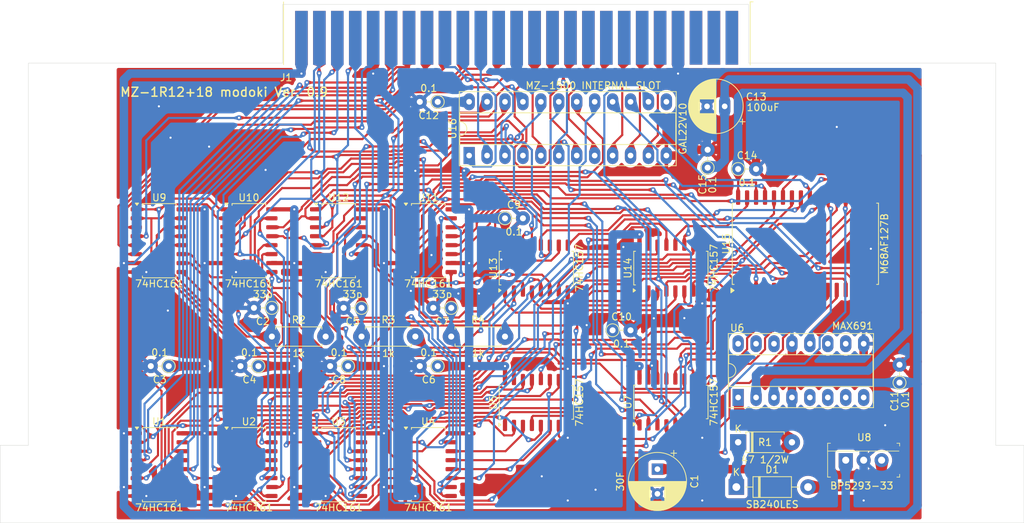
<source format=kicad_pcb>
(kicad_pcb (version 20240108) (generator "pcbnew") (generator_version "8.0")
  (title_block (title "MZ-1R12+18 modoki") (date "2024-12-28") (rev "1.0") (company "Mercury Nihombashi"))
  (layers (0 "F.Cu" signal) (31 "B.Cu" signal) (34 "B.Paste" user) (35 "F.Paste" user) (36 "B.SilkS" user "B.Silkscreen") (37 "F.SilkS" user "F.Silkscreen") (38 "B.Mask" user) (39 "F.Mask" user) (44 "Edge.Cuts" user))
  (net 0 "")
  (net 1 "GND")
  (net 2 "VCC")
  (net 3 "/RESET")
  (net 4 "/D7")
  (net 5 "/A15")
  (net 6 "/A3")
  (net 7 "/~{RD}")
  (net 8 "/D3")
  (net 9 "/~{IORQ}")
  (net 10 "/D2")
  (net 11 "/D6")
  (net 12 "/A14")
  (net 13 "/A2")
  (net 14 "/A10")
  (net 15 "/A12")
  (net 16 "/~{MREQ}")
  (net 17 "/A1")
  (net 18 "/A5")
  (net 19 "/D5")
  (net 20 "/~{WR}")
  (net 21 "/D1")
  (net 22 "/D4")
  (net 23 "/A9")
  (net 24 "/A4")
  (net 25 "/A8")
  (net 26 "/A0")
  (net 27 "/D0")
  (net 28 "/A11")
  (net 29 "/A7")
  (net 30 "/A6")
  (net 31 "/A13")
  (net 32 "/~{NMI}")
  (net 33 "/~{EXRESET}")
  (net 34 "/~{EXWAIT}")
  (net 35 "/~{HALT}")
  (net 36 "/~{M1}")
  (net 37 "/~{WE}")
  (net 38 "/~{OE}")
  (net 39 "/RA10")
  (net 40 "/RA11")
  (net 41 "/RA8")
  (net 42 "/RA12")
  (net 43 "/RA9")
  (net 44 "/RA14")
  (net 45 "/RA13")
  (net 46 "/RA6")
  (net 47 "/RA1")
  (net 48 "/RA3")
  (net 49 "/RA2")
  (net 50 "/RA7")
  (net 51 "/RA5")
  (net 52 "/RA4")
  (net 53 "/RA0")
  (net 54 "/VBATT")
  (net 55 "/RA16")
  (net 56 "Net-(C5-+)")
  (net 57 "Net-(C7-+)")
  (net 58 "/RA15")
  (net 59 "Net-(C2-+)")
  (net 60 "Net-(U1-CET)")
  (net 64 "/IE0")
  (net 65 "/IE1")
  (net 67 "/~{INT}")
  (net 70 "/CLK")
  (net 72 "/3V3")
  (net 73 "/~{SETA}")
  (net 74 "/~{SETHB}")
  (net 75 "/~{SETLB}")
  (net 76 "/AA8")
  (net 77 "/AA9")
  (net 78 "/AA11")
  (net 79 "/AA10")
  (net 80 "/CLKA")
  (net 81 "/CLKHB")
  (net 82 "/AB8")
  (net 83 "Net-(U10-TC)")
  (net 84 "/AB11")
  (net 85 "/AB10")
  (net 86 "/~{RSTB}")
  (net 87 "/AB9")
  (net 88 "Net-(U2-TC)")
  (net 89 "/AB3")
  (net 90 "/AA0")
  (net 91 "/AA2")
  (net 92 "/AB2")
  (net 93 "/AA3")
  (net 94 "/AB1")
  (net 95 "/AA1")
  (net 96 "/AB0")
  (net 97 "/~{CE}")
  (net 98 "RAM_VCC")
  (net 100 "Net-(U12-CET)")
  (net 101 "/CLKLB")
  (net 102 "/AB6")
  (net 103 "/AB7")
  (net 104 "/AA5")
  (net 105 "/AA7")
  (net 106 "/AB5")
  (net 107 "/AA6")
  (net 108 "/AA4")
  (net 109 "/AB4")
  (net 111 "/AA14")
  (net 112 "/AA13")
  (net 113 "/AA12")
  (net 114 "/AA15")
  (net 116 "/AB12")
  (net 117 "/AB15")
  (net 118 "/AB14")
  (net 119 "/AB13")
  (net 129 "Net-(U11-TC)")
  (net 130 "Net-(U12-TC)")
  (net 131 "/3V3D")
  (footprint "Kao_Library:LargePad_R_Axial_DIN0207_L6.3mm_D2.5mm_P7.62mm_Horizontal" (layer "F.Cu") (at 125.05 107.374)
    (property "Reference" "R3")
    (property "Value" "1k")
  )
  (footprint "Kao_Library:LargePad_R_Axial_DIN0204_L3.6mm_D1.6mm_P2.54mm_Vertical" (layer "F.Cu") (at 112.35 103.31 180)
    (property "Reference" "C2")
    (property "Value" "33p")
  )
  (footprint "Package_SO:SOP-16_4.55x10.3mm_P1.27mm" (layer "F.Cu") (at 96.4 125.535)
    (property "Reference" "U1")
    (property "Value" "74HC161")
  )
  (footprint "Kao_Library:LargePad_R_Axial_DIN0204_L3.6mm_D1.6mm_P2.54mm_Vertical" (layer "F.Cu") (at 174.072 83.43 90)
    (property "Reference" "C15")
    (property "Value" "0.1")
  )
  (footprint "Kao_Library:LargePad_R_Axial_DIN0207_L6.3mm_D2.5mm_P7.62mm_Horizontal" (layer "F.Cu") (at 137.75 107.374)
    (property "Reference" "R4")
    (property "Value" "1k")
  )
  (footprint "Package_SO:SOP-16_4.55x10.3mm_P1.27mm" (layer "F.Cu") (at 109.1 125.535)
    (property "Reference" "U2")
    (property "Value" "74HC161")
  )
  (footprint "Kao_Library:LargePad_R_Axial_DIN0204_L3.6mm_D1.6mm_P2.54mm_Vertical" (layer "F.Cu") (at 135.845 74.1 180)
    (property "Reference" "C12")
    (property "Value" "0.1")
  )
  (footprint "Package_SO:SOP-16_4.55x10.3mm_P1.27mm" (layer "F.Cu") (at 121.8 125.535)
    (property "Reference" "U3")
    (property "Value" "74HC161")
  )
  (footprint "Kao_Library:LargePad_R_Axial_DIN0204_L3.6mm_D1.6mm_P2.54mm_Vertical" (layer "F.Cu") (at 137.75 103.31 180)
    (property "Reference" "C7")
    (property "Value" "33p")
  )
  (footprint "Kao_Library:LargePad_R_Axial_DIN0204_L3.6mm_D1.6mm_P2.54mm_Vertical" (layer "F.Cu") (at 123.145 111.565 180)
    (property "Reference" "C8")
    (property "Value" "0.1")
  )
  (footprint "digikey-footprints:TO-220-3" (layer "F.Cu") (at 193.63 124.9)
    (property "Reference" "U8")
    (property "Value" "BP5293-33")
  )
  (footprint "Kao_Library:LargePad_R_Axial_DIN0204_L3.6mm_D1.6mm_P2.54mm_Vertical" (layer "F.Cu") (at 145.37 90.61)
    (property "Reference" "C9")
    (property "Value" "0.1")
  )
  (footprint "Package_SO:SOP-16_4.55x10.3mm_P1.27mm" (layer "F.Cu") (at 149.815 97.67 90)
    (property "Reference" "U13")
    (property "Value" "74HC157")
  )
  (footprint "Kao_Library:LargePad_R_Axial_DIN0204_L3.6mm_D1.6mm_P2.54mm_Vertical" (layer "F.Cu") (at 160.61 106.485)
    (property "Reference" "C10")
    (property "Value" "0.1")
  )
  (footprint "Kao_Library:D_DO-41_SOD81_P10.16mm_Horizontal_CRD" (layer "F.Cu") (at 178.136 128.71)
    (property "Reference" "D1")
    (property "Value" "SB240LES")
  )
  (footprint "Kao_Library:LargePad_R_Axial_DIN0204_L3.6mm_D1.6mm_P2.54mm_Vertical" (layer "F.Cu") (at 125.05 103.31 180)
    (property "Reference" "C5")
    (property "Value" "33p")
  )
  (footprint "Capacitor_THT:CP_Radial_D7.5mm_P2.50mm" (layer "F.Cu") (at 176.485 74.735 180)
    (property "Reference" "C13")
    (property "Value" "100uF")
  )
  (footprint "Kao_Library:D_A-405_P7.62mm_Horizontal_LargePad" (layer "F.Cu") (at 178.39 122.36)
    (property "Reference" "R1")
    (property "Value" "47 1/2W")
  )
  (footprint "Package_DIP:DIP-16_W7.62mm_Socket_LongPads" (layer "F.Cu") (at 178.39 116.01 90)
    (property "Reference" "U6")
    (property "Value" "MAX691")
  )
  (footprint "Package_SO:SOP-16_4.55x10.3mm_P1.27mm" (layer "F.Cu") (at 134.5 125.535)
    (property "Reference" "U4")
    (property "Value" "74HC161")
  )
  (footprint "Kao_Library:LargePad_R_Axial_DIN0204_L3.6mm_D1.6mm_P2.54mm_Vertical" (layer "F.Cu") (at 178.39 83.625)
    (property "Reference" "C14")
    (property "Value" "0.1")
  )
  (footprint "Package_SO:SOP-16_4.55x10.3mm_P1.27mm" (layer "F.Cu") (at 149.815 116.72 90)
    (property "Reference" "U5")
    (property "Value" "74HC157")
  )
  (footprint "Kao_Library:LargePad_R_Axial_DIN0204_L3.6mm_D1.6mm_P2.54mm_Vertical" (layer "F.Cu") (at 201.25 113.91 90)
    (property "Reference" "C11")
    (property "Value" "0.1")
  )
  (footprint "Package_SO:SOP-16_4.55x10.3mm_P1.27mm" (layer "F.Cu") (at 109.1 93.785)
    (property "Reference" "U10")
    (property "Value" "74HC161")
  )
  (footprint "Package_DIP:DIP-24_W7.62mm_Socket_LongPads" (layer "F.Cu") (at 140.29 81.71 90)
    (property "Reference" "U16")
    (property "Value" "GAL22V10")
  )
  (footprint "Package_SO:SOP-16_4.55x10.3mm_P1.27mm" (layer "F.Cu") (at 134.5 93.785)
    (property "Reference" "U11")
    (property "Value" "74HC161")
  )
  (footprint "Package_SO:SOP-16_4.55x10.3mm_P1.27mm" (layer "F.Cu") (at 168.865 97.67 90)
    (property "Reference" "U14")
    (property "Value" "74HC157")
  )
  (footprint "Kao_Library:LargePad_R_Axial_DIN0204_L3.6mm_D1.6mm_P2.54mm_Vertical" (layer "F.Cu") (at 135.845 111.565 180)
    (property "Reference" "C6")
    (property "Value" "0.1")
  )
  (footprint "Capacitor_THT:CP_Radial_D8.0mm_P3.50mm" (layer "F.Cu") (at 166.96 126.17 -90)
    (property "Reference" "C1")
    (property "Value" "30F")
  )
  (footprint "Kao_Library:LargePad_R_Axial_DIN0204_L3.6mm_D1.6mm_P2.54mm_Vertical" (layer "F.Cu") (at 97.745 111.565 180)
    (property "Reference" "C3")
    (property "Value" "0.1")
  )
  (footprint "Package_SO:SOP-16_4.55x10.3mm_P1.27mm" (layer "F.Cu") (at 96.4 93.785)
    (property "Reference" "U9")
    (property "Value" "74HC161")
  )
  (footprint "Kao_Library:LargePad_R_Axial_DIN0204_L3.6mm_D1.6mm_P2.54mm_Vertical" (layer "F.Cu") (at 110.445 111.565 180)
    (property "Reference" "C4")
    (property "Value" "0.1")
  )
  (footprint "Kao_Library:LargePad_R_Axial_DIN0207_L6.3mm_D2.5mm_P7.62mm_Horizontal" (layer "F.Cu") (at 112.35 107.374)
    (property "Reference" "R2")
    (property "Value" "1k")
  )
  (footprint "Kao_Library:RetroPC 50Pin PCB Edge_BACK1" (layer "F.Cu") (at 177.501 65.015)
    (property "Reference" "J1")
    (property "Value" "MZ-1500 INTERNAL SLOT")
  )
  (footprint "Package_SO:SOP-16_4.55x10.3mm_P1.27mm" (layer "F.Cu") (at 168.865 116.645 90)
    (property "Reference" "U7")
    (property "Value" "74HC157")
  )
  (footprint "Package_SO:SOP-16_4.55x10.3mm_P1.27mm" (layer "F.Cu") (at 121.8 93.785)
    (property "Reference" "U12")
    (property "Value" "74HC161")
  )
  (footprint "Package_SO:SSOP-32_11.305x20.495mm_P1.27mm" (layer "F.Cu") (at 187.915 94.22 90)
    (property "Reference" "U15")
    (property "Value" "M68AF127B")
  )
  (gr_poly (pts (xy 113.87 68.6) (xy 113.87 60.29) (xy 179.87 60.29) (xy 179.87 68.6) (xy 214.87 68.6) (xy 214.87 122.79) (xy 218.87 122.79) (xy 218.87 133.79) (xy 73.87 133.79) (xy 73.87 122.79) (xy 77.87 122.79) (xy 77.87 68.6)) (stroke (width 0.05)) (fill none) (layer "Edge.Cuts"))
  (gr_text "MZ-1R12+18 modoki Ver. 0.9" (at 90.76 73.465 0) (layer "F.SilkS") (effects (font (size 1.27 1.27) (thickness 0.2032)) (justify left bottom)))
  (segment (start 94.57 129.98) (end 93.15 129.98) (width 0.6) (layer "F.Cu") (net 1))
  (segment (start 174.072 80.89) (end 171.6 80.89) (width 1.2) (layer "F.Cu") (net 1))
  (segment (start 165.69 113.395) (end 165.69 111.9714) (width 0.3) (layer "F.Cu") (net 1))
  (segment (start 165.436 91.88) (end 163.347606 91.88) (width 0.3) (layer "F.Cu") (net 1))
  (segment (start 196.17 111.565) (end 201.055 111.565) (width 1.2) (layer "F.Cu") (net 1))
  (segment (start 107.27 129.98) (end 105.85 129.98) (width 0.6) (layer "F.Cu") (net 1))
  (segment (start 173.31 119.895) (end 173.31 121.725) (width 0.6) (layer "F.Cu") (net 1))
  (segment (start 154.26 132.52) (end 154.26 130.615) (width 1.2) (layer "F.Cu") (net 1))
  (segment (start 154.26 100.92) (end 154.26 102.675) (width 0.6) (layer "F.Cu") (net 1))
  (segment (start 170.77 104.7578) (end 170.7446 104.7832) (width 1.2) (layer "F.Cu") (net 1))
  (segment (start 169.881 65.015) (end 169.881 70.095) (width 1.2) (layer "F.Cu") (net 1))
  (segment (start 197.44 102.675) (end 198.71 103.945) (width 0.6) (layer "F.Cu") (net 1))
  (segment (start 146.64 111.438) (end 146.894 111.184) (width 0.3) (layer "F.Cu") (net 1))
  (segment (start 166.96 132.52) (end 166.96 129.67) (width 1.2) (layer "F.Cu") (net 1))
  (segment (start 163.15 105.7992) (end 163.15 106.485) (width 1.2) (layer "F.Cu") (net 1))
  (segment (start 94.57 132.69) (end 94.57 129.98) (width 1.2) (layer "F.Cu") (net 1))
  (segment (start 201.25 111.37) (end 201.69 110.93) (width 1.2) (layer "F.Cu") (net 1))
  (segment (start 195.535 112.2) (end 196.17 111.565) (width 1.2) (layer "F.Cu") (net 1))
  (segment (start 107.27 129.98) (end 107.27 132.52) (width 1.2) (layer "F.Cu") (net 1))
  (segment (start 173.31 132.52) (end 173.31 130.615) (width 1.2) (layer "F.Cu") (net 1))
  (segment (start 154.006 111.946) (end 154.26 112.2) (width 0.3) (layer "F.Cu") (net 1))
  (segment (start 166.96 132.52) (end 154.26 132.52) (width 1.2) (layer "F.Cu") (net 1))
  (segment (start 131.25 98.23) (end 132.67 98.23) (width 0.6) (layer "F.Cu") (net 1))
  (segment (start 118.55 129.98) (end 119.97 129.98) (width 0.6) (layer "F.Cu") (net 1))
  (segment (start 162.134 93.093606) (end 162.134 94.674) (width 0.3) (layer "F.Cu") (net 1))
  (segment (start 201.69 110.93) (end 203.79 110.93) (width 1.2) (layer "F.Cu") (net 1))
  (segment (start 146.894 111.184) (end 151.974 111.184) (width 0.3) (layer "F.Cu") (net 1))
  (segment (start 202.52 132.52) (end 196.17 132.52) (width 1.2) (layer "F.Cu") (net 1))
  (segment (start 196.17 132.52) (end 196.17 130.615) (width 1.2) (layer "F.Cu") (net 1))
  (segment (start 170.77 81.72) (end 168.24 81.72) (width 1.2) (layer "F.Cu") (net 1))
  (segment (start 163.347606 91.88) (end 162.134 93.093606) (width 0.3) (layer "F.Cu") (net 1))
  (segment (start 198.71 103.945) (end 203.79 103.945) (width 0.6) (layer "F.Cu") (net 1))
  (segment (start 202.96 80.89) (end 203.79 81.72) (width 1.2) (layer "F.Cu") (net 1))
  (segment (start 203.79 131.25) (end 202.52 132.52) (width 1.2) (layer "F.Cu") (net 1))
  (segment (start 135.9457 99.4115) (end 134.7642 98.23) (width 0.6) (layer "F.Cu") (net 1))
  (segment (start 132.67 132.52) (end 119.97 132.52) (width 1.2) (layer "F.Cu") (net 1))
  (segment (start 186.01 112.2) (end 195.535 112.2) (width 1.2) (layer "F.Cu") (net 1))
  (segment (start 173.31 132.52) (end 166.96 132.52) (width 1.2) (layer "F.Cu") (net 1))
  (segment (start 165.69 111.9714) (end 166.1726 111.4888) (width 0.3) (layer "F.Cu") (net 1))
  (segment (start 203.79 103.945) (end 203.79 110.93) (width 1.2) (layer "F.Cu") (net 1))
  (segment (start 170.7446 104.7832) (end 166.452 104.7832) (width 1.2) (layer "F.Cu") (net 1))
  (segment (start 203.79 81.72) (end 203.79 103.945) (width 1.2) (layer "F.Cu") (net 1))
  (segment (start 93.15 98.23) (end 94.57 98.23) (width 0.6) (layer "F.Cu") (net 1))
  (segment (start 146.64 94.42) (end 146.64 95.437) (width 0.6) (layer "F.Cu") (net 1))
  (segment (start 105.85 98.23) (end 107.27 98.23) (width 0.6) (layer "F.Cu") (net 1))
  (segment (start 174.072 80.89) (end 180.735 80.89) (width 1.2) (layer "F.Cu") (net 1))
  (segment (start 156.9409 105.7484) (end 156.9409 105.635056) (width 1.2) (layer "F.Cu") (net 1))
  (segment (start 165.69 94.42) (end 165.69 92.134) (width 0.3) (layer "F.Cu") (net 1))
  (segment (start 173.31 100.92) (end 173.31 102.675) (width 0.6) (layer "F.Cu") (net 1))
  (segment (start 186.01 116.01) (end 186.01 112.2) (width 1.2) (layer "F.Cu") (net 1))
  (segment (start 196.17 108.39) (end 196.17 111.565) (width 1.2) (layer "F.Cu") (net 1))
  (segment (start 186.01 112.2) (end 186.01 108.39) (width 1.2) (layer "F.Cu") (net 1))
  (segment (start 157.9938 104.582156) (end 158.042444 104.6308) (width 1.2) (layer "F.Cu") (net 1))
  (segment (start 154.26 132.52) (end 132.67 132.52) (width 1.2) (layer "F.Cu") (net 1))
  (segment (start 107.27 132.52) (end 94.74 132.52) (width 1.2) (layer "F.Cu") (net 1))
  (segment (start 180.735 80.89) (end 180.93 81.085) (width 1.2) (layer "F.Cu") (net 1))
  (segment (start 135.9457 102.5743) (end 135.9457 99.4115) (width 0.6) (layer "F.Cu") (net 1))
  (segment (start 145.625 96.452) (end 144.863 96.452) (width 0.6) (layer "F.Cu") (net 1))
  (segment (start 146.64 94.42) (end 146.64 91.88) (width 0.6) (layer "F.Cu") (net 1))
  (segment (start 174.072 80.89) (end 202.96 80.89) (width 1.2) (layer "F.Cu") (net 1))
  (segment (start 151.974 111.184) (end 152.736 111.946) (width 0.3) (layer "F.Cu") (net 1))
  (segment (start 119.97 129.98) (end 119.97 132.52) (width 1.2) (layer "F.Cu") (net 1))
  (segment (start 165.0042 104.7832) (end 163.3024 106.485) (width 1.2) (layer "F.Cu") (net 1))
  (segment (start 94.74 132.52) (end 94.57 132.69) (width 1.2) (layer "F.Cu") (net 1))
  (segment (start 166.452 104.7832) (end 165.0042 104.7832) (width 1.2) (layer "F.Cu") (net 1))
  (segment (start 132.67 129.98) (end 132.67 132.52) (width 1.2) (layer "F.Cu") (net 1))
  (segment (start 196.17 132.52) (end 173.31 132.52) (width 1.2) (layer "F.Cu") (net 1))
  (segment (start 165.69 92.134) (end 165.436 91.88) (width 0.3) (layer "F.Cu") (net 1))
  (segment (start 146.64 91.88) (end 147.91 90.61) (width 0.6) (layer "F.Cu") (net 1))
  (segment (start 139.5799 83.8461) (end 133.0441 83.8461) (width 0.6) (layer "F.Cu") (net 1))
  (segment (start 197.44 100.77) (end 197.44 102.675) (width 0.6) (layer "F.Cu") (net 1))
  (segment (start 152.736 111.946) (end 154.006 111.946) (width 0.3) (layer "F.Cu") (net 1))
  (segment (start 156.9409 105.635056) (end 157.9938 104.582156) (width 1.2) (layer "F.Cu") (net 1))
  (segment (start 161.9816 104.6308) (end 163.15 105.7992) (width 1.2) (layer "F.Cu") (net 1))
  (segment (start 135.21 103.31) (end 135.9457 102.5743) (width 0.6) (layer "F.Cu") (net 1))
  (segment (start 171.6 80.89) (end 170.77 81.72) (width 1.2) (layer "F.Cu") (net 1))
  (segment (start 126.701 65.015) (end 126.701 70.095) (width 1.2) (layer "F.Cu") (net 1))
  (segment (start 132.67 83.879) (end 139.547 83.879) (width 0.6) (layer "F.Cu") (net 1))
  (segment (start 118.55 98.23) (end 119.97 98.23) (width 0.6) (layer "F.Cu") (net 1))
  (segment (start 146.133 95.944) (end 145.625 96.452) (width 0.6) (layer "F.Cu") (net 1))
  (segment (start 154.26 119.97) (end 154.26 121.725) (width 0.6) (layer "F.Cu") (net 1))
  (segment (start 131.25 129.98) (end 132.67 129.98) (width 0.6) (layer "F.Cu") (net 1))
  (segment (start 146.64 113.47) (end 146.64 111.438) (width 0.3) (layer "F.Cu") (net 1))
  (segment (start 139.547 83.879) (end 139.5799 83.8461) (width 0.6) (layer "F.Cu") (net 1))
  (segment (start 203.79 110.93) (end 203.79 131.25) (width 1.2) (layer "F.Cu") (net 1))
  (segment (start 134.7642 98.23) (end 132.67 98.23) (width 0.6) (layer "F.Cu") (net 1))
  (segment (start 180.93 81.085) (end 180.93 83.625) (width 1.2) (layer "F.Cu") (net 1))
  (segment (start 146.64 95.437) (end 146.133 95.944) (width 0.6) (layer "F.Cu") (net 1))
  (segment (start 119.97 132.52) (end 107.27 132.52) (width 1.2) (layer "F.Cu") (net 1))
  (segment (start 158.042444 104.6308) (end 161.9816 104.6308) (width 1.2) (layer "F.Cu") (net 1))
  (via (at 97.619 103.691) (size 0.7) (drill 0.3) (layers "F.Cu" "B.Cu") (net 1))
  (via (at 126.701 70.095) (size 0.7) (drill 0.3) (layers "F.Cu" "B.Cu") (net 1))
  (via (at 94.57 129.98) (size 0.7) (drill 0.3) (layers "F.Cu" "B.Cu") (net 1))
  (via (at 166.1726 111.4888) (size 0.7) (drill 0.3) (layers "F.Cu" "B.Cu") (net 1))
  (via (at 197.187 94.928) (size 0.7) (drill 0.3) (layers "F.Cu" "B.Cu") (net 1))
  (via (at 119.97 98.23) (size 0.7) (drill 0.3) (layers "F.Cu" "B.Cu") (net 1))
  (via (at 156.9409 105.7484) (size 0.7) (drill 0.3) (layers "F.Cu" "B.Cu") (net 1))
  (via (at 132.036 100.897) (size 0.7) (drill 0.3) (layers "F.Cu" "B.Cu") (net 1))
  (via (at 150.578 127.186) (size 0.7) (drill 0.3) (layers "F.Cu" "B.Cu") (net 1))
  (via (at 96.349 74.735) (size 0.7) (drill 0.3) (layers "F.Cu" "B.Cu") (net 1))
  (via (at 134.957 95.817) (size 0.7) (drill 0.3) (layers "F.Cu" "B.Cu") (net 1))
  (via (at 154.26 121.725) (size 0.7) (drill 0.3) (layers "F.Cu" "B.Cu") (net 1))
  (via (at 154.26 130.615) (size 0.7) (drill 0.3) (layers "F.Cu" "B.Cu") (net 1))
  (via (at 103.461 80.45) (size 0.7) (drill 0.3) (layers "F.Cu" "B.Cu") (net 1))
  (via (at 138.767 101.278) (size 0.7) (drill 0.3) (layers "F.Cu" "B.Cu") (net 1))
  (via (at 169.881 70.095) (size 0.7) (drill 0.3) (layers "F.Cu" "B.Cu") (net 1))
  (via (at 139.5799 83.8461) (size 0.7) (drill 0.3) (layers "F.Cu" "B.Cu") (net 1))
  (via (at 166.452 104.7832) (size 0.7) (drill 0.3) (layers "F.Cu" "B.Cu") (net 1))
  (via (at 173.31 121.725) (size 0.7) (drill 0.3) (layers "F.Cu" "B.Cu") (net 1))
  (via (at 154.26 111.946) (size 0.7) (drill 0.3) (layers "F.Cu" "B.Cu") (net 1))
  (via (at 196.17 130.615) (size 0.7) (drill 0.3) (layers "F.Cu" "B.Cu") (net 1))
  (via (at 107.27 98.23) (size 0.7) (drill 0.3) (layers "F.Cu" "B.Cu") (net 1))
  (via (at 132.67 98.23) (size 0.7) (drill 0.3) (layers "F.Cu" "B.Cu") (net 1))
  (via (at 132.67 83.879) (size 0.7) (drill 0.3) (layers "F.Cu" "B.Cu") (net 1))
  (via (at 173.31 102.675) (size 0.7) (drill 0.3) (layers "F.Cu" "B.Cu") (net 1))
  (via (at 94.57 98.23) (size 0.7) (drill 0.3) (layers "F.Cu" "B.Cu") (net 1))
  (via (at 141.688 101.278) (size 0.7) (drill 0.3) (layers "F.Cu" "B.Cu") (net 1))
  (via (at 199.219 119.947) (size 0.7) (drill 0.3) (layers "F.Cu" "B.Cu") (net 1))
  (via (at 132.67 129.98) (size 0.7) (drill 0.3) (layers "F.Cu" "B.Cu") (net 1))
  (via (at 119.97 129.98) (size 0.7) (drill 0.3) (layers "F.Cu" "B.Cu") (net 1))
  (via (at 154.26 102.675) (size 0.7) (drill 0.3) (layers "F.Cu" "B.Cu") (net 1))
  (via (at 192.361 77.656) (size 0.7) (drill 0.3) (layers "F.Cu" "B.Cu") (net 1))
  (via (at 162.134 104.58) (size 0.7) (drill 0.3) (layers "F.Cu" "B.Cu") (net 1))
  (via (at 170.77 104.7578) (size 0.7) (drill 0.3) (layers "F.Cu" "B.Cu") (net 1))
  (via (at 144.863 96.452) (size 0.7) (drill 0.3) (layers "F.Cu" "B.Cu") (net 1))
  (via (at 158.198 129.091) (size 0.7) (drill 0.3) (layers "F.Cu" "B.Cu") (net 1))
  (via (at 162.134 94.674) (size 0.7) (drill 0.3) (layers "F.Cu" "B.Cu") (net 1))
  (via (at 98 79.18) (size 0.7) (drill 0.3) (layers "F.Cu" "B.Cu") (net 1))
  (via (at 107.27 129.98) (size 0.7) (drill 0.3) (layers "F.Cu" "B.Cu") (net 1))
  (via (at 173.31 130.615) (size 0.7) (drill 0.3) (layers "F.Cu" "B.Cu") (net 1))
  (via (at 111.462 83.752) (size 0.7) (drill 0.3) (layers "F.Cu" "B.Cu") (net 1))
  (segment (start 147.91 90.61) (end 142.8963 85.5963) (width 0.6) (layer "B.Cu") (net 1))
  (segment (start 166.1726 111.4888) (end 166.1726 105.1134) (width 0.3) (layer "B.Cu") (net 1))
  (segment (start 140.3153 85.5963) (end 139.5799 84.8609) (width 0.6) (layer "B.Cu") (net 1))
  (segment (start 122.51 103.31) (end 121.8027 104.0173) (width 0.6) (layer "B.Cu") (net 1))
  (segment (start 93.3 111.565) (end 93.3 98.23) (width 1.2) (layer "B.Cu") (net 1))
  (segment (start 117.43 98.23) (end 119.97 98.23) (width 1.2) (layer "B.Cu") (net 1))
  (segment (start 139.5799 84.8609) (end 139.5799 83.8461) (width 0.6) (layer "B.Cu") (net 1))
  (segment (start 170.77 104.7578) (end 173.31 104.7578) (width 1.2) (layer "B.Cu") (net 1))
  (segment (start 106 110.93) (end 106 129.98) (width 1.2) (layer "B.Cu") (net 1))
  (segment (start 106 98.23) (end 107.27 98.23) (width 1.2) (layer "B.Cu") (net 1))
  (segment (start 106 129.98) (end 107.27 129.98) (width 1.2) (layer "B.Cu") (net 1))
  (segment (start 194.9 119.185) (end 187.28 119.185) (width 1.2) (layer "B.Cu") (net 1))
  (segment (start 121.8027 104.0173) (end 121.8027 107.9598) (width 0.6) (layer "B.Cu") (net 1))
  (segment (start 173.31 130.615) (end 173.31 121.725) (width 1.2) (layer "B.Cu") (net 1))
  (segment (start 132.67 74.735) (end 132.67 83.879) (width 1.2) (layer "B.Cu") (net 1))
  (segment (start 132.67 83.879) (end 132.67 98.23) (width 1.2) (layer "B.Cu") (net 1))
  (segment (start 156.4075 105.215) (end 156.9409 105.7484) (width 1.2) (layer "B.Cu") (net 1))
  (segment (start 154.26 121.725) (end 154.26 111.946) (width 1.2) (layer "B.Cu") (net 1))
  (segment (start 187.28 119.185) (end 186.01 117.915) (width 1.2) (layer "B.Cu") (net 1))
  (segment (start 196.17 124.9) (end 196.17 130.615) (width 1.2) (layer "B.Cu") (net 1))
  (segment (start 132.7366 83.5386) (end 133.0441 83.8461) (width 0.6) (layer "B.Cu") (net 1))
  (segment (start 133.305 74.1) (end 129.495 74.1) (width 1.2) (layer "B.Cu") (net 1))
  (segment (start 121.8027 107.9598) (end 118.1975 111.565) (width 0.6) (layer "B.Cu") (net 1))
  (segment (start 107.27 103.31) (end 106 104.58) (width 0.6) (layer "B.Cu") (net 1))
  (segment (start 106 111.565) (end 106 110.93) (width 1.2) (layer "B.Cu") (net 1))
  (segment (start 130.13 129.98) (end 132.67 129.98) (width 1.2) (layer "B.Cu") (net 1))
  (segment (start 173.75 70.095) (end 173.945 70.29) (width 1.2) (layer "B.Cu") (net 1))
  (segment (start 162.134 104.58) (end 162.134 105.469) (width 0.3) (layer "B.Cu") (net 1))
  (segment (start 132.67 98.23) (end 130.13 98.23) (width 1.2) (layer "B.Cu") (net 1))
  (segment (start 196.17 120.455) (end 194.9 119.185) (width 1.2) (layer "B.Cu") (net 1))
  (segment (start 93.3 98.23) (end 94.57 98.23) (width 1.2) (layer "B.Cu") (net 1))
  (segment (start 109.81 103.31) (end 107.27 103.31) (width 0.6) (layer "B.Cu") (net 1))
  (segment (start 147.021 70.095) (end 169.881 70.095) (width 1.2) (layer "B.Cu") (net 1))
  (segment (start 93.3 111.565) (end 93.3 129.98) (width 1.2) (layer "B.Cu") (net 1))
  (segment (start 154.26 105.215) (end 154.26 102.675) (width 1.2) (layer "B.Cu") (net 1))
  (segment (start 196.17 124.9) (end 196.17 120.455) (width 1.2) (layer "B.Cu") (net 1))
  (segment (start 107.905 111.565) (end 106 111.565) (width 1.2) (layer "B.Cu") (net 1))
  (segment (start 106 110.93) (end 106 98.23) (width 1.2) (layer "B.Cu") (net 1))
  (segment (start 117.43 129.98) (end 119.97 129.98) (width 1.2) (layer "B.Cu") (net 1))
  (segment (start 132.67 83.5386) (end 132.7366 83.5386) (width 0.6) (layer "B.Cu") (net 1))
  (segment (start 169.881 70.095) (end 173.75 70.095) (width 1.2) (layer "B.Cu") (net 1))
  (segment (start 133.305 74.1) (end 132.67 74.735) (width 1.2) (layer "B.Cu") (net 1))
  (segment (start 93.3 129.98) (end 94.57 129.98) (width 1.2) (layer "B.Cu") (net 1))
  (segment (start 117.43 111.565) (end 117.43 98.23) (width 1.2) (layer "B.Cu") (net 1))
  (segment (start 130.13 98.23) (end 130.13 111.565) (width 1.2) (layer "B.Cu") (net 1))
  (segment (start 117.43 111.565) (end 117.43 129.98) (width 1.2) (layer "B.Cu") (net 1))
  (segment (start 173.31 104.7578) (end 173.31 102.675) (width 1.2) (layer "B.Cu") (net 1))
  (segment (start 166.1726 105.1134) (end 166.452 104.834) (width 0.3) (layer "B.Cu") (net 1))
  (segment (start 169.881 65.015) (end 169.881 70.095) (width 1.2) (layer "B.Cu") (net 1))
  (segment (start 95.205 111.565) (end 93.3 111.565) (width 1.2) (layer "B.Cu") (net 1))
  (segment (start 162.134 94.674) (end 162.134 104.58) (width 0.3) (layer "B.Cu") (net 1))
  (segment (start 162.134 105.469) (end 163.15 106.485) (width 0.3) (layer "B.Cu") (net 1))
  (segment (start 147.021 65.015) (end 147.021 70.095) (width 1.2) (layer "B.Cu") (net 1))
  (segment (start 154.26 111.946) (end 154.26 105.215) (width 1.2) (layer "B.Cu") (net 1))
  (segment (start 133.305 111.565) (end 130.13 111.565) (width 1.2) (layer "B.Cu") (net 1))
  (segment (start 129.495 74.1) (end 126.701 71.306) (width 1.2) (layer "B.Cu") (net 1))
  (segment (start 154.26 130.615) (end 154.26 121.725) (width 1.2) (layer "B.Cu") (net 1))
  (segment (start 173.31 121.725) (end 173.31 104.7578) (width 1.2) (layer "B.Cu") (net 1))
  (segment (start 130.13 111.565) (end 130.13 129.98) (width 1.2) (layer "B.Cu") (net 1))
  (segment (start 173.945 70.29) (end 173.945 80.763) (width 1.2) (layer "B.Cu") (net 1))
  (segment (start 126.701 71.306) (end 126.701 70.095) (width 1.2) (layer "B.Cu") (net 1))
  (segment (start 120.605 111.565) (end 117.43 111.565) (width 1.2) (layer "B.Cu") (net 1))
  (segment (start 186.01 117.915) (end 186.01 116.01) (width 1.2) (layer "B.Cu") (net 1))
  (segment (start 142.8963 85.5963) (end 140.3153 85.5963) (width 0.6) (layer "B.Cu") (net 1))
  (segment (start 154.26 105.215) (end 156.4075 105.215) (width 1.2) (layer "B.Cu") (net 1))
  (segment (start 135.845 111.565) (end 140.29 111.565) (width 1.2) (layer "F.Cu") (net 2))
  (segment (start 123.145 111.565) (end 128.225 111.565) (width 1.2) (layer "F.Cu") (net 2))
  (segment (start 105.85 128.71) (end 102.825 128.71) (width 0.6) (layer "F.Cu") (net 2))
  (segment (start 137.75 121.09) (end 140.925 121.09) (width 0.6) (layer "F.Cu") (net 2))
  (segment (start 131.25 96.96) (end 128.225 96.96) (width 0.6) (layer "F.Cu") (net 2))
  (segment (start 112.35 89.34) (end 115.525 89.34) (width 0.6) (layer "F.Cu") (net 2))
  (segment (start 98.126 87.816) (end 103.46 87.816) (width 0.3) (layer "F.Cu") (net 2))
  (segment (start 103.46 87.816) (end 104.984 89.34) (width 0.3) (layer "F.Cu") (net 2))
  (segment (start 137.75 96.96) (end 140.29 96.96) (width 0.6) (layer "F.Cu") (net 2))
  (segment (start 93.15 89.34) (end 96.348 89.34) (width 0.3) (layer "F.Cu") (net 2))
  (segment (start 96.348 89.34) (end 96.602 89.34) (width 0.3) (layer "F.Cu") (net 2))
  (segment (start 145.37 94.42) (end 145.37 90.61) (width 0.6) (layer "F.Cu") (net 2))
  (segment (start 105.85 121.09) (end 102.825 121.09) (width 0.6) (layer "F.Cu") (net 2))
  (segment (start 105.85 96.96) (end 102.825 96.96) (width 0.6) (layer "F.Cu") (net 2))
  (segment (start 125.05 121.09) (end 128.225 121.09) (width 0.6) (layer "F.Cu") (net 2))
  (segment (start 164.42 113.395) (end 164.42 111.565) (width 0.6) (layer "F.Cu") (net 2))
  (segment (start 125.05 89.34) (end 128.225 89.34) (width 0.6) (layer "F.Cu") (net 2))
  (segment (start 164.42 94.42) (end 164.42 92.896) (width 0.6) (layer "F.Cu") (net 2))
  (segment (start 93.15 128.71) (end 91.395 128.71) (width 0.6) (layer "F.Cu") (net 2))
  (segment (start 131.25 128.71) (end 128.225 128.71) (width 0.6) (layer "F.Cu") (net 2))
  (segment (start 93.15 96.96) (end 91.395 96.96) (width 0.6) (layer "F.Cu") (net 2))
  (segment (start 112.35 121.09) (end 115.525 121.09) (width 0.6) (layer "F.Cu") (net 2))
  (segment (start 140.29 89.34) (end 137.75 89.34) (width 0.6) (layer "F.Cu") (net 2))
  (segment (start 99.65 89.34) (end 102.825 89.34) (width 0.6) (layer "F.Cu") (net 2))
  (segment (start 116.541 65.015) (end 116.541 70.095) (width 1.2) (layer "F.Cu") (net 2))
  (segment (start 97.745 111.565) (end 102.825 111.565) (width 1.2) (layer "F.Cu") (net 2))
  (segment (start 115.525 96.96) (end 112.35 96.96) (width 0.6) (layer "F.Cu") (net 2))
  (segment (start 118.55 96.96) (end 115.525 96.96) (width 0.6) (layer "F.Cu") (net 2))
  (segment (start 110.445 111.565) (end 115.525 111.565) (width 1.2) (layer "F.Cu") (net 2))
  (segment (start 93.15 121.09) (end 91.395 121.09) (width 0.6) (layer "F.Cu") (net 2))
  (segment (start 102.825 121.09) (end 99.65 121.09) (width 0.6) (layer "F.Cu") (net 2))
  (segment (start 104.984 89.34) (end 105.85 89.34) (width 0.3) (layer "F.Cu") (net 2))
  (segment (start 118.55 128.71) (end 115.525 128.71) (width 0.6) (layer "F.Cu") (net 2))
  (segment (start 145.37 113.47) (end 145.37 111.565) (width 0.6) (layer "F.Cu") (net 2))
  (segment (start 96.602 89.34) (end 98.126 87.816) (width 0.3) (layer "F.Cu") (net 2))
  (via (at 115.525 121.09) (size 0.7) (drill 0.3) (layers "F.Cu" "B.Cu") (net 2))
  (via (at 102.825 121.09) (size 0.7) (drill 0.3) (layers "F.Cu" "B.Cu") (net 2))
  (via (at 102.825 128.71) (size 0.7) (drill 0.3) (layers "F.Cu" "B.Cu") (net 2))
  (via (at 140.29 89.34) (size 0.7) (drill 0.3) (layers "F.Cu" "B.Cu") (net 2))
  (via (at 128.225 96.96) (size 0.7) (drill 0.3) (layers "F.Cu" "B.Cu") (net 2))
  (via (at 115.525 89.34) (size 0.7) (drill 0.3) (layers "F.Cu" "B.Cu") (net 2))
  (via (at 140.29 121.09) (size 0.7) (drill 0.3) (layers "F.Cu" "B.Cu") (net 2))
  (via (at 164.42 92.896) (size 0.7) (drill 0.3) (layers "F.Cu" "B.Cu") (net 2))
  (via (at 96.348 89.34) (size 0.7) (drill 0.3) (layers "F.Cu" "B.Cu") (net 2))
  (via (at 140.29 111.565) (size 0.7) (drill 0.3) (layers "F.Cu" "B.Cu") (net 2))
  (via (at 128.225 111.565) (size 0.7) (drill 0.3) (layers "F.Cu" "B.Cu") (net 2))
  (via (at 116.541 70.095) (size 0.7) (drill 0.3) (layers "F.Cu" "B.Cu") (net 2))
  (via (at 128.225 89.34) (size 0.7) (drill 0.3) (layers "F.Cu" "B.Cu") (net 2))
  (via (at 91.395 128.71) (size 0.7) (drill 0.3) (layers "F.Cu" "B.Cu") (net 2))
  (via (at 128.225 128.71) (size 0.7) (drill 0.3) (layers "F.Cu" "B.Cu") (net 2))
  (via (at 128.225 121.09) (size 0.7) (drill 0.3) (layers "F.Cu" "B.Cu") (net 2))
  (via (at 145.37 111.565) (size 0.7) (drill 0.3) (layers "F.Cu" "B.Cu") (net 2))
  (via (at 102.825 96.96) (size 0.7) (drill 0.3) (layers "F.Cu" "B.Cu") (net 2))
  (via (at 102.825 111.565) (size 0.7) (drill 0.3) (layers "F.Cu" "B.Cu") (net 2))
  (via (at 140.29 96.96) (size 0.7) (drill 0.3) (layers "F.Cu" "B.Cu") (net 2))
  (via (at 115.525 128.71) (size 0.7) (drill 0.3) (layers "F.Cu" "B.Cu") (net 2))
  (via (at 91.395 96.96) (size 0.7) (drill 0.3) (layers "F.Cu" "B.Cu") (net 2))
  (via (at 115.525 111.565) (size 0.7) (drill 0.3) (layers "F.Cu" "B.Cu") (net 2))
  (via (at 115.525 96.96) (size 0.7) (drill 0.3) (layers "F.Cu" "B.Cu") (net 2))
  (via (at 102.825 89.34) (size 0.7) (drill 0.3) (layers "F.Cu" "B.Cu") (net 2))
  (via (at 164.42 111.565) (size 0.7) (drill 0.3) (layers "F.Cu" "B.Cu") (net 2))
  (via (at 91.395 121.09) (size 0.7) (drill 0.3) (layers "F.Cu" "B.Cu") (net 2))
  (segment (start 160.61 106.485) (end 160.61 93.023) (width 1.2) (layer "B.Cu") (net 2))
  (segment (start 96.348 93.404) (end 92.792 96.96) (width 0.3) (layer "B.Cu") (net 2))
  (segment (start 163.15 132.69) (end 193.63 132.69) (width 1.2) (layer "B.Cu") (net 2))
  (segment (start 145.37 90.61) (end 140.29 90.61) (width 1.2) (layer "B.Cu") (net 2))
  (segment (start 176.485 74.735) (end 176.485 71.56) (width 1.2) (layer "B.Cu") (net 2))
  (segment (start 140.29 90.61) (end 140.29 89.34) (width 1.2) (layer "B.Cu") (net 2))
  (segment (start 91.395 129.98) (end 91.395 131.42) (width 1.2) (layer "B.Cu") (net 2))
  (segment (start 176.485 71.56) (end 177.12 70.925) (width 1.2) (layer "B.Cu") (net 2))
  (segment (start 102.825 128.71) (end 102.825 121.09) (width 1.2) (layer "B.Cu") (net 2))
  (segment (start 193.63 124.9) (end 193.63 132.69) (width 1.2) (layer "B.Cu") (net 2))
  (segment (start 102.825 111.565) (end 102.825 98.23) (width 1.2) (layer "B.Cu") (net 2))
  (segment (start 128.225 128.71) (end 128.225 121.09) (width 1.2) (layer "B.Cu") (net 2))
  (segment (start 163.15 109.787) (end 160.61 107.247) (width 1.2) (layer "B.Cu") (net 2))
  (segment (start 183.665 113.91) (end 183.47 114.105) (width 1.2) (layer "B.Cu") (net 2))
  (segment (start 160.61 107.247) (end 160.61 106.485) (width 1.2) (layer "B.Cu") (net 2))
  (segment (start 140.29 111.565) (end 140.29 98.23) (width 1.2) (layer "B.Cu") (net 2))
  (segment (start 140.29 89.34) (end 138.385 89.34) (width 1.2) (layer "B.Cu") (net 2))
  (segment (start 140.29 132.69) (end 163.15 132.69) (width 1.2) (layer "B.Cu") (net 2))
  (segment (start 140.29 111.565) (end 145.37 111.565) (width 1.2) (layer "B.Cu") (net 2))
  (segment (start 102.825 98.23) (end 102.825 96.96) (width 1.2) (layer "B.Cu") (net 2))
  (segment (start 160.737 92.896) (end 160.61 93.023) (width 1.2) (layer "B.Cu") (net 2))
  (segment (start 101.555 132.69) (end 102.825 132.69) (width 1.2) (layer "B.Cu") (net 2))
  (segment (start 102.825 132.69) (end 102.825 129.98) (width 1.2) (layer "B.Cu") (net 2))
  (segment (start 140.29 132.69) (end 140.29 121.09) (width 1.2) (layer "B.Cu") (net 2))
  (segment (start 183.47 114.105) (end 183.47 116.01) (width 1.2) (layer "B.Cu") (net 2))
  (segment (start 140.29 132.69) (end 128.225 132.69) (width 1.2) (layer "B.Cu") (net 2))
  (segment (start 116.541 65.015) (end 116.541 70.095) (width 1.2) (layer "B.Cu") (net 2))
  (segment (start 163.15 111.565) (end 163.15 109.787) (width 1.2) (layer "B.Cu") (net 2))
  (segment (start 177.12 70.925) (end 202.52 70.925) (width 1.2) (layer "B.Cu") (net 2))
  (segment (start 115.525 132.69) (end 101.555 132.69) (width 1.2) (layer "B.Cu") (net 2))
  (segment (start 91.395 128.71) (end 91.395 129.98) (width 1.2) (layer "B.Cu") (net 2))
  (segment (start 203.79 131.42) (end 202.52 132.69) (width 1.2) (layer "B.Cu") (net 2))
  (segment (start 91.395 131.42) (end 92.665 132.69) (width 1.2) (layer "B.Cu") (net 2))
  (segment (start 115.525 96.96) (end 115.525 89.34) (width 1.2) (layer "B.Cu") (net 2))
  (segment (start 203.79 114.105) (end 203.79 131.42) (width 1.2) (layer "B.Cu") (net 2))
  (segment (start 91.395 98.23) (end 91.395 128.71) (width 1.2) (layer "B.Cu") (net 2))
  (segment (start 96.348 89.34) (end 96.348 93.404) (width 0.3) (layer "B.Cu") (net 2))
  (segment (start 163.15 132.69) (end 163.15 111.565) (width 1.2) (layer "B.Cu") (net 2))
  (segment (start 91.395 70.925) (end 91.395 96.96) (width 1.2) (layer "B.Cu") (net 2))
  (segment (start 138.385 74.1) (end 140.28 74.1) (width 1.2) (layer "B.Cu") (net 2))
  (segment (start 128.225 98.23) (end 128.225 96.96) (width 1.2) (layer "B.Cu") (net 2))
  (segment (start 116.541 70.095) (end 92.225 70.095) (width 1.2) (layer "B.Cu") (net 2))
  (segment (start 202.52 70.925) (end 203.79 72.195) (width 1.2) (layer "B.Cu") (net 2))
  (segment (start 91.395 96.96) (end 91.395 98.23) (width 1.2) (layer "B.Cu") (net 2))
  (segment (start 102.825 121.09) (end 102.825 111.565) (width 1.2) (layer "B.Cu") (net 2))
  (segment (start 115.525 129.98) (end 115.525 128.71) (width 1.2) (layer "B.Cu") (net 2))
  (segment (start 140.29 121.09) (end 140.29 111.565) (width 1.2) (layer "B.Cu") (net 2))
  (segment (start 140.29 96.96) (end 140.29 90.61) (width 1.2) (layer "B.Cu") (net 2))
  (segment (start 92.225 70.095) (end 91.395 70.925) (width 1.2) (layer "B.Cu") (net 2))
  (segment (start 174.072 83.43) (end 175.41 83.43) (width 1.2) (layer "B.Cu") (net 2))
  (segment (start 164.42 92.896) (end 160.737 92.896) (width 1.2) (layer "B.Cu") (net 2))
  (segment (start 128.225 121.09) (end 128.225 111.565) (width 1.2) (layer "B.Cu") (net 2))
  (segment (start 203.79 72.195) (end 203.79 114.105) (width 1.2) (layer "B.Cu") (net 2))
  (segment (start 176.485 82.355) (end 176.485 74.735) (width 1.2) (layer "B.Cu") (net 2))
  (segment (start 115.525 128.71) (end 115.525 121.09) (width 1.2) (layer "B.Cu") (net 2))
  (segment (start 128.225 129.98) (end 128.225 128.71) (width 1.2) (layer "B.Cu") (net 2))
  (segment (start 140.29 98.23) (end 140.29 96.96) (width 1.2) (layer "B.Cu") (net 2))
  (segment (start 135.845 74.1) (end 138.385 74.1) (width 1.2) (layer "B.Cu") (net 2))
  (segment (start 128.225 96.96) (end 128.225 89.34) (width 1.2) (layer "B.Cu") (net 2))
  (segment (start 102.825 96.96) (end 102.825 89.34) (width 1.2) (layer "B.Cu") (net 2))
  (segment (start 115.525 132.69) (end 115.525 129.98) (width 1.2) (layer "B.Cu") (net 2))
  (segment (start 203.595 113.91) (end 203.79 114.105) (width 1.2) (layer "B.Cu") (net 2))
  (segment (start 201.25 113.91) (end 183.665 113.91) (width 1.2) (layer "B.Cu") (net 2))
  (segment (start 92.665 132.69) (end 101.555 132.69) (width 1.2) (layer "B.Cu") (net 2))
  (segment (start 201.25 113.91) (end 203.595 113.91) (width 1.2) (layer "B.Cu") (net 2))
  (segment (start 138.385 89.34) (end 138.385 74.1) (width 1.2) (layer "B.Cu") (net 2))
  (segment (start 102.825 129.98) (end 102.825 128.71) (width 1.2) (layer "B.Cu") (net 2))
  (segment (start 128.225 111.565) (end 128.225 98.23) (width 1.2) (layer "B.Cu") (net 2))
  (segment (start 128.225 132.69) (end 115.525 132.69) (width 1.2) (layer "B.Cu") (net 2))
  (segment (start 115.525 111.565) (end 115.525 98.23) (width 1.2) (layer "B.Cu") (net 2))
  (segment (start 115.525 98.23) (end 115.525 96.96) (width 1.2) (layer "B.Cu") (net 2))
  (segment (start 92.792 96.96) (end 91.395 96.96) (width 0.3) (layer "B.Cu") (net 2))
  (segment (start 175.41 83.43) (end 176.485 82.355) (width 1.2) (layer "B.Cu") (net 2))
  (segment (start 128.225 132.69) (end 128.225 129.98) (width 1.2) (layer "B.Cu") (net 2))
  (segment (start 115.525 121.09) (end 115.525 111.565) (width 1.2) (layer "B.Cu") (net 2))
  (segment (start 163.15 111.565) (end 164.42 111.565) (width 1.2) (layer "B.Cu") (net 2))
  (segment (start 202.52 132.69) (end 193.63 132.69) (width 1.2) (layer "B.Cu") (net 2))
  (segment (start 174.5704 113.6675) (end 172.9153 115.3226) (width 0.3) (layer "F.Cu") (net 4))
  (segment (start 127.9217 73.9343) (end 127.6563 73.9343) (width 0.3) (layer "F.Cu") (net 4))
  (segment (start 132.6434 127.44) (end 131.25 127.44) (width 0.3) (layer "F.Cu") (net 4))
  (segment (start 129.4689 72.3871) (end 127.9217 73.9343) (width 0.3) (layer "F.Cu") (net 4))
  (segment (start 144.7362 117.5253) (end 144.0648 118.1967) (width 0.3) (layer "F.Cu") (net 4))
  (segment (start 155.6515 117.5253) (end 144.7362 117.5253) (width 0.3) (layer "F.Cu") (net 4))
  (segment (start 192.36 89.4574) (end 190.4229 91.3945) (width 0.3) (layer "F.Cu") (net 4))
  (segment (start 192.36 87.67) (end 192.36 89.4574) (width 0.3) (layer "F.Cu") (net 4))
  (segment (start 128.4713 127.44) (end 127.4735 128.4378) (width 0.3) (layer "F.Cu") (net 4))
  (segment (start 127.6563 73.9343) (end 116.1086 73.9343) (width 0.3) (layer "F.Cu") (net 4))
  (segment (start 172.9153 115.3226) (end 157.8542 115.3226) (width 0.3) (layer "F.Cu") (net 4))
  (segment (start 144.0648 118.1967) (end 136.538 118.1967) (width 0.3) (layer "F.Cu") (net 4))
  (segment (start 127.4735 129.8024) (end 126.0935 131.1824) (width 0.3) (layer "F.Cu") (net 4))
  (segment (start 123.0056 131.1824) (end 120.2244 128.4012) (width 0.3) (layer "F.Cu") (net 4))
  (segment (start 119.7506 127.44) (end 118.55 127.44) (width 0.3) (layer "F.Cu") (net 4))
  (segment (start 120.2244 128.4012) (end 120.2244 127.9138) (width 0.3) (layer "F.Cu") (net 4))
  (segment (start 126.0935 131.1824) (end 123.0056 131.1824) (width 0.3) (layer "F.Cu") (net 4))
  (segment (start 120.2244 127.9138) (end 119.7506 127.44) (width 0.3) (layer "F.Cu") (net 4))
  (segment (start 190.4229 91.3945) (end 184.1863 91.3945) (width 0.3) (layer "F.Cu") (net 4))
  (segment (start 101.4318 127.44) (end 105.85 127.44) (width 0.3) (layer "F.Cu") (net 4))
  (segment (start 131.25 127.44) (end 128.4713 127.44) (width 0.3) (layer "F.Cu") (net 4))
  (segment (start 157.8542 115.3226) (end 155.6515 117.5253) (width 0.3) (layer "F.Cu") (net 4))
  (segment (start 184.1863 91.3945) (end 178.977 96.6038) (width 0.3) (layer "F.Cu") (net 4))
  (segment (start 132.8034 127.6) (end 132.6434 127.44) (width 0.3) (layer "F.Cu") (net 4))
  (segment (start 127.4735 128.4378) (end 127.4735 129.8024) (width 0.3) (layer "F.Cu") (net 4))
  (via (at 127.6563 73.9343) (size 0.7) (drill 0.3) (layers "F.Cu" "B.Cu") (net 4))
  (via (at 116.1086 73.9343) (size 0.7) (drill 0.3) (layers "F.Cu" "B.Cu") (net 4))
  (via (at 129.4689 72.3871) (size 0.7) (drill 0.3) (layers "F.Cu" "B.Cu") (net 4))
  (via (at 174.5704 113.6675) (size 0.7) (drill 0.3) (layers "F.Cu" "B.Cu") (net 4))
  (via (at 101.4318 127.44) (size 0.7) (drill 0.3) (layers "F.Cu" "B.Cu") (net 4))
  (via (at 136.538 118.1967) (size 0.7) (drill 0.3) (layers "F.Cu" "B.Cu") (net 4))
  (via (at 178.977 96.6038) (size 0.7) (drill 0.3) (layers "F.Cu" "B.Cu") (net 4))
  (via (at 132.8034 127.6) (size 0.7) (drill 0.3) (layers "F.Cu" "B.Cu") (net 4))
  (segment (start 129.4689 69.4046) (end 129.4689 72.3871) (width 0.3) (layer "B.Cu") (net 4))
  (segment (start 129.241 65.015) (end 129.241 69.1767) (width 0.3) (layer "B.Cu") (net 4))
  (segment (start 132.9418 121.7929) (end 132.9418 127.6) (width 0.3) (layer "B.Cu") (net 4))
  (segment (start 136.538 118.1967) (end 132.9418 121.7929) (width 0.3) (layer "B.Cu") (net 4))
  (segment (start 130.2786 86.6538) (end 130.2786 76.5566) (width 0.3) (layer "B.Cu") (net 4))
  (segment (start 101.334 88.7089) (end 101.334 121.5402) (width 0.3) (layer "B.Cu") (net 4))
  (segment (start 101.334 121.5402) (end 100.5 122.3742) (width 0.3) (layer "B.Cu") (net 4))
  (segment (start 129.1782 130.4043) (end 129.1782 87.7542) (width 0.3) (layer "B.Cu") (net 4))
  (segment (start 132.8034 127.6) (end 132.9418 127.6) (width 0.3) (layer "B.Cu") (net 4))
  (segment (start 133.6279 128.2861) (end 133.6279 130.3728) (width 0.3) (layer "B.Cu") (net 4))
  (segment (start 132.9418 127.6) (end 133.6279 128.2861) (width 0.3) (layer "B.Cu") (net 4))
  (segment (start 129.1782 87.7542) (end 130.2786 86.6538) (width 0.3) (layer "B.Cu") (net 4))
  (segment (start 129.241 69.1767) (end 129.4689 69.4046) (width 0.3) (layer "B.Cu") (net 4))
  (segment (start 100.5 126.5082) (end 101.4318 127.44) (width 0.3) (layer "B.Cu") (net 4))
  (segment (start 129.7357 130.9618) (end 129.1782 130.4043) (width 0.3) (layer "B.Cu") (net 4))
  (segment (start 133.6279 130.3728) (end 133.0389 130.9618) (width 0.3) (layer "B.Cu") (net 4))
  (segment (start 130.2786 76.5566) (end 127.6563 73.9343) (width 0.3) (layer "B.Cu") (net 4))
  (segment (start 174.5704 113.6675) (end 174.5704 101.0104) (width 0.3) (layer "B.Cu") (net 4))
  (segment (start 116.1086 73.9343) (end 101.334 88.7089) (width 0.3) (layer "B.Cu") (net 4))
  (segment (start 100.5 122.3742) (end 100.5 126.5082) (width 0.3) (layer "B.Cu") (net 4))
  (segment (start 174.5704 101.0104) (end 178.977 96.6038) (width 0.3) (layer "B.Cu") (net 4))
  (segment (start 133.0389 130.9618) (end 129.7357 130.9618) (width 0.3) (layer "B.Cu") (net 4))
  (segment (start 93.15 127.44) (end 94.5502 127.44) (width 0.3) (layer "F.Cu") (net 5))
  (segment (start 127.0585 71.3592) (end 117.3115 71.3592) (width 0.3) (layer "F.Cu") (net 5))
  (segment (start 129.241 69.1767) (end 127.0585 71.3592) (width 0.3) (layer "F.Cu") (net 5))
  (segment (start 129.241 65.015) (end 129.241 69.1767) (width 0.3) (layer "F.Cu") (net 5))
  (via (at 117.3115 71.3592) (size 0.7) (drill 0.3) (layers "F.Cu" "B.Cu") (net 5))
  (via (at 94.5502 127.44) (size 0.7) (drill 0.3) (layers "F.Cu" "B.Cu") (net 5))
  (segment (start 117.3115 71.3592) (end 117.3115 71.714) (width 0.3) (layer "B.Cu") (net 5))
  (segment (start 100.8323 88.1932) (end 100.8323 121.1579) (width 0.3) (layer "B.Cu") (net 5))
  (segment (start 117.3115 71.714) (end 100.8323 88.1932) (width 0.3) (layer "B.Cu") (net 5))
  (segment (start 100.8323 121.1579) (end 94.5502 127.44) (width 0.3) (layer "B.Cu") (net 5))
  (segment (start 159.721 65.015) (end 159.721 69.021) (width 0.3) (layer "F.Cu") (net 6))
  (segment (start 158.579 70.163) (end 157.4042 70.163) (width 0.3) (layer "F.Cu") (net 6))
  (segment (start 157.4042 70.163) (end 154.3765 73.1907) (width 0.3) (layer "F.Cu") (net 6))
  (segment (start 159.721 69.021) (end 158.579 70.163) (width 0.3) (layer "F.Cu") (net 6))
  (segment (start 154.3765 73.1907) (end 154.3765 76.4648) (width 0.3) (layer "F.Cu") (net 6))
  (segment (start 158.07 80.1583) (end 158.07 81.71) (width 0.3) (layer "F.Cu") (net 6))
  (segment (start 154.3765 76.4648) (end 158.07 80.1583) (width 0.3) (layer "F.Cu") (net 6))
  (segment (start 139.401 69.1767) (end 140.7832 70.5589) (width 0.3) (layer "B.Cu") (net 7))
  (segment (start 141.56 78.8883) (end 142.83 80.1583) (width 0.3) (layer "B.Cu") (net 7))
  (segment (start 140.7832 70.5589) (end 140.7832 70.783) (width 0.3) (layer "B.Cu") (net 7))
  (segment (start 139.401 65.015) (end 139.401 69.1767) (width 0.3) (layer "B.Cu") (net 7))
  (segment (start 141.56 71.5598) (end 141.56 78.8883) (width 0.3) (layer "B.Cu") (net 7))
  (segment (start 140.7832 70.783) (end 141.56 71.5598) (width 0.3) (layer "B.Cu") (net 7))
  (segment (start 142.83 81.71) (end 142.83 80.1583) (width 0.3) (layer "B.Cu") (net 7))
  (segment (start 150.8578 86.7185) (end 143.5624 86.7185) (width 0.3) (layer "F.Cu") (net 8))
  (segment (start 121.0736 95.3032) (end 121.0736 92.4496) (width 0.3) (layer "F.Cu") (net 8))
  (segment (start 129.3042 89.3649) (end 129.3042 94.919) (width 0.3) (layer "F.Cu") (net 8))
  (segment (start 136.9629 88.6167) (end 135.1147 90.4649) (width 0.3) (layer "F.Cu") (net 8))
  (segment (start 135.1147 90.4649) (end 135.1147 92.957) (width 0.3) (layer "F.Cu") (net 8))
  (segment (start 143.5624 86.7185) (end 141.6642 88.6167) (width 0.3) (layer "F.Cu") (net 8))
  (segment (start 120.6868 95.69) (end 121.0736 95.3032) (width 0.3) (layer "F.Cu") (net 8))
  (segment (start 151.9117 87.7724) (end 150.8578 86.7185) (width 0.3) (layer "F.Cu") (net 8))
  (segment (start 130.0752 95.69) (end 131.25 95.69) (width 0.3) (layer "F.Cu") (net 8))
  (segment (start 121.0736 92.4496) (end 122.5742 90.949) (width 0.3) (layer "F.Cu") (net 8))
  (segment (start 197.44 86.5386) (end 197.44 87.67) (width 0.3) (layer "F.Cu") (net 8))
  (segment (start 120.6868 95.69) (end 120.6868 98.5484) (width 0.3) (layer "F.Cu") (net 8))
  (segment (start 190.1606 85.0923) (end 195.9937 85.0923) (width 0.3) (layer "F.Cu") (net 8))
  (segment (start 122.5742 90.949) (end 122.5742 90.2445) (width 0.3) (layer "F.Cu") (net 8))
  (segment (start 129.3042 94.919) (end 130.0752 95.69) (width 0.3) (layer "F.Cu") (net 8))
  (segment (start 122.5742 90.2445) (end 124.1811 88.6376) (width 0.3) (layer "F.Cu") (net 8))
  (segment (start 132.3817 95.69) (end 131.25 95.69) (width 0.3) (layer "F.Cu") (net 8))
  (segment (start 119.7971 99.4381) (end 113.3486 99.4381) (width 0.3) (layer "F.Cu") (net 8))
  (segment (start 195.9937 85.0923) (end 197.44 86.5386) (width 0.3) (layer "F.Cu") (net 8))
  (segment (start 171.4706 88.1585) (end 171.0845 87.7724) (width 0.3) (layer "F.Cu") (net 8))
  (segment (start 177.4971 88.1585) (end 171.4706 88.1585) (width 0.3) (layer "F.Cu") (net 8))
  (segment (start 120.6868 98.5484) (end 119.7971 99.4381) (width 0.3) (layer "F.Cu") (net 8))
  (segment (start 171.0845 87.7724) (end 151.9117 87.7724) (width 0.3) (layer "F.Cu") (net 8))
  (segment (start 107.8313 95.69) (end 105.85 95.69) (width 0.3) (layer "F.Cu") (net 8))
  (segment (start 141.6642 88.6167) (end 136.9629 88.6167) (width 0.3) (layer "F.Cu") (net 8))
  (segment (start 128.5769 88.6376) (end 129.3042 89.3649) (width 0.3) (layer "F.Cu") (net 8))
  (segment (start 124.1811 88.6376) (end 128.5769 88.6376) (width 0.3) (layer "F.Cu") (net 8))
  (segment (start 118.55 95.69) (end 120.6868 95.69) (width 0.3) (layer "F.Cu") (net 8))
  (segment (start 135.1147 92.957) (end 132.3817 95.69) (width 0.3) (layer "F.Cu") (net 8))
  (via (at 107.8313 95.69) (size 0.7) (drill 0.3) (layers "F.Cu" "B.Cu") (net 8))
  (via (at 177.4971 88.1585) (size 0.7) (drill 0.3) (layers "F.Cu" "B.Cu") (net 8))
  (via (at 190.1606 85.0923) (size 0.7) (drill 0.3) (layers "F.Cu" "B.Cu") (net 8))
  (via (at 113.3486 99.4381) (size 0.7) (drill 0.3) (layers "F.Cu" "B.Cu") (net 8))
  (segment (start 107.8313 91.5885) (end 107.8313 95.69) (width 0.3) (layer "B.Cu") (net 8))
  (segment (start 187.0944 88.1585) (end 177.4971 88.1585) (width 0.3) (layer "B.Cu") (net 8))
  (segment (start 107.8313 95.69) (end 107.9463 95.805) (width 0.3) (layer "B.Cu") (net 8))
  (segment (start 107.9463 95.8051) (end 110.0091 95.8051) (width 0.3) (layer "B.Cu") (net 8))
  (segment (start 110.0091 95.8051) (end 113.3486 99.1446) (width 0.3) (layer "B.Cu") (net 8))
  (segment (start 118.4289 73.5571) (end 118.4289 80.9909) (width 0.3) (layer "B.Cu") (net 8))
  (segment (start 118.3193 73.4475) (end 118.4289 73.5571) (width 0.3) (layer "B.Cu") (net 8))
  (segment (start 119.081 69.1767) (end 118.8586 69.1767) (width 0.3) (layer "B.Cu") (net 8))
  (segment (start 119.081 65.015) (end 119.081 69.1767) (width 0.3) (layer "B.Cu") (net 8))
  (segment (start 107.9463 95.805) (end 107.9463 95.8051) (width 0.3) (layer "B.Cu") (net 8))
  (segment (start 113.3486 99.1446) (end 113.3486 99.4381) (width 0.3) (layer "B.Cu") (net 8))
  (segment (start 118.3193 69.716) (end 118.3193 73.4475) (width 0.3) (layer "B.Cu") (net 8))
  (segment (start 118.4289 80.9909) (end 107.8313 91.5885) (width 0.3) (layer "B.Cu") (net 8))
  (segment (start 118.8586 69.1767) (end 118.3193 69.716) (width 0.3) (layer "B.Cu") (net 8))
  (segment (start 190.1606 85.0923) (end 187.0944 88.1585) (width 0.3) (layer "B.Cu") (net 8))
  (segment (start 144.0365 82.603) (end 144.0365 73.2065) (width 0.3) (layer "B.Cu") (net 9))
  (segment (start 140.87 83.2617) (end 143.3778 83.2617) (width 0.3) (layer "B.Cu") (net 9))
  (segment (start 144.0365 73.2065) (end 143.0631 72.2331) (width 0.3) (layer "B.Cu") (net 9))
  (segment (start 143.3778 83.2617) (end 144.0365 82.603) (width 0.3) (layer "B.Cu") (net 9))
  (segment (start 141.941 71.2314) (end 141.941 65.015) (width 0.3) (layer "B.Cu") (net 9))
  (segment (start 140.29 82.6817) (end 140.87 83.2617) (width 0.3) (layer "B.Cu") (net 9))
  (segment (start 143.0631 72.2331) (end 142.9427 72.2331) (width 0.3) (layer "B.Cu") (net 9))
  (segment (start 142.9427 72.2331) (end 141.941 71.2314) (width 0.3) (layer "B.Cu") (net 9))
  (segment (start 194.2508 97.671) (end 189.7372 97.671) (width 0.3) (layer "F.Cu") (net 10))
  (segment (start 143.0523 86.1901) (end 152.9251 86.1901) (width 0.3) (layer "F.Cu") (net 10))
  (segment (start 132.4003 94.42) (end 134.613 92.2073) (width 0.3) (layer "F.Cu") (net 10))
  (segment (start 119.081 65.015) (end 119.081 69.1767) (width 0.3) (layer "F.Cu") (net 10))
  (segment (start 134.613 90.241) (end 136.9414 87.9126) (width 0.3) (layer "F.Cu") (net 10))
  (segment (start 107.005 94.42) (end 105.85 94.42) (width 0.3) (layer "F.Cu") (net 10))
  (segment (start 119.0472 70.0432) (end 119.0472 69.2105) (width 0.3) (layer "F.Cu") (net 10))
  (segment (start 196.17 100.77) (end 196.17 99.5902) (width 0.3) (layer "F.Cu") (net 10))
  (segment (start 136.9414 87.9126) (end 141.3298 87.9126) (width 0.3) (layer "F.Cu") (net 10))
  (segment (start 134.613 92.2073) (end 134.613 90.241) (width 0.3) (layer "F.Cu") (net 10))
  (segment (start 118.55 94.42) (end 119.8678 94.42) (width 0.3) (layer "F.Cu") (net 10))
  (segment (start 119.0472 69.2105) (end 119.081 69.1767) (width 0.3) (layer "F.Cu") (net 10))
  (segment (start 131.25 94.42) (end 132.4003 94.42) (width 0.3) (layer "F.Cu") (net 10))
  (segment (start 196.17 99.5902) (end 194.2508 97.671) (width 0.3) (layer "F.Cu") (net 10))
  (segment (start 119.1692 88.4864) (end 121.0435 86.6121) (width 0.3) (layer "F.Cu") (net 10))
  (segment (start 154.0049 87.2699) (end 171.7611 87.2699) (width 0.3) (layer "F.Cu") (net 10))
  (segment (start 108.6369 92.7881) (end 107.005 94.42) (width 0.3) (layer "F.Cu") (net 10))
  (segment (start 121.0435 86.6121) (end 134.5425 86.6121) (width 0.3) (layer "F.Cu") (net 10))
  (segment (start 119.8678 94.42) (end 120.1062 94.1816) (width 0.3) (layer "F.Cu") (net 10))
  (segment (start 141.3298 87.9126) (end 143.0523 86.1901) (width 0.3) (layer "F.Cu") (net 10))
  (segment (start 152.9251 86.1901) (end 154.0049 87.2699) (width 0.3) (layer "F.Cu") (net 10))
  (via (at 108.6369 92.7881) (size 0.7) (drill 0.3) (layers "F.Cu" "B.Cu") (net 10))
  (via (at 134.5425 86.6121) (size 0.7) (drill 0.3) (layers "F.Cu" "B.Cu") (net 10))
  (via (at 189.7372 97.671) (size 0.7) (drill 0.3) (layers "F.Cu" "B.Cu") (net 10))
  (via (at 120.1062 94.1816) (size 0.7) (drill 0.3) (layers "F.Cu" "B.Cu") (net 10))
  (via (at 136.9414 87.9126) (size 0.7) (drill 0.3) (layers "F.Cu" "B.Cu") (net 10))
  (via (at 119.1692 88.4864) (size 0.7) (drill 0.3) (layers "F.Cu" "B.Cu") (net 10))
  (via (at 119.0472 70.0432) (size 0.7) (drill 0.3) (layers "F.Cu" "B.Cu") (net 10))
  (via (at 171.7611 87.2699) (size 0.7) (drill 0.3) (layers "F.Cu" "B.Cu") (net 10))
  (segment (start 119.0472 81.1859) (end 117.9321 82.301) (width 0.3) (layer "B.Cu") (net 10))
  (segment (start 119.1692 88.4864) (end 119.1692 93.2446) (width 0.3) (layer "B.Cu") (net 10))
  (segment (start 113.5839 87.8411) (end 108.6369 92.7881) (width 0.3) (layer "B.Cu") (net 10))
  (segment (start 135.8429 87.9125) (end 136.9414 87.9125) (width 0.3) (layer "B.Cu") (net 10))
  (segment (start 117.9321 82.301) (end 117.9321 87.8411) (width 0.3) (layer "B.Cu") (net 10))
  (segment (start 189.7372 97.671) (end 183.3592 91.293) (width 0.3) (layer "B.Cu") (net 10))
  (segment (start 119.0472 70.0432) (end 119.0472 81.1859) (width 0.3) (layer "B.Cu") (net 10))
  (segment (start 175.7842 91.293) (end 171.7611 87.2699) (width 0.3) (layer "B.Cu") (net 10))
  (segment (start 134.5425 86.6121) (end 135.8429 87.9125) (width 0.3) (layer "B.Cu") (net 10))
  (segment (start 117.9321 87.8411) (end 118.5774 88.4864) (width 0.3) (layer "B.Cu") (net 10))
  (segment (start 119.1692 93.2446) (end 120.1062 94.1816) (width 0.3) (layer "B.Cu") (net 10))
  (segment (start 117.9321 87.8411) (end 113.5839 87.8411) (width 0.3) (layer "B.Cu") (net 10))
  (segment (start 183.3592 91.293) (end 175.7842 91.293) (width 0.3) (layer "B.Cu") (net 10))
  (segment (start 136.9414 87.9125) (end 136.9414 87.9126) (width 0.3) (layer "B.Cu") (net 10))
  (segment (start 118.5774 88.4864) (end 119.1692 88.4864) (width 0.3) (layer "B.Cu") (net 10))
  (segment (start 118.55 126.17) (end 119.664 126.17) (width 0.3) (layer "F.Cu") (net 11))
  (segment (start 107.1977 126.3611) (end 107.1977 127.4786) (width 0.3) (layer "F.Cu") (net 11))
  (segment (start 115.0347 78.0665) (end 115.1608 77.9404) (width 0.3) (layer "F.Cu") (net 11))
  (segment (start 132.3823 126.17) (end 134.7621 128.5498) (width 0.3) (layer "F.Cu") (net 11))
  (segment (start 193.63 87.67) (end 193.63 89.1887) (width 0.3) (layer "F.Cu") (net 11))
  (segment (start 107.1977 127.4786) (end 110.9691 131.25) (width 0.3) (layer "F.Cu") (net 11))
  (segment (start 193.63 89.1887) (end 193.5666 89.2521) (width 0.3) (layer "F.Cu") (net 11))
  (segment (start 131.25 126.17) (end 129.0004 126.17) (width 0.3) (layer "F.Cu") (net 11))
  (segment (start 134.7621 128.5498) (end 134.7621 129.7558) (width 0.3) (layer "F.Cu") (net 11))
  (segment (start 125.9043 130.6611) (end 123.3521 130.6611) (width 0.3) (layer "F.Cu") (net 11))
  (segment (start 123.3521 130.6611) (end 122.0662 129.3752) (width 0.3) (layer "F.Cu") (net 11))
  (segment (start 136.1874 131.1811) (end 151.3607 131.1811) (width 0.3) (layer "F.Cu") (net 11))
  (segment (start 107.0066 126.17) (end 107.1977 126.3611) (width 0.3) (layer "F.Cu") (net 11))
  (segment (start 118.2563 77.9404) (end 118.464 77.7327) (width 0.3) (layer "F.Cu") (net 11))
  (segment (start 134.7621 129.7558) (end 136.1874 131.1811) (width 0.3) (layer "F.Cu") (net 11))
  (segment (start 119.664 126.17) (end 122.0662 128.5722) (width 0.3) (layer "F.Cu") (net 11))
  (segment (start 115.1608 77.9404) (end 118.2563 77.9404) (width 0.3) (layer "F.Cu") (net 11))
  (segment (start 158.7446 123.7972) (end 176.5612 123.7972) (width 0.3) (layer "F.Cu") (net 11))
  (segment (start 151.3607 131.1811) (end 158.7446 123.7972) (width 0.3) (layer "F.Cu") (net 11))
  (segment (start 126.6497 128.5207) (end 126.6497 129.9157) (width 0.3) (layer "F.Cu") (net 11))
  (segment (start 129.0004 126.17) (end 126.6497 128.5207) (width 0.3) (layer "F.Cu") (net 11))
  (segment (start 104.2489 126.17) (end 105.85 126.17) (width 0.3) (layer "F.Cu") (net 11))
  (segment (start 122.0662 128.5722) (end 122.0662 129.2417) (width 0.3) (layer "F.Cu") (net 11))
  (segment (start 126.6497 129.9157) (end 125.9043 130.6611) (width 0.3) (layer "F.Cu") (net 11))
  (segment (start 131.25 126.17) (end 132.3823 126.17) (width 0.3) (layer "F.Cu") (net 11))
  (segment (start 122.0662 129.3752) (end 122.0662 129.2417) (width 0.3) (layer "F.Cu") (net 11))
  (segment (start 105.85 126.17) (end 107.0066 126.17) (width 0.3) (layer "F.Cu") (net 11))
  (segment (start 118.464 77.7327) (end 125.1097 77.7327) (width 0.3) (layer "F.Cu") (net 11))
  (segment (start 110.9691 131.25) (end 118.5443 131.25) (width 0.3) (layer "F.Cu") (net 11))
  (via (at 176.5612 123.7972) (size 0.7) (drill 0.3) (layers "F.Cu" "B.Cu") (net 11))
  (via (at 125.1097 77.7327) (size 0.7) (drill 0.3) (layers "F.Cu" "B.Cu") (net 11))
  (via (at 193.5666 89.2521) (size 0.7) (drill 0.3) (layers "F.Cu" "B.Cu") (net 11))
  (via (at 122.0662 129.2417) (size 0.7) (drill 0.3) (layers "F.Cu" "B.Cu") (net 11))
  (via (at 104.2489 126.17) (size 0.7) (drill 0.3) (layers "F.Cu" "B.Cu") (net 11))
  (via (at 118.5443 131.25) (size 0.7) (drill 0.3) (layers "F.Cu" "B.Cu") (net 11))
  (via (at 115.0347 78.0665) (size 0.7) (drill 0.3) (layers "F.Cu" "B.Cu") (net 11))
  (segment (start 193.5666 103.8846) (end 193.5666 89.2521) (width 0.3) (layer "B.Cu") (net 11))
  (segment (start 103.9429 89.1583) (end 103.9429 125.864) (width 0.3) (layer "B.Cu") (net 11))
  (segment (start 104.477 87.435) (end 104.477 88.6242) (width 0.3) (layer "B.Cu") (net 11))
  (segment (start 176.5612 123.7972) (end 176.5612 115.3371) (width 0.3) (layer "B.Cu") (net 11))
  (segment (start 126.37 69.145) (end 125.7547 69.145) (width 0.3) (layer "B.Cu") (net 11))
  (segment (start 103.9429 125.864) (end 104.2489 126.17) (width 0.3) (layer "B.Cu") (net 11))
  (segment (start 115.0347 78.0665) (end 115.0052 78.037) (width 0.3) (layer "B.Cu") (net 11))
  (segment (start 189.9383 109.0627) (end 189.9383 107.5129) (width 0.3) (layer "B.Cu") (net 11))
  (segment (start 189.9383 107.5129) (end 193.5666 103.8846) (width 0.3) (layer "B.Cu") (net 11))
  (segment (start 126.701 68.814) (end 126.37 69.145) (width 0.3) (layer "B.Cu") (net 11))
  (segment (start 180.6888 111.2095) (end 187.7915 111.2095) (width 0.3) (layer "B.Cu") (net 11))
  (segment (start 176.5612 115.3371) (end 180.6888 111.2095) (width 0.3) (layer "B.Cu") (net 11))
  (segment (start 125.7547 69.145) (end 125.1097 69.79) (width 0.3) (layer "B.Cu") (net 11))
  (segment (start 113.875 78.037) (end 104.477 87.435) (width 0.3) (layer "B.Cu") (net 11))
  (segment (start 118.5443 131.25) (end 120.0579 131.25) (width 0.3) (layer "B.Cu") (net 11))
  (segment (start 126.701 65.015) (end 126.701 68.814) (width 0.3) (layer "B.Cu") (net 11))
  (segment (start 120.0579 131.25) (end 122.0662 129.2417) (width 0.3) (layer "B.Cu") (net 11))
  (segment (start 125.1097 77.7327) (end 125.1097 69.79) (width 0.3) (layer "B.Cu") (net 11))
  (segment (start 115.0052 78.037) (end 113.875 78.037) (width 0.3) (layer "B.Cu") (net 11))
  (segment (start 187.7915 111.2095) (end 189.9383 109.0627) (width 0.3) (layer "B.Cu") (net 11))
  (segment (start 104.477 88.6242) (end 103.9429 89.1583) (width 0.3) (layer "B.Cu") (net 11))
  (segment (start 94.2625 126.17) (end 96.2239 124.2086) (width 0.3) (layer "F.Cu") (net 12))
  (segment (start 130.0232 69.1767) (end 127.0953 72.1046) (width 0.3) (layer "F.Cu") (net 12))
  (segment (start 131.781 69.1767) (end 130.0232 69.1767) (width 0.3) (layer "F.Cu") (net 12))
  (segment (start 96.2239 124.2086) (end 96.2239 120.1552) (width 0.3) (layer "F.Cu") (net 12))
  (segment (start 93.15 126.17) (end 94.2625 126.17) (width 0.3) (layer "F.Cu") (net 12))
  (segment (start 127.0953 72.1046) (end 116.6839 72.1046) (width 0.3) (layer "F.Cu") (net 12))
  (segment (start 116.6839 72.1046) (end 116.2891 71.7098) (width 0.3) (layer "F.Cu") (net 12))
  (segment (start 96.2239 120.1552) (end 96.0282 119.9595) (width 0.3) (layer "F.Cu") (net 12))
  (segment (start 131.781 65.015) (end 131.781 69.1767) (width 0.3) (layer "F.Cu") (net 12))
  (via (at 96.0282 119.9595) (size 0.7) (drill 0.3) (layers "F.Cu" "B.Cu") (net 12))
  (via (at 116.2891 71.7098) (size 0.7) (drill 0.3) (layers "F.Cu" "B.Cu") (net 12))
  (segment (start 100.309 115.6787) (end 96.0282 119.9595) (width 0.3) (layer "B.Cu") (net 12))
  (segment (start 116.2891 71.7098) (end 100.309 87.6899) (width 0.3) (layer "B.Cu") (net 12))
  (segment (start 100.309 87.6899) (end 100.309 115.6787) (width 0.3) (layer "B.Cu") (net 12))
  (segment (start 162.261 69.1767) (end 161.9753 69.4624) (width 0.3) (layer "F.Cu") (net 13))
  (segment (start 162.261 65.015) (end 162.261 69.1767) (width 0.3) (layer "F.Cu") (net 13))
  (segment (start 161.9753 69.4624) (end 161.9753 78.793) (width 0.3) (layer "F.Cu") (net 13))
  (segment (start 161.9753 78.793) (end 160.61 80.1583) (width 0.3) (layer "F.Cu") (net 13))
  (segment (start 160.61 81.71) (end 160.61 80.1583) (width 0.3) (layer "F.Cu") (net 13))
  (segment (start 131.8334 71.7261) (end 137.6106 71.7261) (width 0.3) (layer "F.Cu") (net 14))
  (segment (start 105.1071 75.1378) (end 128.4217 75.1378) (width 0.3) (layer "F.Cu") (net 14))
  (segment (start 93.15 94.42) (end 91.9701 94.42) (width 0.3) (layer "F.Cu") (net 14))
  (segment (start 137.6106 71.7261) (end 139.92285 69.41385) (width 0.3) (layer "F.Cu") (net 14))
  (segment (start 91.2027 93.6526) (end 91.2027 89.0422) (width 0.3) (layer "F.Cu") (net 14))
  (segment (start 91.9701 94.42) (end 91.2027 93.6526) (width 0.3) (layer "F.Cu") (net 14))
  (segment (start 139.92285 69.41385) (end 141.67415 69.41385) (width 0.3) (layer "F.Cu") (net 14))
  (segment (start 91.2027 89.0422) (end 105.1071 75.1378) (width 0.3) (layer "F.Cu") (net 14))
  (segment (start 141.941 69.147) (end 141.941 65.015) (width 0.3) (layer "F.Cu") (net 14))
  (segment (start 128.4217 75.1378) (end 131.8334 71.7261) (width 0.3) (layer "F.Cu") (net 14))
  (segment (start 141.67415 69.41385) (end 141.941 69.147) (width 0.3) (layer "F.Cu") (net 14))
  (segment (start 93.15 123.63) (end 95.0232 123.63) (width 0.3) (layer "F.Cu") (net 15))
  (segment (start 127.6812 73.1634) (end 114.0813 73.1634) (width 0.3) (layer "F.Cu") (net 15))
  (segment (start 130.6236 70.221) (end 127.6812 73.1634) (width 0.3) (layer "F.Cu") (net 15))
  (segment (start 136.861 69.1767) (end 135.8167 70.221) (width 0.3) (layer "F.Cu") (net 15))
  (segment (start 136.861 65.015) (end 136.861 69.1767) (width 0.3) (layer "F.Cu") (net 15))
  (segment (start 114.0813 73.1634) (end 113.944 73.0261) (width 0.3) (layer "F.Cu") (net 15))
  (segment (start 135.8167 70.221) (end 130.6236 70.221) (width 0.3) (layer "F.Cu") (net 15))
  (via (at 113.944 73.0261) (size 0.7) (drill 0.3) (layers "F.Cu" "B.Cu") (net 15))
  (via (at 95.0232 123.63) (size 0.7) (drill 0.3) (layers "F.Cu" "B.Cu") (net 15))
  (segment (start 99.7791 87.191) (end 99.7791 112.8259) (width 0.3) (layer "B.Cu") (net 15))
  (segment (start 94.8204 117.7846) (end 94.8204 123.4272) (width 0.3) (layer "B.Cu") (net 15))
  (segment (start 113.944 73.0261) (end 99.7791 87.191) (width 0.3) (layer "B.Cu") (net 15))
  (segment (start 94.8204 123.4272) (end 95.0232 123.63) (width 0.3) (layer "B.Cu") (net 15))
  (segment (start 99.7791 112.8259) (end 94.8204 117.7846) (width 0.3) (layer "B.Cu") (net 15))
  (segment (start 164.801 69.1767) (end 164.48 69.4977) (width 0.3) (layer "F.Cu") (net 17))
  (segment (start 163.15 81.71) (end 163.15 80.1583) (width 0.3) (layer "F.Cu") (net 17))
  (segment (start 164.48 78.8283) (end 163.15 80.1583) (width 0.3) (layer "F.Cu") (net 17))
  (segment (start 164.48 69.4977) (end 164.48 78.8283) (width 0.3) (layer "F.Cu") (net 17))
  (segment (start 164.801 65.015) (end 164.801 69.1767) (width 0.3) (layer "F.Cu") (net 17))
  (segment (start 154.641 69.1767) (end 153.6391 70.1786) (width 0.3) (layer "F.Cu") (net 18))
  (segment (start 153.6391 70.1786) (end 153.6391 71.2643) (width 0.3) (layer "F.Cu") (net 18))
  (segment (start 154.641 65.015) (end 154.641 69.1767) (width 0.3) (layer "F.Cu") (net 18))
  (via (at 153.6391 71.2643) (size 0.7) (drill 0.3) (layers "F.Cu" "B.Cu") (net 18))
  (segment (start 152.99 81.71) (end 152.99 79.5823) (width 0.3) (layer "B.Cu") (net 18))
  (segment (start 154.1428 71.768) (end 154.1428 78.4295) (width 0.3) (layer "B.Cu") (net 18))
  (segment (start 154.1428 78.4295) (end 152.99 79.5823) (width 0.3) (layer "B.Cu") (net 18))
  (segment (start 153.6391 71.2643) (end 154.1428 71.768) (width 0.3) (layer "B.Cu") (net 18))
  (segment (start 130.0515 124.9) (end 131.25 124.9) (width 0.3) (layer "F.Cu") (net 19))
  (segment (start 135.3733 129.6414) (end 136.3722 130.6403) (width 0.3) (layer "F.Cu") (net 19))
  (segment (start 182.8059 95.9545) (end 181.4548 97.3056) (width 0.3) (layer "F.Cu") (net 19))
  (segment (start 187.8625 95.9545) (end 182.8059 95.9545) (width 0.3) (layer "F.Cu") (net 19))
  (segment (start 178.685 97.3056) (end 178.3343 96.9549) (width 0.3) (layer "F.Cu") (net 19))
  (segment (start 108.5771 126.4605) (end 107.0166 124.9) (width 0.3) (layer "F.Cu") (net 19))
  (segment (start 126.3031 120.2108) (end 126.0958 120.4181) (width 0.3) (layer "F.Cu") (net 19))
  (segment (start 194.9 87.67) (end 194.9 88.917) (width 0.3) (layer "F.Cu") (net 19))
  (segment (start 126.3031 120.2108) (end 128.3829 120.2108) (width 0.3) (layer "F.Cu") (net 19))
  (segment (start 119.6719 124.9) (end 118.55 124.9) (width 0.3) (layer "F.Cu") (net 19))
  (segment (start 111.2017 130.6838) (end 108.5771 128.0592) (width 0.3) (layer "F.Cu") (net 19))
  (segment (start 117.3701 124.9) (end 114.728 127.5421) (width 0.3) (layer "F.Cu") (net 19))
  (segment (start 128.3829 120.2108) (end 128.9367 120.7646) (width 0.3) (layer "F.Cu") (net 19))
  (segment (start 114.728 127.5421) (end 114.728 129.1372) (width 0.3) (layer "F.Cu") (net 19))
  (segment (start 118.55 124.9) (end 117.3701 124.9) (width 0.3) (layer "F.Cu") (net 19))
  (segment (start 113.1814 130.6838) (end 111.2017 130.6838) (width 0.3) (layer "F.Cu") (net 19))
  (segment (start 158.4094 97.458) (end 157.1356 98.7318) (width 0.3) (layer "F.Cu") (net 19))
  (segment (start 128.9367 120.7646) (end 128.9367 123.7852) (width 0.3) (layer "F.Cu") (net 19))
  (segment (start 135.3733 127.8951) (end 135.3733 129.6414) (width 0.3) (layer "F.Cu") (net 19))
  (segment (start 128.9367 123.7852) (end 130.0515 124.9) (width 0.3) (layer "F.Cu") (net 19))
  (segment (start 131.25 124.9) (end 132.3782 124.9) (width 0.3) (layer "F.Cu") (net 19))
  (segment (start 169.133 96.9549) (end 168.6299 97.458) (width 0.3) (layer "F.Cu") (net 19))
  (segment (start 114.728 129.1372) (end 113.1814 130.6838) (width 0.3) (layer "F.Cu") (net 19))
  (segment (start 181.4548 97.3056) (end 178.685 97.3056) (width 0.3) (layer "F.Cu") (net 19))
  (segment (start 124.1538 120.4181) (end 119.6719 124.9) (width 0.3) (layer "F.Cu") (net 19))
  (segment (start 143.3222 130.6403) (end 143.5222 130.4403) (width 0.3) (layer "F.Cu") (net 19))
  (segment (start 168.6299 97.458) (end 158.4094 97.458) (width 0.3) (layer "F.Cu") (net 19))
  (segment (start 178.3343 96.9549) (end 169.133 96.9549) (width 0.3) (layer "F.Cu") (net 19))
  (segment (start 132.3782 124.9) (end 135.3733 127.8951) (width 0.3) (layer "F.Cu") (net 19))
  (segment (start 107.0166 124.9) (end 105.85 124.9) (width 0.3) (layer "F.Cu") (net 19))
  (segment (start 136.3722 130.6403) (end 143.3222 130.6403) (width 0.3) (layer "F.Cu") (net 19))
  (segment (start 126.0958 120.4181) (end 124.1538 120.4181) (width 0.3) (layer "F.Cu") (net 19))
  (segment (start 108.5771 128.0592) (end 108.5771 126.4605) (width 0.3) (layer "F.Cu") (net 19))
  (segment (start 194.9 88.917) (end 187.8625 95.9545) (width 0.3) (layer "F.Cu") (net 19))
  (via (at 126.3031 120.2108) (size 0.7) (drill 0.3) (layers "F.Cu" "B.Cu") (net 19))
  (via (at 157.1356 98.7318) (size 0.7) (drill 0.3) (layers "F.Cu" "B.Cu") (net 19))
  (via (at 143.5222 130.4403) (size 0.7) (drill 0.3) (layers "F.Cu" "B.Cu") (net 19))
  (segment (start 143.5222 130.4403) (end 153.2747 120.6878) (width 0.3) (layer "B.Cu") (net 19))
  (segment (start 153.2747 102.2548) (end 155.5863 99.9432) (width 0.3) (layer "B.Cu") (net 19))
  (segment (start 155.9242 99.9432) (end 157.1356 98.7318) (width 0.3) (layer "B.Cu") (net 19))
  (segment (start 126.6443 119.8696) (end 126.6443 80.3368) (width 0.3) (layer "B.Cu") (net 19))
  (segment (start 126.6443 80.3368) (end 124.161 77.8535) (width 0.3) (layer "B.Cu") (net 19))
  (segment (start 124.161 77.8535) (end 124.161 69.1767) (width 0.3) (layer "B.Cu") (net 19))
  (segment (start 153.2747 120.6878) (end 153.2747 102.2548) (width 0.3) (layer "B.Cu") (net 19))
  (segment (start 124.161 65.015) (end 124.161 69.1767) (width 0.3) (layer "B.Cu") (net 19))
  (segment (start 155.5863 99.9432) (end 155.9242 99.9432) (width 0.3) (layer "B.Cu") (net 19))
  (segment (start 126.3031 120.2108) (end 126.6443 119.8696) (width 0.3) (layer "B.Cu") (net 19))
  (segment (start 142.7004 70.9569) (end 140.0814 70.9569) (width 0.3) (layer "F.Cu") (net 20))
  (via (at 140.0814 70.9569) (size 0.7) (drill 0.3) (layers "F.Cu" "B.Cu") (net 20))
  (via (at 142.7004 70.9569) (size 0.7) (drill 0.3) (layers "F.Cu" "B.Cu") (net 20))
  (segment (start 144.869 79.6573) (end 145.37 80.1583) (width 0.3) (layer "B.Cu") (net 20))
  (segment (start 136.861 69.1767) (end 138.3012 69.1767) (width 0.3) (layer "B.Cu") (net 20))
  (segment (start 144.2738 70.9569) (end 146.5337 73.2168) (width 0.3) (layer "B.Cu") (net 20))
  (segment (start 138.3012 69.1767) (end 140.0814 70.9569) (width 0.3) (layer "B.Cu") (net 20))
  (segment (start 146.5337 75.5337) (end 144.869 77.1984) (width 0.3) (layer "B.Cu") (net 20))
  (segment (start 146.5337 73.2168) (end 146.5337 75.5337) (width 0.3) (layer "B.Cu") (net 20))
  (segment (start 145.37 81.71) (end 145.37 80.1583) (width 0.3) (layer "B.Cu") (net 20))
  (segment (start 144.869 77.1984) (end 144.869 79.6573) (width 0.3) (layer "B.Cu") (net 20))
  (segment (start 142.7004 70.9569) (end 144.2738 70.9569) (width 0.3) (layer "B.Cu") (net 20))
  (segment (start 136.861 65.015) (end 136.861 69.1767) (width 0.3) (layer "B.Cu") (net 20))
  (segment (start 129.8341 89.1189) (end 129.8341 92.9461) (width 0.3) (layer "F.Cu") (net 21))
  (segment (start 118.6847 84.0839) (end 114.6085 84.0839) (width 0.3) (layer "F.Cu") (net 21))
  (segment (start 137.1635 86.6952) (end 141.2131 86.6952) (width 0.3) (layer "F.Cu") (net 21))
  (segment (start 119.6624 93.15) (end 118.55 93.15) (width 0.3) (layer "F.Cu") (net 21))
  (segment (start 108.5051 90.1873) (end 108.5051 91.6374) (width 0.3) (layer "F.Cu") (net 21))
  (segment (start 194.9 99.5773) (end 194.9 100.77) (width 0.3) (layer "F.Cu") (net 21))
  (segment (start 106.9925 93.15) (end 105.85 93.15) (width 0.3) (layer "F.Cu") (net 21))
  (segment (start 133.6111 91.9502) (end 133.6111 90.2476) (width 0.3) (layer "F.Cu") (net 21))
  (segment (start 141.652 86.2563) (end 142.2767 86.2563) (width 0.3) (layer "F.Cu") (net 21))
  (segment (start 128.8506 88.1354) (end 129.8341 89.1189) (width 0.3) (layer "F.Cu") (net 21))
  (segment (start 121.5101 88.1354) (end 128.8506 88.1354) (width 0.3) (layer "F.Cu") (net 21))
  (segment (start 141.2131 86.6952) (end 141.652 86.2563) (width 0.3) (layer "F.Cu") (net 21))
  (segment (start 120.9139 91.8985) (end 119.6624 93.15) (width 0.3) (layer "F.Cu") (net 21))
  (segment (start 130.038 93.15) (end 131.25 93.15) (width 0.3) (layer "F.Cu") (net 21))
  (segment (start 120.9163 69.8814) (end 120.866 69.8814) (width 0.3) (layer "F.Cu") (net 21))
  (segment (start 153.9372 85.6603) (end 154.1427 85.8658) (width 0.3) (layer "F.Cu") (net 21))
  (segment (start 129.8341 92.9461) (end 130.038 93.15) (width 0.3) (layer "F.Cu") (net 21))
  (segment (start 193.6954 98.3727) (end 194.9 99.5773) (width 0.3) (layer "F.Cu") (net 21))
  (segment (start 120.9139 88.7316) (end 121.5101 88.1354) (width 0.3) (layer "F.Cu") (net 21))
  (segment (start 142.2767 86.2563) (end 142.8727 85.6603) (width 0.3) (layer "F.Cu") (net 21))
  (segment (start 133.6111 90.2476) (end 137.1635 86.6952) (width 0.3) (layer "F.Cu") (net 21))
  (segment (start 121.621 65.015) (end 121.621 69.1767) (width 0.3) (layer "F.Cu") (net 21))
  (segment (start 184.6067 98.3727) (end 193.6954 98.3727) (width 0.3) (layer "F.Cu") (net 21))
  (segment (start 114.6085 84.0839) (end 108.5051 90.1873) (width 0.3) (layer "F.Cu") (net 21))
  (segment (start 131.25 93.15) (end 132.4113 93.15) (width 0.3) (layer "F.Cu") (net 21))
  (segment (start 142.8727 85.6603) (end 153.9372 85.6603) (width 0.3) (layer "F.Cu") (net 21))
  (segment (start 121.621 69.1767) (end 120.9163 69.8814) (width 0.3) (layer "F.Cu") (net 21))
  (segment (start 132.4113 93.15) (end 133.6111 91.9502) (width 0.3) (layer "F.Cu") (net 21))
  (segment (start 154.1427 85.8658) (end 169.2147 85.8658) (width 0.3) (layer "F.Cu") (net 21))
  (segment (start 108.5051 91.6374) (end 106.9925 93.15) (width 0.3) (layer "F.Cu") (net 21))
  (segment (start 120.9139 88.7316) (end 120.9139 91.8985) (width 0.3) (layer "F.Cu") (net 21))
  (via (at 120.866 69.8814) (size 0.7) (drill 0.3) (layers "F.Cu" "B.Cu") (net 21))
  (via (at 120.9139 88.7316) (size 0.7) (drill 0.3) (layers "F.Cu" "B.Cu") (net 21))
  (via (at 118.6847 84.0839) (size 0.7) (drill 0.3) (layers "F.Cu" "B.Cu") (net 21))
  (via (at 169.2147 85.8658) (size 0.7) (drill 0.3) (layers "F.Cu" "B.Cu") (net 21))
  (via (at 184.6067 98.3727) (size 0.7) (drill 0.3) (layers "F.Cu" "B.Cu") (net 21))
  (segment (start 119.388 87.2057) (end 120.9139 88.7316) (width 0.3) (layer "B.Cu") (net 21))
  (segment (start 119.388 84.0839) (end 118.6847 84.0839) (width 0.3) (layer "B.Cu") (net 21))
  (segment (start 119.388 84.0839) (end 119.388 87.2057) (width 0.3) (layer "B.Cu") (net 21))
  (segment (start 119.761 70.9864) (end 119.761 83.7109) (width 0.3) (layer "B.Cu") (net 21))
  (segment (start 119.761 83.7109) (end 119.388 84.0839) (width 0.3) (layer "B.Cu") (net 21))
  (segment (start 169.2147 85.8658) (end 175.2031 91.8542) (width 0.3) (layer "B.Cu") (net 21))
  (segment (start 175.2031 91.8542) (end 178.0882 91.8542) (width 0.3) (layer "B.Cu") (net 21))
  (segment (start 120.866 69.8814) (end 119.761 70.9864) (width 0.3) (layer "B.Cu") (net 21))
  (segment (start 178.0882 91.8542) (end 184.6067 98.3727) (width 0.3) (layer "B.Cu") (net 21))
  (segment (start 137.3315 119.9608) (end 133.6623 123.63) (width 0.3) (layer "F.Cu") (net 22))
  (segment (start 120.2951 122.4196) (end 120.2951 123.039) (width 0.3) (layer "F.Cu") (net 22))
  (segment (start 155.7335 99.4336) (end 155.5291 99.2292) (width 0.3) (layer "F.Cu") (net 22))
  (segment (start 130.0371 123.63) (end 129.8556 123.4485) (width 0.3) (layer "F.Cu") (net 22))
  (segment (start 107.0117 123.63) (end 107.7636 122.8781) (width 0.3) (layer "F.Cu") (net 22))
  (segment (start 182.8669 96.9564) (end 182.0145 97.8088) (width 0.3) (layer "F.Cu") (net 22))
  (segment (start 107.7636 119.3048) (end 108.5388 118.5296) (width 0.3) (layer "F.Cu") (net 22))
  (segment (start 121.407 122.4196) (end 120.2951 122.4196) (width 0.3) (layer "F.Cu") (net 22))
  (segment (start 177.7708 97.4566) (end 169.6942 97.4566) (width 0.3) (layer "F.Cu") (net 22))
  (segment (start 182.0145 97.8088) (end 178.123 97.8088) (width 0.3) (layer "F.Cu") (net 22))
  (segment (start 129.8556 120.9589) (end 128.4042 119.5075) (width 0.3) (layer "F.Cu") (net 22))
  (segment (start 169.6942 97.4566) (end 169.1911 97.9597) (width 0.3) (layer "F.Cu") (net 22))
  (segment (start 188.016 96.9564) (end 182.8669 96.9564) (width 0.3) (layer "F.Cu") (net 22))
  (segment (start 125.8701 119.5075) (end 125.4612 119.9164) (width 0.3) (layer "F.Cu") (net 22))
  (segment (start 128.4042 119.5075) (end 125.8701 119.5075) (width 0.3) (layer "F.Cu") (net 22))
  (segment (start 131.25 123.63) (end 130.0371 123.63) (width 0.3) (layer "F.Cu") (net 22))
  (segment (start 121.136 78.4769) (end 117.0105 78.4769) (width 0.3) (layer "F.Cu") (net 22))
  (segment (start 119.7041 123.63) (end 118.55 123.63) (width 0.3) (layer "F.Cu") (net 22))
  (segment (start 123.9102 119.9164) (end 121.407 122.4196) (width 0.3) (layer "F.Cu") (net 22))
  (segment (start 107.5601 119.1013) (end 104.6948 119.1013) (width 0.3) (layer "F.Cu") (net 22))
  (segment (start 107.7636 119.3048) (end 107.5601 119.1013) (width 0.3) (layer "F.Cu") (net 22))
  (segment (start 169.1911 97.9597) (end 164.3758 97.9597) (width 0.3) (layer "F.Cu") (net 22))
  (segment (start 162.9019 99.4336) (end 155.7335 99.4336) (width 0.3) (layer "F.Cu") (net 22))
  (segment (start 107.7636 122.8781) (end 107.7636 119.3048) (width 0.3) (layer "F.Cu") (net 22))
  (segment (start 141.6668 119.9608) (end 137.3315 119.9608) (width 0.3) (layer "F.Cu") (net 22))
  (segment (start 164.3758 97.9597) (end 162.9019 99.4336) (width 0.3) (layer "F.Cu") (net 22))
  (segment (start 129.8556 123.4485) (end 129.8556 120.9589) (width 0.3) (layer "F.Cu") (net 22))
  (segment (start 178.123 97.8088) (end 177.7708 97.4566) (width 0.3) (layer "F.Cu") (net 22))
  (segment (start 120.2951 123.039) (end 119.7041 123.63) (width 0.3) (layer "F.Cu") (net 22))
  (segment (start 105.85 123.63) (end 107.0117 123.63) (width 0.3) (layer "F.Cu") (net 22))
  (segment (start 196.17 88.8024) (end 188.016 96.9564) (width 0.3) (layer "F.Cu") (net 22))
  (segment (start 117.0105 78.4769) (end 116.8131 78.6743) (width 0.3) (layer "F.Cu") (net 22))
  (segment (start 196.17 87.67) (end 196.17 88.8024) (width 0.3) (layer "F.Cu") (net 22))
  (segment (start 133.6623 123.63) (end 131.25 123.63) (width 0.3) (layer "F.Cu") (net 22))
  (segment (start 108.5388 118.5296) (end 118.7189 118.5296) (width 0.3) (layer "F.Cu") (net 22))
  (segment (start 125.4612 119.9164) (end 123.9102 119.9164) (width 0.3) (layer "F.Cu") (net 22))
  (via (at 116.8131 78.6743) (size 0.7) (drill 0.3) (layers "F.Cu" "B.Cu") (net 22))
  (via (at 104.6948 119.1013) (size 0.7) (drill 0.3) (layers "F.Cu" "B.Cu") (net 22))
  (via (at 155.5291 99.2292) (size 0.7) (drill 0.3) (layers "F.Cu" "B.Cu") (net 22))
  (via (at 120.2951 122.4196) (size 0.7) (drill 0.3) (layers "F.Cu" "B.Cu") (net 22))
  (via (at 118.7189 118.5296) (size 0.7) (drill 0.3) (layers "F.Cu" "B.Cu") (net 22))
  (via (at 141.6668 119.9608) (size 0.7) (drill 0.3) (layers "F.Cu" "B.Cu") (net 22))
  (via (at 121.136 78.4769) (size 0.7) (drill 0.3) (layers "F.Cu" "B.Cu") (net 22))
  (segment (start 121.621 65.015) (end 121.621 69.1767) (width 0.3) (layer "B.Cu") (net 22))
  (segment (start 118.7189 120.8434) (end 120.2951 122.4196) (width 0.3) (layer "B.Cu") (net 22))
  (segment (start 121.621 69.1767) (end 121.621 77.9919) (width 0.3) (layer "B.Cu") (net 22))
  (segment (start 155.5291 99.2292) (end 152.1601 102.5982) (width 0.3) (layer "B.Cu") (net 22))
  (segment (start 151.6584 108.283) (end 151.6584 109.8272) (width 0.3) (layer "B.Cu") (net 22))
  (segment (start 105.493 88.832) (end 105.493 87.308) (width 0.3) (layer "B.Cu") (net 22))
  (segment (start 118.7189 118.5296) (end 118.7189 120.8434) (width 0.3) (layer "B.Cu") (net 22))
  (segment (start 152.1601 102.5982) (end 152.1601 107.7813) (width 0.3) (layer "B.Cu") (net 22))
  (segment (start 105.493 87.308) (end 113.7383 79.0627) (width 0.3) (layer "B.Cu") (net 22))
  (segment (start 104.6948 89.6302) (end 105.493 88.832) (width 0.3) (layer "B.Cu") (net 22))
  (segment (start 104.6948 119.1013) (end 104.6948 89.6302) (width 0.3) (layer "B.Cu") (net 22))
  (segment (start 152.1601 107.7813) (end 151.6584 108.283) (width 0.3) (layer "B.Cu") (net 22))
  (segment (start 113.7383 79.0627) (end 116.4247 79.0627) (width 0.3) (layer "B.Cu") (net 22))
  (segment (start 141.6668 119.8188) (end 141.6668 119.9608) (width 0.3) (layer "B.Cu") (net 22))
  (segment (start 151.6584 109.8272) (end 141.6668 119.8188) (width 0.3) (layer "B.Cu") (net 22))
  (segment (start 121.621 77.9919) (end 121.136 78.4769) (width 0.3) (layer "B.Cu") (net 22))
  (segment (start 116.4247 79.0627) (end 116.8131 78.6743) (width 0.3) (layer "B.Cu") (net 22))
  (segment (start 139.3797 70.7435) (end 137.8954 72.2278) (width 0.3) (layer "F.Cu") (net 23))
  (segment (start 143.4025 70.2552) (end 139.7909 70.2552) (width 0.3) (layer "F.Cu") (net 23))
  (segment (start 132.1309 72.2278) (end 128.0009 76.3578) (width 0.3) (layer "F.Cu") (net 23))
  (segment (start 137.8954 72.2278) (end 132.1309 72.2278) (width 0.3) (layer "F.Cu") (net 23))
  (segment (start 144.481 65.015) (end 144.481 69.1767) (width 0.3) (layer "F.Cu") (net 23))
  (segment (start 128.0009 76.3578) (end 107.6943 76.3578) (width 0.3) (layer "F.Cu") (net 23))
  (segment (start 139.7909 70.2552) (end 139.3797 70.6664) (width 0.3) (layer "F.Cu") (net 23))
  (segment (start 144.481 69.1767) (end 143.4025 70.2552) (width 0.3) (layer "F.Cu") (net 23))
  (segment (start 93.15 93.15) (end 94.558 93.15) (width 0.3) (layer "F.Cu") (net 23))
  (segment (start 139.3797 70.6664) (end 139.3797 70.7435) (width 0.3) (layer "F.Cu") (net 23))
  (via (at 107.6943 76.3578) (size 0.7) (drill 0.3) (layers "F.Cu" "B.Cu") (net 23))
  (via (at 94.558 93.15) (size 0.7) (drill 0.3) (layers "F.Cu" "B.Cu") (net 23))
  (segment (start 97.746 76.386) (end 107.6661 76.386) (width 0.3) (layer "B.Cu") (net 23))
  (segment (start 107.6661 76.386) (end 107.6943 76.3578) (width 0.3) (layer "B.Cu") (net 23))
  (segment (start 94.558 79.574) (end 97.746 76.386) (width 0.3) (layer "B.Cu") (net 23))
  (segment (start 94.558 93.15) (end 94.558 79.574) (width 0.3) (layer "B.Cu") (net 23))
  (segment (start 155.53 81.71) (end 155.53 80.1583) (width 0.3) (layer "F.Cu") (net 24))
  (segment (start 151.8007 73.2465) (end 153.0636 71.9836) (width 0.3) (layer "F.Cu") (net 24))
  (segment (start 155.53 80.1583) (end 151.8007 76.429) (width 0.3) (layer "F.Cu") (net 24))
  (segment (start 153.0636 71.9836) (end 154.3741 71.9836) (width 0.3) (layer "F.Cu") (net 24))
  (segment (start 157.181 65.015) (end 157.181 69.1767) (width 0.3) (layer "F.Cu") (net 24))
  (segment (start 151.8007 76.429) (end 151.8007 73.2465) (width 0.3) (layer "F.Cu") (net 24))
  (segment (start 154.3741 71.9836) (end 157.181 69.1767) (width 0.3) (layer "F.Cu") (net 24))
  (segment (start 145.2126 70.5754) (end 146.2286 70.5754) (width 0.3) (layer "F.Cu") (net 25))
  (segment (start 118.3779 76.8595) (end 128.2984 76.8595) (width 0.3) (layer "F.Cu") (net 25))
  (segment (start 143.7525 72.0355) (end 145.2126 70.5754) (width 0.3) (layer "F.Cu") (net 25))
  (segment (start 93.15 91.88) (end 91.9199 91.88) (width 0.3) (layer "F.Cu") (net 25))
  (segment (start 138.8351 72.7295) (end 139.5291 72.0355) (width 0.3) (layer "F.Cu") (net 25))
  (segment (start 146.2286 70.5754) (end 147.021 69.783) (width 0.3) (layer "F.Cu") (net 25))
  (segment (start 91.9199 91.88) (end 91.7059 91.666) (width 0.3) (layer "F.Cu") (net 25))
  (segment (start 117.8961 77.3413) (end 118.3779 76.8595) (width 0.3) (layer "F.Cu") (net 25))
  (segment (start 103.6173 77.3413) (end 117.8961 77.3413) (width 0.3) (layer "F.Cu") (net 25))
  (segment (start 132.4284 72.7295) (end 138.8351 72.7295) (width 0.3) (layer "F.Cu") (net 25))
  (segment (start 91.7059 91.666) (end 91.7059 89.2527) (width 0.3) (layer "F.Cu") (net 25))
  (segment (start 91.7059 89.2527) (end 103.6173 77.3413) (width 0.3) (layer "F.Cu") (net 25))
  (segment (start 128.2984 76.8595) (end 132.4284 72.7295) (width 0.3) (layer "F.Cu") (net 25))
  (segment (start 139.5291 72.0355) (end 143.7525 72.0355) (width 0.3) (layer "F.Cu") (net 25))
  (segment (start 147.021 69.783) (end 147.021 65.015) (width 0.3) (layer "F.Cu") (net 25))
  (segment (start 167.02 78.8283) (end 165.69 80.1583) (width 0.3) (layer "F.Cu") (net 26))
  (segment (start 167.341 65.015) (end 167.341 69.1767) (width 0.3) (layer "F.Cu") (net 26))
  (segment (start 167.341 69.1767) (end 167.02 69.4977) (width 0.3) (layer "F.Cu") (net 26))
  (segment (start 167.02 69.4977) (end 167.02 78.8283) (width 0.3) (layer "F.Cu") (net 26))
  (segment (start 165.69 81.71) (end 165.69 80.1583) (width 0.3) (layer "F.Cu") (net 26))
  (segment (start 136.6875 86.1783) (end 140.936 86.1783) (width 0.3) (layer "F.Cu") (net 27))
  (segment (start 132.7851 79.7342) (end 133.8451 79.7342) (width 0.3) (layer "F.Cu") (net 27))
  (segment (start 193.63 99.5662) (end 193.2303 99.1665) (width 0.3) (layer "F.Cu") (net 27))
  (segment (start 105.85 91.88) (end 106.9924 91.88) (width 0.3) (layer "F.Cu") (net 27))
  (segment (start 120.1199 91.4224) (end 120.12 91.4224) (width 0.3) (layer "F.Cu") (net 27))
  (segment (start 141.4443 85.7546) (end 142.069 85.7546) (width 0.3) (layer "F.Cu") (net 27))
  (segment (start 136.3086 86.6094) (end 136.3086 86.5572) (width 0.3) (layer "F.Cu") (net 27))
  (segment (start 129.7244 81.5445) (end 129.7265 81.5466) (width 0.3) (layer "F.Cu") (net 27))
  (segment (start 123.692 69.1767) (end 124.161 69.1767) (width 0.3) (layer "F.Cu") (net 27))
  (segment (start 107.9879 89.9886) (end 116.0906 81.8859) (width 0.3) (layer "F.Cu") (net 27))
  (segment (start 193.2303 99.1665) (end 183.2813 99.1665) (width 0.3) (layer "F.Cu") (net 27))
  (segment (start 106.9924 91.88) (end 107.9879 90.8845) (width 0.3) (layer "F.Cu") (net 27))
  (segment (start 120.1199 91.4225) (end 120.1199 91.4224) (width 0.3) (layer "F.Cu") (net 27))
  (segment (start 116.0906 81.8859) (end 121.4761 81.8859) (width 0.3) (layer "F.Cu") (net 27))
  (segment (start 136.3086 86.5572) (end 136.6875 86.1783) (width 0.3) (layer "F.Cu") (net 27))
  (segment (start 142.6833 85.1403) (end 154.4802 85.1403) (width 0.3) (layer "F.Cu") (net 27))
  (segment (start 132.4162 91.88) (end 133.1079 91.1883) (width 0.3) (layer "F.Cu") (net 27))
  (segment (start 130.9727 81.5466) (end 132.7851 79.7342) (width 0.3) (layer "F.Cu") (net 27))
  (segment (start 131.25 91.88) (end 132.4162 91.88) (width 0.3) (layer "F.Cu") (net 27))
  (segment (start 168.0005 85.2994) (end 168.1657 85.1342) (width 0.3) (layer "F.Cu") (net 27))
  (segment (start 142.069 85.7546) (end 142.6833 85.1403) (width 0.3) (layer "F.Cu") (net 27))
  (segment (start 119.6624 91.88) (end 120.1199 91.4225) (width 0.3) (layer "F.Cu") (net 27))
  (segment (start 107.9879 90.8845) (end 107.9879 89.9886) (width 0.3) (layer "F.Cu") (net 27))
  (segment (start 140.936 86.1783) (end 141.1663 85.948) (width 0.3) (layer "F.Cu") (net 27))
  (segment (start 133.1079 91.1883) (end 133.1079 89.8101) (width 0.3) (layer "F.Cu") (net 27))
  (segment (start 154.6393 85.2994) (end 168.0005 85.2994) (width 0.3) (layer "F.Cu") (net 27))
  (segment (start 129.5052 81.6397) (end 129.6004 81.5445) (width 0.3) (layer "F.Cu") (net 27))
  (segment (start 193.63 100.77) (end 193.63 99.5662) (width 0.3) (layer "F.Cu") (net 27))
  (segment (start 121.7223 81.6397) (end 129.5052 81.6397) (width 0.3) (layer "F.Cu") (net 27))
  (segment (start 141.1663 85.948) (end 141.2509 85.948) (width 0.3) (layer "F.Cu") (net 27))
  (segment (start 129.6004 81.5445) (end 129.7244 81.5445) (width 0.3) (layer "F.Cu") (net 27))
  (segment (start 141.2509 85.948) (end 141.4443 85.7546) (width 0.3) (layer "F.Cu") (net 27))
  (segment (start 133.1079 89.8101) (end 136.3086 86.6094) (width 0.3) (layer "F.Cu") (net 27))
  (segment (start 123.1352 69.7335) (end 123.692 69.1767) (width 0.3) (layer "F.Cu") (net 27))
  (segment (start 118.55 91.88) (end 119.6624 91.88) (width 0.3) (layer "F.Cu") (net 27))
  (segment (start 154.4802 85.1403) (end 154.6393 85.2994) (width 0.3) (layer "F.Cu") (net 27))
  (segment (start 129.7265 81.5466) (end 130.9727 81.5466) (width 0.3) (layer "F.Cu") (net 27))
  (segment (start 121.4761 81.8859) (end 121.7223 81.6397) (width 0.3) (layer "F.Cu") (net 27))
  (segment (start 124.161 65.015) (end 124.161 69.1767) (width 0.3) (layer "F.Cu") (net 27))
  (via (at 120.12 91.4224) (size 0.7) (drill 0.3) (layers "F.Cu" "B.Cu") (net 27))
  (via (at 121.4761 81.8859) (size 0.7) (drill 0.3) (layers "F.Cu" "B.Cu") (net 27))
  (via (at 123.1352 69.7335) (size 0.7) (drill 0.3) (layers "F.Cu" "B.Cu") (net 27))
  (via (at 168.1657 85.1342) (size 0.7) (drill 0.3) (layers "F.Cu" "B.Cu") (net 27))
  (via (at 133.8451 79.7342) (size 0.7) (drill 0.3) (layers "F.Cu" "B.Cu") (net 27))
  (via (at 183.2813 99.1665) (size 0.7) (drill 0.3) (layers "F.Cu" "B.Cu") (net 27))
  (via (at 136.3086 86.5572) (size 0.7) (drill 0.3) (layers "F.Cu" "B.Cu") (net 27))
  (segment (start 175.5438 93.2442) (end 177.359 93.2442) (width 0.3) (layer "B.Cu") (net 27))
  (segment (start 136.3086 86.5572) (end 136.3086 82.1977) (width 0.3) (layer "B.Cu") (net 27))
  (segment (start 121.4761 81.8859) (end 121.6156 82.0254) (width 0.3) (layer "B.Cu") (net 27))
  (segment (start 136.3086 82.1977) (end 133.8451 79.7342) (width 0.3) (layer "B.Cu") (net 27))
  (segment (start 121.6156 82.0254) (end 121.6156 89.9268) (width 0.3) (layer "B.Cu") (net 27))
  (segment (start 123.1352 80.2268) (end 121.4761 81.8859) (width 0.3) (layer "B.Cu") (net 27))
  (segment (start 168.1657 85.8661) (end 175.5438 93.2442) (width 0.3) (layer "B.Cu") (net 27))
  (segment (start 121.6156 89.9268) (end 120.12 91.4224) (width 0.3) (layer "B.Cu") (net 27))
  (segment (start 177.359 93.2442) (end 183.2813 99.1665) (width 0.3) (layer "B.Cu") (net 27))
  (segment (start 168.1657 85.1342) (end 168.1657 85.8661) (width 0.3) (layer "B.Cu") (net 27))
  (segment (start 123.1352 69.7335) (end 123.1352 80.2268) (width 0.3) (layer "B.Cu") (net 27))
  (segment (start 90.6197 88.8865) (end 90.6197 94.3505) (width 0.3) (layer "F.Cu") (net 28))
  (segment (start 139.401 65.015) (end 139.401 69.1767) (width 0.3) (layer "F.Cu") (net 28))
  (segment (start 104.8701 74.6361) (end 90.6197 88.8865) (width 0.3) (layer "F.Cu") (net 28))
  (segment (start 139.401 69.1767) (end 137.7811 70.7966) (width 0.3) (layer "F.Cu") (net 28))
  (segment (start 137.7811 70.7966) (end 132.0534 70.7966) (width 0.3) (layer "F.Cu") (net 28))
  (segment (start 132.0534 70.7966) (end 128.2139 74.6361) (width 0.3) (layer "F.Cu") (net 28))
  (segment (start 90.6197 94.3505) (end 91.9592 95.69) (width 0.3) (layer "F.Cu") (net 28))
  (segment (start 91.9592 95.69) (end 93.15 95.69) (width 0.3) (layer "F.Cu") (net 28))
  (segment (start 128.2139 74.6361) (end 104.8701 74.6361) (width 0.3) (layer "F.Cu") (net 28))
  (segment (start 147.91 80.1583) (end 148.3935 79.6748) (width 0.3) (layer "F.Cu") (net 29))
  (segment (start 147.91 81.71) (end 147.91 80.1583) (width 0.3) (layer "F.Cu") (net 29))
  (segment (start 146.7424 72.5588) (end 149.561 69.7402) (width 0.3) (layer "F.Cu") (net 29))
  (segment (start 148.3935 77.8302) (end 146.7424 76.1791) (width 0.3) (layer "F.Cu") (net 29))
  (segment (start 148.3935 79.6748) (end 148.3935 77.8302) (width 0.3) (layer "F.Cu") (net 29))
  (segment (start 149.561 69.7402) (end 149.561 69.1767) (width 0.3) (layer "F.Cu") (net 29))
  (segment (start 149.561 65.015) (end 149.561 69.1767) (width 0.3) (layer "F.Cu") (net 29))
  (segment (start 146.7424 76.1791) (end 146.7424 72.5588) (width 0.3) (layer "F.Cu") (net 29))
  (segment (start 152.101 65.015) (end 152.101 69.1767) (width 0.3) (layer "F.Cu") (net 30))
  (segment (start 150.45 80.1583) (end 149.2865 78.9948) (width 0.3) (layer "F.Cu") (net 30))
  (segment (start 149.2865 71.9912) (end 152.101 69.1767) (width 0.3) (layer "F.Cu") (net 30))
  (segment (start 150.45 81.71) (end 150.45 80.1583) (width 0.3) (layer "F.Cu") (net 30))
  (segment (start 149.2865 78.9948) (end 149.2865 71.9912) (width 0.3) (layer "F.Cu") (net 30))
  (segment (start 133.7784 69.7193) (end 130.1902 69.7193) (width 0.3) (layer "F.Cu") (net 31))
  (segment (start 134.321 69.1767) (end 133.7784 69.7193) (width 0.3) (layer "F.Cu") (net 31))
  (segment (start 114.8158 72.6225) (end 114.5651 72.3718) (width 0.3) (layer "F.Cu") (net 31))
  (segment (start 94.3635 124.9) (end 93.15 124.9) (width 0.3) (layer "F.Cu") (net 31))
  (segment (start 130.1902 69.7193) (end 127.287 72.6225) (width 0.3) (layer "F.Cu") (net 31))
  (segment (start 134.321 65.015) (end 134.321 69.1767) (width 0.3) (layer "F.Cu") (net 31))
  (segment (start 127.287 72.6225) (end 114.8158 72.6225) (width 0.3) (layer "F.Cu") (net 31))
  (segment (start 94.7307 124.5328) (end 94.3635 124.9) (width 0.3) (layer "F.Cu") (net 31))
  (via (at 114.5651 72.3718) (size 0.7) (drill 0.3) (layers "F.Cu" "B.Cu") (net 31))
  (via (at 94.7307 124.5328) (size 0.7) (drill 0.3) (layers "F.Cu" "B.Cu") (net 31))
  (segment (start 113.6235 72.2837) (end 99.2505 86.6567) (width 0.3) (layer "B.Cu") (net 31))
  (segment (start 94.3155 116.9062) (end 94.3155 124.1176) (width 0.3) (layer "B.Cu") (net 31))
  (segment (start 114.477 72.2837) (end 113.6235 72.2837) (width 0.3) (layer "B.Cu") (net 31))
  (segment (start 94.3155 124.1176) (end 94.7307 124.5328) (width 0.3) (layer "B.Cu") (net 31))
  (segment (start 99.2505 111.9712) (end 94.3155 116.9062) (width 0.3) (layer "B.Cu") (net 31))
  (segment (start 99.2505 86.6567) (end 99.2505 111.9712) (width 0.3) (layer "B.Cu") (net 31))
  (segment (start 114.5651 72.3718) (end 114.477 72.2837) (width 0.3) (layer "B.Cu") (net 31))
  (segment (start 182.2 86.419) (end 181.804 86.023) (width 0.3) (layer "F.Cu") (net 37))
  (segment (start 181.804 86.023) (end 181.6718 86.023) (width 0.3) (layer "F.Cu") (net 37))
  (segment (start 182.2 87.67) (end 182.2 86.419) (width 0.3) (layer "F.Cu") (net 37))
  (via (at 181.6718 86.023) (size 0.7) (drill 0.3) (layers "F.Cu" "B.Cu") (net 37))
  (segment (start 166.96 80.9249) (end 166.96 82.4869) (width 0.3) (layer "B.Cu") (net 37))
  (segment (start 160.61 74.5749) (end 166.96 80.9249) (width 0.3) (layer "B.Cu") (net 37))
  (segment (start 170.4961 86.023) (end 181.6718 86.023) (width 0.3) (layer "B.Cu") (net 37))
  (segment (start 166.96 82.4869) (end 170.4961 86.023) (width 0.3) (layer "B.Cu") (net 37))
  (segment (start 188.55 87.67) (end 188.55 86.5386) (width 0.3) (layer "F.Cu") (net 38))
  (segment (start 187.9749 85.9635) (end 187.9664 85.9635) (width 0.3) (layer "F.Cu") (net 38))
  (segment (start 188.55 86.5386) (end 187.9749 85.9635) (width 0.3) (layer "F.Cu") (net 38))
  (via (at 187.9664 85.9635) (size 0.7) (drill 0.3) (layers "F.Cu" "B.Cu") (net 38))
  (segment (start 173.8979 85.1779) (end 187.1808 85.1779) (width 0.3) (layer "B.Cu") (net 38))
  (segment (start 163.15 74.43) (end 173.8979 85.1779) (width 0.3) (layer "B.Cu") (net 38))
  (segment (start 187.1808 85.1779) (end 187.9664 85.9635) (width 0.3) (layer "B.Cu") (net 38))
  (segment (start 189.1174 89.4971) (end 188.8272 89.4971) (width 0.3) (layer "F.Cu") (net 39))
  (segment (start 189.82 87.67) (end 189.82 88.7945) (width 0.3) (layer "F.Cu") (net 39))
  (segment (start 154.26 94.42) (end 155.8666 92.8134) (width 0.3) (layer "F.Cu") (net 39))
  (segment (start 176.6815 90.7741) (end 176.8659 90.5897) (width 0.3) (layer "F.Cu") (net 39))
  (segment (start 162.3276 90.7741) (end 176.6815 90.7741) (width 0.3) (layer "F.Cu") (net 39))
  (segment (start 160.2883 92.8134) (end 162.3276 90.7741) (width 0.3) (layer "F.Cu") (net 39))
  (segment (start 189.82 88.7945) (end 189.1174 89.4971) (width 0.3) (layer "F.Cu") (net 39))
  (segment (start 155.8666 92.8134) (end 160.2883 92.8134) (width 0.3) (layer "F.Cu") (net 39))
  (via (at 176.8659 90.5897) (size 0.7) (drill 0.3) (layers "F.Cu" "B.Cu") (net 39))
  (via (at 188.8272 89.4971) (size 0.7) (drill 0.3) (layers "F.Cu" "B.Cu") (net 39))
  (segment (start 187.7346 90.5897) (end 176.8659 90.5897) (width 0.3) (layer "B.Cu") (net 39))
  (segment (start 188.8272 89.4971) (end 187.7346 90.5897) (width 0.3) (layer "B.Cu") (net 39))
  (segment (start 187.28 88.7804) (end 186.6211 89.4393) (width 0.3) (layer "F.Cu") (net 40))
  (segment (start 187.28 87.67) (end 187.28 88.7804) (width 0.3) (layer "F.Cu") (net 40))
  (segment (start 159.9535 92.3117) (end 162.0835 90.1817) (width 0.3) (layer "F.Cu") (net 40))
  (segment (start 150.45 93.2108) (end 151.3491 92.3117) (width 0.3) (layer "F.Cu") (net 40))
  (segment (start 174.989 90.1817) (end 175.3705 89.8002) (width 0.3) (layer "F.Cu") (net 40))
  (segment (start 186.6211 89.4393) (end 186.4026 89.4393) (width 0.3) (layer "F.Cu") (net 40))
  (segment (start 150.45 94.42) (end 150.45 93.2108) (width 0.3) (layer "F.Cu") (net 40))
  (segment (start 162.0835 90.1817) (end 174.989 90.1817) (width 0.3) (layer "F.Cu") (net 40))
  (segment (start 151.3491 92.3117) (end 159.9535 92.3117) (width 0.3) (layer "F.Cu") (net 40))
  (via (at 186.4026 89.4393) (size 0.7) (drill 0.3) (layers "F.Cu" "B.Cu") (net 40))
  (via (at 175.3705 89.8002) (size 0.7) (drill 0.3) (layers "F.Cu" "B.Cu") (net 40))
  (segment (start 186.4026 89.4393) (end 175.7314 89.4393) (width 0.3) (layer "B.Cu") (net 40))
  (segment (start 175.7314 89.4393) (end 175.3705 89.8002) (width 0.3) (layer "B.Cu") (net 40))
  (segment (start 177.5618 98.3105) (end 182.9336 98.3105) (width 0.3) (layer "F.Cu") (net 41))
  (segment (start 149.18 102.0819) (end 150.5248 103.4267) (width 0.3) (layer "F.Cu") (net 41))
  (segment (start 182.9336 98.3105) (end 183.6093 97.6348) (width 0.3) (layer "F.Cu") (net 41))
  (segment (start 164.7226 98.4644) (end 170.5649 98.4644) (width 0.3) (layer "F.Cu") (net 41))
  (segment (start 198.1182 88.7864) (end 198.1182 86.4783) (width 0.3) (layer "F.Cu") (net 41))
  (segment (start 188.7812 97.6348) (end 189.4467 96.9693) (width 0.3) (layer "F.Cu") (net 41))
  (segment (start 170.5649 98.4644) (end 171.0695 97.9598) (width 0.3) (layer "F.Cu") (net 41))
  (segment (start 184.74 86.4433) (end 184.74 87.67) (width 0.3) (layer "F.Cu") (net 41))
  (segment (start 154.5007 103.4267) (end 157.9682 99.9592) (width 0.3) (layer "F.Cu") (net 41))
  (segment (start 198.1182 86.4783) (end 195.9789 84.339) (width 0.3) (layer "F.Cu") (net 41))
  (segment (start 189.9353 96.9693) (end 198.1182 88.7864) (width 0.3) (layer "F.Cu") (net 41))
  (segment (start 150.5248 103.4267) (end 154.5007 103.4267) (width 0.3) (layer "F.Cu") (net 41))
  (segment (start 149.18 100.92) (end 149.18 102.0819) (width 0.3) (layer "F.Cu") (net 41))
  (segment (start 195.9789 84.339) (end 186.8443 84.339) (width 0.3) (layer "F.Cu") (net 41))
  (segment (start 163.2278 99.9592) (end 164.7226 98.4644) (width 0.3) (layer "F.Cu") (net 41))
  (segment (start 157.9682 99.9592) (end 163.2278 99.9592) (width 0.3) (layer "F.Cu") (net 41))
  (segment (start 171.0695 97.9598) (end 177.2111 97.9598) (width 0.3) (layer "F.Cu") (net 41))
  (segment (start 189.4467 96.9693) (end 189.9353 96.9693) (width 0.3) (layer "F.Cu") (net 41))
  (segment (start 183.6093 97.6348) (end 188.7812 97.6348) (width 0.3) (layer "F.Cu") (net 41))
  (segment (start 186.8443 84.339) (end 184.74 86.4433) (width 0.3) (layer "F.Cu") (net 41))
  (segment (start 177.2111 97.9598) (end 177.5618 98.3105) (width 0.3) (layer "F.Cu") (net 41))
  (segment (start 182.2 101.9473) (end 181.9907 102.1566) (width 0.3) (layer "F.Cu") (net 42))
  (segment (start 174.8893 99.0221) (end 171.5466 99.0221) (width 0.3) (layer "F.Cu") (net 42))
  (segment (start 181.9907 102.1566) (end 178.0238 102.1566) (width 0.3) (layer "F.Cu") (net 42))
  (segment (start 168.23 99.7646) (end 168.23 100.92) (width 0.3) (layer "F.Cu") (net 42))
  (segment (start 171.0394 99.5293) (end 168.4653 99.5293) (width 0.3) (layer "F.Cu") (net 42))
  (segment (start 168.4653 99.5293) (end 168.23 99.7646) (width 0.3) (layer "F.Cu") (net 42))
  (segment (start 178.0238 102.1566) (end 174.8893 99.0221) (width 0.3) (layer "F.Cu") (net 42))
  (segment (start 182.2 100.77) (end 182.2 101.9473) (width 0.3) (layer "F.Cu") (net 42))
  (segment (start 171.5466 99.0221) (end 171.0394 99.5293) (width 0.3) (layer "F.Cu") (net 42))
  (segment (start 178.8995 95.9021) (end 178.6865 95.9021) (width 0.3) (layer "F.Cu") (net 43))
  (segment (start 168.8149 96.4531) (end 168.3117 96.9563) (width 0.3) (layer "F.Cu") (net 43))
  (segment (start 168.3117 96.9563) (end 155.743 96.9563) (width 0.3) (layer "F.Cu") (net 43))
  (segment (start 178.1355 96.4531) (end 168.8149 96.4531) (width 0.3) (layer "F.Cu") (net 43))
  (segment (start 152.99 99.7093) (end 152.99 100.92) (width 0.3) (layer "F.Cu") (net 43))
  (segment (start 186.01 87.67) (end 186.01 88.7916) (width 0.3) (layer "F.Cu") (net 43))
  (segment (start 186.01 88.7916) (end 178.8995 95.9021) (width 0.3) (layer "F.Cu") (net 43))
  (segment (start 178.6865 95.9021) (end 178.1355 96.4531) (width 0.3) (layer "F.Cu") (net 43))
  (segment (start 155.743 96.9563) (end 152.99 99.7093) (width 0.3) (layer "F.Cu") (net 43))
  (segment (start 180.93 100.77) (end 180.93 99.1639) (width 0.3) (layer "F.Cu") (net 44))
  (segment (start 173.31 94.42) (end 177.5407 94.42) (width 0.3) (layer "F.Cu") (net 44))
  (via (at 180.93 99.1639) (size 0.7) (drill 0.3) (layers "F.Cu" "B.Cu") (net 44))
  (via (at 177.5407 94.42) (size 0.7) (drill 0.3) (layers "F.Cu" "B.Cu") (net 44))
  (segment (start 177.7855 94.42) (end 177.5407 94.42) (width 0.3) (layer "B.Cu") (net 44))
  (segment (start 180.93 99.1639) (end 180.93 97.5645) (width 0.3) (layer "B.Cu") (net 44))
  (segment (start 180.93 97.5645) (end 177.7855 94.42) (width 0.3) (layer "B.Cu") (net 44))
  (segment (start 183.47 87.67) (end 183.47 89.9644) (width 0.3) (layer "F.Cu") (net 45))
  (segment (start 172.04 99.7646) (end 172.2753 99.5293) (width 0.3) (layer "F.Cu") (net 45))
  (segment (start 172.2753 99.5293) (end 174.1627 99.5293) (width 0.3) (layer "F.Cu") (net 45))
  (segment (start 183.47 89.9644) (end 177.8691 95.5653) (width 0.3) (layer "F.Cu") (net 45))
  (segment (start 174.1627 99.5293) (end 174.3703 99.7369) (width 0.3) (layer "F.Cu") (net 45))
  (segment (start 172.04 100.92) (end 172.04 99.7646) (width 0.3) (layer "F.Cu") (net 45))
  (via (at 174.3703 99.7369) (size 0.7) (drill 0.3) (layers "F.Cu" "B.Cu") (net 45))
  (via (at 177.8691 95.5653) (size 0.7) (drill 0.3) (layers "F.Cu" "B.Cu") (net 45))
  (segment (start 174.3703 99.7369) (end 174.3703 99.0641) (width 0.3) (layer "B.Cu") (net 45))
  (segment (start 174.3703 99.0641) (end 177.8691 95.5653) (width 0.3) (layer "B.Cu") (net 45))
  (segment (start 183.5962 103.0532) (end 184.74 101.9094) (width 0.3) (layer "F.Cu") (net 46))
  (segment (start 154.6576 113.0724) (end 154.26 113.47) (width 0.3) (layer "F.Cu") (net 46))
  (segment (start 156.5963 113.0724) (end 154.6576 113.0724) (width 0.3) (layer "F.Cu") (net 46))
  (segment (start 175.2171 103.5894) (end 182.1222 103.5894) (width 0.3) (layer "F.Cu") (net 46))
  (segment (start 174.14925 108.13495) (end 174.14925 104.65725) (width 0.3) (layer "F.Cu") (net 46))
  (segment (start 182.1222 103.5894) (end 182.6584 103.0532) (width 0.3) (layer "F.Cu") (net 46))
  (segment (start 169.7141 109.0924) (end 170.36465 108.44185) (width 0.3) (layer "F.Cu") (net 46))
  (segment (start 157.567 109.99) (end 158.4646 109.0924) (width 0.3) (layer "F.Cu") (net 46))
  (segment (start 184.74 101.9094) (end 184.74 100.77) (width 0.3) (layer "F.Cu") (net 46))
  (segment (start 173.84235 108.44185) (end 174.14925 108.13495) (width 0.3) (layer "F.Cu") (net 46))
  (segment (start 182.6584 103.0532) (end 183.5962 103.0532) (width 0.3) (layer "F.Cu") (net 46))
  (segment (start 174.14925 104.65725) (end 175.2171 103.5894) (width 0.3) (layer "F.Cu") (net 46))
  (segment (start 170.36465 108.44185) (end 173.84235 108.44185) (width 0.3) (layer "F.Cu") (net 46))
  (segment (start 158.4646 109.0924) (end 169.7141 109.0924) (width 0.3) (layer "F.Cu") (net 46))
  (via (at 157.567 109.99) (size 0.7) (drill 0.3) (layers "F.Cu" "B.Cu") (net 46))
  (via (at 156.5963 113.0724) (size 0.7) (drill 0.3) (layers "F.Cu" "B.Cu") (net 46))
  (segment (start 156.5963 113.0724) (end 157.567 112.1017) (width 0.3) (layer "B.Cu") (net 46))
  (segment (start 157.567 112.1017) (end 157.567 109.99) (width 0.3) (layer "B.Cu") (net 46))
  (segment (start 172.04 119.895) (end 172.04 118.8138) (width 0.3) (layer "F.Cu") (net 47))
  (segment (start 180.1504 111.2362) (end 182.2 109.1866) (width 0.3) (layer "F.Cu") (net 47))
  (segment (start 183.5349 106.4159) (end 184.3091 106.4159) (width 0.3) (layer "F.Cu") (net 47))
  (segment (start 183.1928 106.6094) (end 183.3414 106.6094) (width 0.3) (layer "F.Cu") (net 47))
  (segment (start 184.9423 105.7827) (end 187.2285 105.7827) (width 0.3) (layer "F.Cu") (net 47))
  (segment (start 172.04 118.8138) (end 179.6176 111.2362) (width 0.3) (layer "F.Cu") (net 47))
  (segment (start 182.2 109.1866) (end 182.2 107.6022) (width 0.3) (layer "F.Cu") (net 47))
  (segment (start 183.3414 106.6094) (end 183.5349 106.4159) (width 0.3) (layer "F.Cu") (net 47))
  (segment (start 184.3091 106.4159) (end 184.9423 105.7827) (width 0.3) (layer "F.Cu") (net 47))
  (segment (start 179.6176 111.2362) (end 180.1504 111.2362) (width 0.3) (layer "F.Cu") (net 47))
  (segment (start 182.2 107.6022) (end 183.1928 106.6094) (width 0.3) (layer "F.Cu") (net 47))
  (segment (start 187.2285 105.7827) (end 191.09 101.9212) (width 0.3) (layer "F.Cu") (net 47))
  (segment (start 191.09 101.9212) (end 191.09 100.77) (width 0.3) (layer "F.Cu") (net 47))
  (segment (start 183.4277 105.1043) (end 183.8483 105.1043) (width 0.3) (layer "F.Cu") (net 48))
  (segment (start 176.3834 109.7108) (end 176.3834 106.368) (width 0.3) (layer "F.Cu") (net 48))
  (segment (start 184.35 104.6026) (end 185.8622 104.6026) (width 0.3) (layer "F.Cu") (net 48))
  (segment (start 183.8483 105.1043) (end 184.35 104.6026) (width 0.3) (layer "F.Cu") (net 48))
  (segment (start 170.1408 111.6447) (end 170.781 111.6447) (width 0.3) (layer "F.Cu") (net 48))
  (segment (start 175.469 110.6252) (end 176.3834 109.7108) (width 0.3) (layer "F.Cu") (net 48))
  (segment (start 177.1454 105.606) (end 182.926 105.606) (width 0.3) (layer "F.Cu") (net 48))
  (segment (start 185.8622 104.6026) (end 188.55 101.9148) (width 0.3) (layer "F.Cu") (net 48))
  (segment (start 171.8005 110.6252) (end 175.469 110.6252) (width 0.3) (layer "F.Cu") (net 48))
  (segment (start 176.3834 106.368) (end 177.1454 105.606) (width 0.3) (layer "F.Cu") (net 48))
  (segment (start 188.55 101.9148) (end 188.55 100.77) (width 0.3) (layer "F.Cu") (net 48))
  (segment (start 169.5 113.395) (end 169.5 112.2855) (width 0.3) (layer "F.Cu") (net 48))
  (segment (start 169.5 112.2855) (end 170.1408 111.6447) (width 0.3) (layer "F.Cu") (net 48))
  (segment (start 170.781 111.6447) (end 171.8005 110.6252) (width 0.3) (layer "F.Cu") (net 48))
  (segment (start 182.926 105.606) (end 183.4277 105.1043) (width 0.3) (layer "F.Cu") (net 48))
  (segment (start 186.6217 105.1043) (end 189.82 101.906) (width 0.3) (layer "F.Cu") (net 49))
  (segment (start 183.1337 106.1077) (end 183.6354 105.606) (width 0.3) (layer "F.Cu") (net 49))
  (segment (start 173.8508 113.3949) (end 174.2799 112.9658) (width 0.3) (layer "F.Cu") (net 49))
  (segment (start 179.66 107.6059) (end 181.1582 106.1077) (width 0.3) (layer "F.Cu") (net 49))
  (segment (start 174.2799 112.9658) (end 175.8613 112.9658) (width 0.3) (layer "F.Cu") (net 49))
  (segment (start 184.0561 105.606) (end 184.5578 105.1043) (width 0.3) (layer "F.Cu") (net 49))
  (segment (start 183.6354 105.606) (end 184.0561 105.606) (width 0.3) (layer "F.Cu") (net 49))
  (segment (start 173.8508 113.395) (end 173.8508 113.3949) (width 0.3) (layer "F.Cu") (net 49))
  (segment (start 175.8613 112.9658) (end 179.66 109.1671) (width 0.3) (layer "F.Cu") (net 49))
  (segment (start 173.31 113.395) (end 173.8508 113.395) (width 0.3) (layer "F.Cu") (net 49))
  (segment (start 181.1582 106.1077) (end 183.1337 106.1077) (width 0.3) (layer "F.Cu") (net 49))
  (segment (start 184.5578 105.1043) (end 186.6217 105.1043) (width 0.3) (layer "F.Cu") (net 49))
  (segment (start 189.82 101.906) (end 189.82 100.77) (width 0.3) (layer "F.Cu") (net 49))
  (segment (start 179.66 109.1671) (end 179.66 107.6059) (width 0.3) (layer "F.Cu") (net 49))
  (segment (start 173.9268 103.0506) (end 173.3862 103.5912) (width 0.3) (layer "F.Cu") (net 50))
  (segment (start 169.4256 107.5518) (end 168.4867 108.4907) (width 0.3) (layer "F.Cu") (net 50))
  (segment (start 181.8842 103.0506) (end 173.9268 103.0506) (width 0.3) (layer "F.Cu") (net 50))
  (segment (start 168.4867 108.4907) (end 152.573 108.4907) (width 0.3) (layer "F.Cu") (net 50))
  (segment (start 173.183 107.5518) (end 169.4256 107.5518) (width 0.3) (layer "F.Cu") (net 50))
  (segment (start 173.3862 107.3486) (end 173.183 107.5518) (width 0.3) (layer "F.Cu") (net 50))
  (segment (start 182.8553 102.5244) (end 182.4104 102.5244) (width 0.3) (layer "F.Cu") (net 50))
  (segment (start 183.47 100.77) (end 183.47 101.9097) (width 0.3) (layer "F.Cu") (net 50))
  (segment (start 182.4104 102.5244) (end 181.8842 103.0506) (width 0.3) (layer "F.Cu") (net 50))
  (segment (start 150.45 112.0278) (end 150.45 113.47) (width 0.3) (layer "F.Cu") (net 50))
  (segment (start 183.47 101.9097) (end 182.8553 102.5244) (width 0.3) (layer "F.Cu") (net 50))
  (segment (start 173.3862 103.5912) (end 173.3862 107.3486) (width 0.3) (layer "F.Cu") (net 50))
  (via (at 150.45 112.0278) (size 0.7) (drill 0.3) (layers "F.Cu" "B.Cu") (net 50))
  (via (at 152.573 108.4907) (size 0.7) (drill 0.3) (layers "F.Cu" "B.Cu") (net 50))
  (segment (start 152.573 109.9048) (end 150.45 112.0278) (width 0.3) (layer "B.Cu") (net 50))
  (segment (start 152.573 108.4907) (end 152.573 109.9048) (width 0.3) (layer "B.Cu") (net 50))
  (segment (start 174.8086 105.2735) (end 175.9122 104.1699) (width 0.3) (layer "F.Cu") (net 51))
  (segment (start 174.8086 109.152) (end 174.8086 105.2735) (width 0.3) (layer "F.Cu") (net 51))
  (segment (start 184.3652 103.5549) (end 186.01 101.9101) (width 0.3) (layer "F.Cu") (net 51))
  (segment (start 154.3699 122.8701) (end 152.99 121.4902) (width 0.3) (layer "F.Cu") (net 51))
  (segment (start 165.361 122.8701) (end 154.3699 122.8701) (width 0.3) (layer "F.Cu") (net 51))
  (segment (start 174.73625 109.07965) (end 174.8086 109.152) (width 0.3) (layer "F.Cu") (net 51))
  (segment (start 152.99 121.4902) (end 152.99 119.97) (width 0.3) (layer "F.Cu") (net 51))
  (segment (start 183.4624 103.5549) (end 184.3652 103.5549) (width 0.3) (layer "F.Cu") (net 51))
  (segment (start 182.8474 104.1699) (end 183.4624 103.5549) (width 0.3) (layer "F.Cu") (net 51))
  (segment (start 170.2807 110.6204) (end 170.2807 109.8014) (width 0.3) (layer "F.Cu") (net 51))
  (segment (start 170.2807 109.8014) (end 171.00245 109.07965) (width 0.3) (layer "F.Cu") (net 51))
  (segment (start 171.00245 109.07965) (end 174.73625 109.07965) (width 0.3) (layer "F.Cu") (net 51))
  (segment (start 186.01 101.9101) (end 186.01 100.77) (width 0.3) (layer "F.Cu") (net 51))
  (segment (start 175.9122 104.1699) (end 182.8474 104.1699) (width 0.3) (layer "F.Cu") (net 51))
  (via (at 170.2807 110.6204) (size 0.7) (drill 0.3) (layers "F.Cu" "B.Cu") (net 51))
  (via (at 165.361 122.8701) (size 0.7) (drill 0.3) (layers "F.Cu" "B.Cu") (net 51))
  (segment (start 165.361 120.4755) (end 170.2807 115.5558) (width 0.3) (layer "B.Cu") (net 51))
  (segment (start 170.2807 115.5558) (end 170.2807 110.6204) (width 0.3) (layer "B.Cu") (net 51))
  (segment (start 165.361 122.8701) (end 165.361 120.4755) (width 0.3) (layer "B.Cu") (net 51))
  (segment (start 175.5706 109.2536) (end 175.5706 105.9171) (width 0.3) (layer "F.Cu") (net 52))
  (segment (start 149.3545 118.6156) (end 155.585 118.6156) (width 0.3) (layer "F.Cu") (net 52))
  (segment (start 185.1156 104.1009) (end 187.28 101.9365) (width 0.3) (layer "F.Cu") (net 52))
  (segment (start 171.2782 109.8124) (end 175.0118 109.8124) (width 0.3) (layer "F.Cu") (net 52))
  (segment (start 158.8625 121.8931) (end 166.2821 121.8931) (width 0.3) (layer "F.Cu") (net 52))
  (segment (start 182.7183 105.1043) (end 183.7217 104.1009) (width 0.3) (layer "F.Cu") (net 52))
  (segment (start 149.18 119.97) (end 149.18 118.7901) (width 0.3) (layer "F.Cu") (net 52))
  (segment (start 175.5706 105.9171) (end 176.3834 105.1043) (width 0.3) (layer "F.Cu") (net 52))
  (segment (start 175.0118 109.8124) (end 175.5706 109.2536) (width 0.3) (layer "F.Cu") (net 52))
  (segment (start 187.28 101.9365) (end 187.28 100.77) (width 0.3) (layer "F.Cu") (net 52))
  (segment (start 149.18 118.7901) (end 149.3545 118.6156) (width 0.3) (layer "F.Cu") (net 52))
  (segment (start 171.0136 110.077) (end 171.2782 109.8124) (width 0.3) (layer "F.Cu") (net 52))
  (segment (start 183.7217 104.1009) (end 185.1156 104.1009) (width 0.3) (layer "F.Cu") (net 52))
  (segment (start 176.3834 105.1043) (end 182.7183 105.1043) (width 0.3) (layer "F.Cu") (net 52))
  (segment (start 155.585 118.6156) (end 158.8625 121.8931) (width 0.3) (layer "F.Cu") (net 52))
  (via (at 166.2821 121.8931) (size 0.7) (drill 0.3) (layers "F.Cu" "B.Cu") (net 52))
  (via (at 171.0136 110.077) (size 0.7) (drill 0.3) (layers "F.Cu" "B.Cu") (net 52))
  (segment (start 170.8908 117.2844) (end 170.8908 111.535) (width 0.3) (layer "B.Cu") (net 52))
  (segment (start 166.2821 121.8931) (end 170.8908 117.2844) (width 0.3) (layer "B.Cu") (net 52))
  (segment (start 170.8908 111.535) (end 171.0136 111.4122) (width 0.3) (layer "B.Cu") (net 52))
  (segment (start 171.0136 111.4122) (end 171.0136 110.077) (width 0.3) (layer "B.Cu") (net 52))
  (segment (start 184.74 109.2051) (end 184.74 107.5879) (width 0.3) (layer "F.Cu") (net 53))
  (segment (start 169.5783 122.4292) (end 173.5982 122.4292) (width 0.3) (layer "F.Cu") (net 53))
  (segment (start 177.1805 118.8469) (end 177.1805 114.6643) (width 0.3) (layer "F.Cu") (net 53))
  (segment (start 168.23 121.0809) (end 169.5783 122.4292) (width 0.3) (layer "F.Cu") (net 53))
  (segment (start 186.0434 106.2845) (end 187.9787 106.2845) (width 0.3) (layer "F.Cu") (net 53))
  (segment (start 177.1805 114.6643) (end 177.8853 113.9595) (width 0.3) (layer "F.Cu") (net 53))
  (segment (start 173.5982 122.4292) (end 177.1805 118.8469) (width 0.3) (layer "F.Cu") (net 53))
  (segment (start 184.74 107.5879) (end 186.0434 106.2845) (width 0.3) (layer "F.Cu") (net 53))
  (segment (start 192.36 101.9032) (end 192.36 100.77) (width 0.3) (layer "F.Cu") (net 53))
  (segment (start 187.9787 106.2845) (end 192.36 101.9032) (width 0.3) (layer "F.Cu") (net 53))
  (segment (start 179.9856 113.9595) (end 184.74 109.2051) (width 0.3) (layer "F.Cu") (net 53))
  (segment (start 168.23 119.895) (end 168.23 121.0809) (width 0.3) (layer "F.Cu") (net 53))
  (segment (start 177.8853 113.9595) (end 179.9856 113.9595) (width 0.3) (layer "F.Cu") (net 53))
  (segment (start 182.2 126.17) (end 186.01 122.36) (width 1.2) (layer "F.Cu") (net 54))
  (segment (start 166.96 126.17) (end 182.2 126.17) (width 1.2) (layer "F.Cu") (net 54))
  (segment (start 178.39 117.56167) (end 179.519165 118.690835) (width 1.2) (layer "F.Cu") (net 54))
  (segment (start 178.39 116.01) (end 178.39 117.56167) (width 1.2) (layer "F.Cu") (net 54))
  (segment (start 180.154173 119.325827) (end 179.519165 118.690835) (width 1.2) (layer "F.Cu") (net 54))
  (segment (start 182.975827 119.325827) (end 180.154173 119.325827) (width 1.2) (layer "F.Cu") (net 54))
  (segment (start 186.01 122.36) (end 182.975827 119.325827) (width 1.2) (layer "F.Cu") (net 54))
  (segment (start 145.37 118.8205) (end 146.1 118.0905) (width 0.3) (layer "F.Cu") (net 55))
  (segment (start 160.8817 118.0905) (end 161.3744 118.5832) (width 0.3) (layer "F.Cu") (net 55))
  (segment (start 167.3259 98.9662) (end 170.8692 98.9662) (width 0.3) (layer "F.Cu") (net 55))
  (segment (start 161.5337 118.6856) (end 161.5592 118.6856) (width 0.3) (layer "F.Cu") (net 55))
  (segment (start 145.37 102.4975) (end 145.37 100.92) (width 0.3) (layer "F.Cu") (net 55))
  (segment (start 179.66 99.5746) (end 179.66 100.77) (width 0.3) (layer "F.Cu") (net 55))
  (segment (start 163.7224 119.1973) (end 164.414 118.5057) (width 0.3) (layer "F.Cu") (net 55))
  (segment (start 157.8057 100.92) (end 154.7538 103.9719) (width 0.3) (layer "F.Cu") (net 55))
  (segment (start 170.8692 98.9662) (end 171.3688 98.4666) (width 0.3) (layer "F.Cu") (net 55))
  (segment (start 163.4736 118.9486) (end 163.7224 119.1973) (width 0.3) (layer "F.Cu") (net 55))
  (segment (start 161.8222 118.9486) (end 163.4736 118.9486) (width 0.3) (layer "F.Cu") (net 55))
  (segment (start 146.8444 103.9719) (end 145.37 102.4975) (width 0.3) (layer "F.Cu") (net 55))
  (segment (start 161.4313 118.5832) (end 161.5337 118.6856) (width 0.3) (layer "F.Cu") (net 55))
  (segment (start 164.42 99.7475) (end 164.9829 99.1846) (width 0.3) (layer "F.Cu") (net 55))
  (segment (start 161.5592 118.6856) (end 161.8222 118.9486) (width 0.3) (layer "F.Cu") (net 55))
  (segment (start 145.37 119.97) (end 145.37 118.8205) (width 0.3) (layer "F.Cu") (net 55))
  (segment (start 154.7538 103.9719) (end 146.8444 103.9719) (width 0.3) (layer "F.Cu") (net 55))
  (segment (start 163.7224 119.1973) (end 164.42 119.895) (width 0.3) (layer "F.Cu") (net 55))
  (segment (start 179.2522 99.1668) (end 179.66 99.5746) (width 0.3) (layer "F.Cu") (net 55))
  (segment (start 167.1075 99.1846) (end 167.3259 98.9662) (width 0.3) (layer "F.Cu") (net 55))
  (segment (start 171.3688 98.4666) (end 177.0084 98.4666) (width 0.3) (layer "F.Cu") (net 55))
  (segment (start 177.0084 98.4666) (end 177.7086 99.1668) (width 0.3) (layer "F.Cu") (net 55))
  (segment (start 164.9829 99.1846) (end 167.1075 99.1846) (width 0.3) (layer "F.Cu") (net 55))
  (segment (start 177.7086 99.1668) (end 179.2522 99.1668) (width 0.3) (layer "F.Cu") (net 55))
  (segment (start 164.42 100.92) (end 164.42 99.7475) (width 0.3) (layer "F.Cu") (net 55))
  (segment (start 164.42 100.92) (end 157.8057 100.92) (width 0.3) (layer "F.Cu") (net 55))
  (segment (start 146.1 118.0905) (end 160.8817 118.0905) (width 0.3) (layer "F.Cu") (net 55))
  (segment (start 161.3744 118.5832) (end 161.4313 118.5832) (width 0.3) (layer "F.Cu") (net 55))
  (via (at 164.414 118.5057) (size 0.7) (drill 0.3) (layers "F.Cu" "B.Cu") (net 55))
  (via (at 167.1075 99.1846) (size 0.7) (drill 0.3) (layers "F.Cu" "B.Cu") (net 55))
  (segment (start 167.1075 92.2247) (end 159.4366 84.5538) (width 0.3) (layer "B.Cu") (net 55))
  (segment (start 167.1075 99.1846) (end 168.2221 100.2992) (width 0.3) (layer "B.Cu") (net 55))
  (segment (start 159.4366 84.5538) (end 159.4366 73.2041) (width 0.3) (layer "B.Cu") (net 55))
  (segment (start 168.2221 100.2992) (end 168.2221 116.8289) (width 0.3) (layer "B.Cu") (net 55))
  (segment (start 166.5453 118.5057) (end 164.414 118.5057) (width 0.3) (layer "B.Cu") (net 55))
  (segment (start 168.2221 116.8289) (end 166.5453 118.5057) (width 0.3) (layer "B.Cu") (net 55))
  (segment (start 160.1024 72.5383) (end 165.055 72.5383) (width 0.3) (layer "B.Cu") (net 55))
  (segment (start 159.4366 73.2041) (end 160.1024 72.5383) (width 0.3) (layer "B.Cu") (net 55))
  (segment (start 167.1075 99.1846) (end 167.1075 92.2247) (width 0.3) (layer "B.Cu") (net 55))
  (segment (start 165.69 73.1733) (end 165.055 72.5383) (width 0.3) (layer "B.Cu") (net 55))
  (segment (start 123.7516 129.98) (end 123.4809 129.7093) (width 0.3) (layer "F.Cu") (net 56))
  (segment (start 125.05 103.31) (end 125.05 98.23) (width 0.3) (layer "F.Cu") (net 56))
  (segment (start 125.05 129.98) (end 123.7516 129.98) (width 0.3) (layer "F.Cu") (net 56))
  (via (at 123.4809 129.7093) (size 0.7) (drill 0.3) (layers "F.Cu" "B.Cu") (net 56))
  (segment (start 125.05 103.31) (end 125.05 107.374) (width 0.3) (layer "B.Cu") (net 56))
  (segment (start 125.5421 107.8661) (end 125.5421 127.7652) (width 0.3) (layer "B.Cu") (net 56))
  (segment (start 123.598 129.7093) (end 123.4809 129.7093) (width 0.3) (layer "B.Cu") (net 56))
  (segment (start 125.5421 127.7652) (end 123.598 129.7093) (width 0.3) (layer "B.Cu") (net 56))
  (segment (start 136.6176 129.98) (end 137.75 129.98) (width 0.3) (layer "F.Cu") (net 57))
  (segment (start 137.7208 98.2592) (end 137.7208 103.2808) (width 0.3) (layer "F.Cu") (net 57))
  (segment (start 136.075 129.2465) (end 136.075 129.4374) (width 0.3) (layer "F.Cu") (net 57))
  (segment (start 136.075 129.4374) (end 136.6176 129.98) (width 0.3) (layer "F.Cu") (net 57))
  (via (at 136.075 129.2465) (size 0.7) (drill 0.3) (layers "F.Cu" "B.Cu") (net 57))
  (segment (start 138.9932 126.4375) (end 138.9932 108.6172) (width 0.3) (layer "B.Cu") (net 57))
  (segment (start 137.75 103.31) (end 137.75 107.374) (width 0.3) (layer "B.Cu") (net 57))
  (segment (start 138.9932 108.6172) (end 137.75 107.374) (width 0.3) (layer "B.Cu") (net 57))
  (segment (start 136.075 129.2465) (end 136.1842 129.2465) (width 0.3) (layer "B.Cu") (net 57))
  (segment (start 136.1842 129.2465) (end 138.9932 126.4375) (width 0.3) (layer "B.Cu") (net 57))
  (segment (start 179.66 88.8573) (end 179.66 87.67) (width 0.3) (layer "F.Cu") (net 58))
  (segment (start 176.7968 91.7205) (end 179.66 88.8573) (width 0.3) (layer "F.Cu") (net 58))
  (segment (start 169.5 93.2379) (end 171.0174 91.7205) (width 0.3) (layer "F.Cu") (net 58))
  (segment (start 169.5 94.42) (end 169.5 93.2379) (width 0.3) (layer "F.Cu") (net 58))
  (segment (start 171.0174 91.7205) (end 176.7968 91.7205) (width 0.3) (layer "F.Cu") (net 58))
  (segment (start 99.65 98.23) (end 108.794 107.374) (width 0.3) (layer "F.Cu") (net 59))
  (segment (start 112.35 99.1861) (end 112.35 98.23) (width 0.3) (layer "F.Cu") (net 59))
  (segment (start 110.5979 129.3603) (end 110.5979 129.0854) (width 0.3) (layer "F.Cu") (net 59))
  (segment (start 108.794 107.374) (end 112.35 107.374) (width 0.3) (layer "F.Cu") (net 59))
  (segment (start 111.2176 129.98) (end 110.5979 129.3603) (width 0.3) (layer "F.Cu") (net 59))
  (segment (start 99.65 129.98) (end 100.92 131.25) (width 0.3) (layer "F.Cu") (net 59))
  (segment (start 112.35 129.98) (end 111.2176 129.98) (width 0.3) (layer "F.Cu") (net 59))
  (segment (start 100.92 131.25) (end 106.1137 131.25) (width 0.3) (layer "F.Cu") (net 59))
  (via (at 110.5979 129.0854) (size 0.7) (drill 0.3) (layers "F.Cu" "B.Cu") (net 59))
  (via (at 112.35 99.1861) (size 0.7) (drill 0.3) (layers "F.Cu" "B.Cu") (net 59))
  (via (at 106.1137 131.25) (size 0.7) (drill 0.3) (layers "F.Cu" "B.Cu") (net 59))
  (segment (start 112.35 107.374) (end 112.35 103.31) (width 0.3) (layer "B.Cu") (net 59))
  (segment (start 106.1137 131.25) (end 108.4333 131.25) (width 0.3) (layer "B.Cu") (net 59))
  (segment (start 108.4333 131.25) (end 110.5979 129.0854) (width 0.3) (layer "B.Cu") (net 59))
  (segment (start 112.35 103.31) (end 112.35 99.1861) (width 0.3) (layer "B.Cu") (net 59))
  (segment (start 112.789 126.8943) (end 112.789 107.813) (width 0.3) (layer "B.Cu") (net 59))
  (segment (start 110.5979 129.0854) (end 112.789 126.8943) (width 0.3) (layer "B.Cu") (net 59))
  (segment (start 99.65 128.71) (end 98.4896 128.71) (width 0.3) (layer "F.Cu") (net 60))
  (segment (start 98.4737 90.61) (end 99.65 90.61) (width 0.3) (layer "F.Cu") (net 60))
  (segment (start 96.7299 126.9503) (end 96.7299 115.1057) (width 0.3) (layer "F.Cu") (net 60))
  (segment (start 93.8514 110.852) (end 96.0563 108.6471) (width 0.3) (layer "F.Cu") (net 60))
  (segment (start 96.0563 93.0274) (end 98.4737 90.61) (width 0.3) (layer "F.Cu") (net 60))
  (segment (start 96.0563 108.6471) (end 96.0563 93.0274) (width 0.3) (layer "F.Cu") (net 60))
  (segment (start 98.4896 128.71) (end 96.7299 126.9503) (width 0.3) (layer "F.Cu") (net 60))
  (segment (start 96.7299 115.1057) (end 93.8514 112.2272) (width 0.3) (layer "F.Cu") (net 60))
  (segment (start 93.8514 112.2272) (end 93.8514 110.852) (width 0.3) (layer "F.Cu") (net 60))
  (segment (start 198.71 128.075) (end 198.075 128.71) (width 1.2) (layer "F.Cu") (net 72))
  (segment (start 188.296 128.71) (end 198.075 128.71) (width 1.2) (layer "F.Cu") (net 72))
  (segment (start 198.71 124.9) (end 198.71 128.075) (width 1.2) (layer "F.Cu") (net 72))
  (segment (start 144.2805 76.7312) (end 145.37 75.6417) (width 0.3) (layer "F.Cu") (net 73))
  (segment (start 130.6709 80.4295) (end 134.3692 76.7312) (width 0.3) (layer "F.Cu") (net 73))
  (segment (start 125.711 80.4295) (end 130.6709 80.4295) (width 0.3) (layer "F.Cu") (net 73))
  (segment (start 145.37 74.09) (end 145.37 75.6417) (width 0.3) (layer "F.Cu") (net 73))
  (segment (start 134.3692 76.7312) (end 144.2805 76.7312) (width 0.3) (layer "F.Cu") (net 73))
  (via (at 125.711 80.4295) (size 0.7) (drill 0.3) (layers "F.Cu" "B.Cu") (net 73))
  (segment (start 119.97 100.3627) (end 121.6226 98.7101) (width 0.3) (layer "B.Cu") (net 73))
  (segment (start 124.8261 81.3144) (end 125.711 80.4295) (width 0.3) (layer "B.Cu") (net 73))
  (segment (start 124.8261 91.2836) (end 124.8261 81.3144) (width 0.3) (layer "B.Cu") (net 73))
  (segment (start 121.6226 94.4871) (end 124.8261 91.2836) (width 0.3) (layer "B.Cu") (net 73))
  (segment (start 121.6226 98.7101) (end 121.6226 94.4871) (width 0.3) (layer "B.Cu") (net 73))
  (segment (start 119.97 107.374) (end 119.97 100.3627) (width 0.3) (layer "B.Cu") (net 73))
  (segment (start 141.6067 106.5224) (end 139.1687 108.9604) (width 0.3) (layer "F.Cu") (net 74))
  (segment (start 139.1687 108.9604) (end 134.2564 108.9604) (width 0.3) (layer "F.Cu") (net 74))
  (segment (start 134.2564 108.9604) (end 132.67 107.374) (width 0.3) (layer "F.Cu") (net 74))
  (segment (start 141.952 106.5224) (end 141.6067 106.5224) (width 0.3) (layer "F.Cu") (net 74))
  (via (at 141.952 106.5224) (size 0.7) (drill 0.3) (layers "F.Cu" "B.Cu") (net 74))
  (segment (start 141.952 105.4118) (end 141.952 106.5224) (width 0.3) (layer "B.Cu") (net 74))
  (segment (start 151.8348 76.7969) (end 151.8348 95.5983) (width 0.3) (layer "B.Cu") (net 74))
  (segment (start 152.99 74.09) (end 152.99 75.6417) (width 0.3) (layer "B.Cu") (net 74))
  (segment (start 148.7658 98.598) (end 141.952 105.4118) (width 0.3) (layer "B.Cu") (net 74))
  (segment (start 151.8348 95.5983) (end 148.8351 98.598) (width 0.3) (layer "B.Cu") (net 74))
  (segment (start 148.8351 98.598) (end 148.7658 98.598) (width 0.3) (layer "B.Cu") (net 74))
  (segment (start 152.99 75.6417) (end 151.8348 76.7969) (width 0.3) (layer "B.Cu") (net 74))
  (segment (start 155.9429 83.3786) (end 155.9429 87.2677) (width 0.3) (layer "B.Cu") (net 75))
  (segment (start 158.07 75.6417) (end 156.8 76.9117) (width 0.3) (layer "B.Cu") (net 75))
  (segment (start 154.418 95.5793) (end 148.5271 101.4702) (width 0.3) (layer "B.Cu") (net 75))
  (segment (start 156.8 82.5215) (end 155.9429 83.3786) (width 0.3) (layer "B.Cu") (net 75))
  (segment (start 154.418 88.7926) (end 154.418 95.5793) (width 0.3) (layer "B.Cu") (net 75))
  (segment (start 148.5271 101.4702) (end 148.5271 102.0056) (width 0.3) (layer "B.Cu") (net 75))
  (segment (start 158.07 74.09) (end 158.07 75.6417) (width 0.3) (layer "B.Cu") (net 75))
  (segment (start 145.37 105.1627) (end 145.37 107.374) (width 0.3) (layer "B.Cu") (net 75))
  (segment (start 148.5271 102.0056) (end 145.37 105.1627) (width 0.3) (layer "B.Cu") (net 75))
  (segment (start 155.9429 87.2677) (end 154.418 88.7926) (width 0.3) (layer "B.Cu") (net 75))
  (segment (start 156.8 76.9117) (end 156.8 82.5215) (width 0.3) (layer "B.Cu") (net 75))
  (segment (start 97.2399 93.0894) (end 98.4493 91.88) (width 0.3) (layer "F.Cu") (net 76))
  (segment (start 97.2399 98.7575) (end 97.2399 93.0894) (width 0.3) (layer "F.Cu") (net 76))
  (segment (start 143.0998 110.9428) (end 141.1531 112.8895) (width 0.3) (layer "F.Cu") (net 76))
  (segment (start 143.0998 110.4108) (end 143.0998 110.9428) (width 0.3) (layer "F.Cu") (net 76))
  (segment (start 119.2956 113.4212) (end 116.0877 110.2133) (width 0.3) (layer "F.Cu") (net 76))
  (segment (start 98.4493 91.88) (end 99.65 91.88) (width 0.3) (layer "F.Cu") (net 76))
  (segment (start 140.5015 113.4212) (end 119.2956 113.4212) (width 0.3) (layer "F.Cu") (net 76))
  (segment (start 141.0332 112.8895) (end 140.5015 113.4212) (width 0.3) (layer "F.Cu") (net 76))
  (segment (start 146.64 100.92) (end 146.64 102.7209) (width 0.3) (layer "F.Cu") (net 76))
  (segment (start 116.0877 110.2133) (end 108.6957 110.2133) (width 0.3) (layer "F.Cu") (net 76))
  (segment (start 108.6957 110.2133) (end 97.2399 98.7575) (width 0.3) (layer "F.Cu") (net 76))
  (segment (start 141.1531 112.8895) (end 141.0332 112.8895) (width 0.3) (layer "F.Cu") (net 76))
  (via (at 143.0998 110.4108) (size 0.7) (drill 0.3) (layers "F.Cu" "B.Cu") (net 76))
  (via (at 146.64 102.7209) (size 0.7) (drill 0.3) (layers "F.Cu" "B.Cu") (net 76))
  (segment (start 143.7275 105.6334) (end 146.64 102.7209) (width 0.3) (layer "B.Cu") (net 76))
  (segment (start 143.0998 110.4108) (end 143.7275 109.7831) (width 0.3) (layer "B.Cu") (net 76))
  (segment (start 143.7275 109.7831) (end 143.7275 105.6334) (width 0.3) (layer "B.Cu") (net 76))
  (segment (start 97.7416 93.8453) (end 98.4369 93.15) (width 0.3) (layer "F.Cu") (net 77))
  (segment (start 98.4369 93.15) (end 99.65 93.15) (width 0.3) (layer "F.Cu") (net 77))
  (segment (start 150.45 99.693) (end 150.0579 99.3009) (width 0.3) (layer "F.Cu") (net 77))
  (segment (start 150.45 100.92) (end 150.45 99.693) (width 0.3) (layer "F.Cu") (net 77))
  (segment (start 120.0397 112.9192) (end 116.8263 109.7058) (width 0.3) (layer "F.Cu") (net 77))
  (segment (start 141.7764 111.4369) (end 140.2941 112.9192) (width 0.3) (layer "F.Cu") (net 77))
  (segment (start 140.2941 112.9192) (end 120.0397 112.9192) (width 0.3) (layer "F.Cu") (net 77))
  (segment (start 150.0579 99.3009) (end 149.0575 99.3009) (width 0.3) (layer "F.Cu") (net 77))
  (segment (start 97.7416 98.5498) (end 97.7416 93.8453) (width 0.3) (layer "F.Cu") (net 77))
  (segment (start 108.8976 109.7058) (end 97.7416 98.5498) (width 0.3) (layer "F.Cu") (net 77))
  (segment (start 116.8263 109.7058) (end 108.8976 109.7058) (width 0.3) (layer "F.Cu") (net 77))
  (segment (start 141.7764 110.3939) (end 141.7764 111.4369) (width 0.3) (layer "F.Cu") (net 77))
  (via (at 141.7764 110.3939) (size 0.7) (drill 0.3) (layers "F.Cu" "B.Cu") (net 77))
  (via (at 149.0575 99.3009) (size 0.7) (drill 0.3) (layers "F.Cu" "B.Cu") (net 77))
  (segment (start 141.7764 110.3939) (end 143.1639 109.0064) (width 0.3) (layer "B.Cu") (net 77))
  (segment (start 143.1639 109.0064) (end 143.1639 105.1945) (width 0.3) (layer "B.Cu") (net 77))
  (segment (start 143.1639 105.1945) (end 149.0575 99.3009) (width 0.3) (layer "B.Cu") (net 77))
  (segment (start 114.4746 84.9395) (end 118.8986 84.9395) (width 0.3) (layer "F.Cu") (net 78))
  (segment (start 120.2519 83.5862) (end 122.1148 83.5862) (width 0.3) (layer "F.Cu") (net 78))
  (segment (start 134.6286 80.509) (end 136.2106 78.927) (width 0.3) (layer "F.Cu") (net 78))
  (segment (start 147.91 93.1208) (end 148.306 92.7248) (width 0.3) (layer "F.Cu") (net 78))
  (segment (start 118.8986 84.9395) (end 120.2519 83.5862) (width 0.3) (layer "F.Cu") (net 78))
  (segment (start 101.3685 96.239) (end 101.3685 96.5685) (width 0.3) (layer "F.Cu") (net 78))
  (segment (start 136.2106 78.927) (end 144.1832 78.927) (width 0.3) (layer "F.Cu") (net 78))
  (segment (start 123.5596 82.1414) (end 129.7129 82.1414) (width 0.3) (layer "F.Cu") (net 78))
  (segment (start 147.91 94.42) (end 147.91 93.1208) (width 0.3) (layer "F.Cu") (net 78))
  (segment (start 131.1804 82.0483) (end 132.7197 80.509) (width 0.3) (layer "F.Cu") (net 78))
  (segment (start 129.7129 82.1414) (end 129.806 82.0483) (width 0.3) (layer "F.Cu") (net 78))
  (segment (start 109.3386 97.2129) (end 109.3386 90.0755) (width 0.3) (layer "F.Cu") (net 78))
  (segment (start 103.7716 98.9716) (end 107.5799 98.9716) (width 0.3) (layer "F.Cu") (net 78))
  (segment (start 144.1832 78.927) (end 145.5805 77.5297) (width 0.3) (layer "F.Cu") (net 78))
  (segment (start 122.1148 83.5862) (end 123.5596 82.1414) (width 0.3) (layer "F.Cu") (net 78))
  (segment (start 132.7197 80.509) (end 134.6286 80.509) (width 0.3) (layer "F.Cu") (net 78))
  (segment (start 100.8195 95.69) (end 101.3685 96.239) (width 0.3) (layer "F.Cu") (net 78))
  (segment (start 107.5799 98.9716) (end 109.3386 97.2129) (width 0.3) (layer "F.Cu") (net 78))
  (segment (start 101.3685 96.5685) (end 103.7716 98.9716) (width 0.3) (layer "F.Cu") (net 78))
  (segment (start 99.65 95.69) (end 100.8195 95.69) (width 0.3) (layer "F.Cu") (net 78))
  (segment (start 109.3386 90.0755) (end 114.4746 84.9395) (width 0.3) (layer "F.Cu") (net 78))
  (segment (start 148.306 92.7248) (end 148.4382 92.7248) (width 0.3) (layer "F.Cu") (net 78))
  (segment (start 129.806 82.0483) (end 131.1804 82.0483) (width 0.3) (layer "F.Cu") (net 78))
  (via (at 148.4382 92.7248) (size 0.7) (drill 0.3) (layers "F.Cu" "B.Cu") (net 78))
  (via (at 145.5805 77.5297) (size 0.7) (drill 0.3) (layers "F.Cu" "B.Cu") (net 78))
  (segment (start 149.8353 89.8862) (end 146.64 86.6909) (width 0.3) (layer "B.Cu") (net 78))
  (segment (start 146.64 80.7168) (end 145.4589 79.5357) (width 0.3) (layer "B.Cu") (net 78))
  (segment (start 146.64 86.6909) (end 146.64 80.7168) (width 0.3) (layer "B.Cu") (net 78))
  (segment (start 145.4589 77.6513) (end 145.5805 77.5297) (width 0.3) (layer "B.Cu") (net 78))
  (segment (start 145.4589 79.5357) (end 145.4589 77.6513) (width 0.3) (layer "B.Cu") (net 78))
  (segment (start 149.8353 91.8831) (end 149.8353 89.8862) (width 0.3) (layer "B.Cu") (net 78))
  (segment (start 148.4382 92.7248) (end 148.9936 92.7248) (width 0.3) (layer "B.Cu") (net 78))
  (segment (start 148.9936 92.7248) (end 149.8353 91.8831) (width 0.3) (layer "B.Cu") (net 78))
  (segment (start 122.4641 84.0879) (end 123.6533 82.8987) (width 0.3) (layer "F.Cu") (net 79))
  (segment (start 99.65 94.42) (end 98.4926 94.42) (width 0.3) (layer "F.Cu") (net 79))
  (segment (start 112.9604 108.9581) (end 113.9055 108.013) (width 0.3) (layer "F.Cu") (net 79))
  (segment (start 112.2697 101.6757) (end 109.9393 99.3453) (width 0.3) (layer "F.Cu") (net 79))
  (segment (start 118.2469 86.328) (end 120.487 84.0879) (width 0.3) (layer "F.Cu") (net 79))
  (segment (start 130.0138 82.55) (end 131.3881 82.55) (width 0.3) (layer "F.Cu") (net 79))
  (segment (start 113.9055 105.6202) (end 113.7097 105.4244) (width 0.3) (layer "F.Cu") (net 79))
  (segment (start 138.5865 79.4287) (end 145.7675 79.4287) (width 0.3) (layer "F.Cu") (net 79))
  (segment (start 113.7097 105.4244) (end 113.7097 102.7268) (width 0.3) (layer "F.Cu") (net 79))
  (segment (start 110.4949 89.6286) (end 113.7955 86.328) (width 0.3) (layer "F.Cu") (net 79))
  (segment (start 98.2663 94.6463) (end 98.2663 98.3567) (width 0.3) (layer "F.Cu") (net 79))
  (segment (start 145.7675 79.4287) (end 146.1676 79.0286) (width 0.3) (layer "F.Cu") (net 79))
  (segment (start 131.3881 82.55) (end 132.9274 81.0107) (width 0.3) (layer "F.Cu") (net 79))
  (segment (start 113.7955 86.328) (end 118.2469 86.328) (width 0.3) (layer "F.Cu") (net 79))
  (segment (start 98.4926 94.42) (end 98.2663 94.6463) (width 0.3) (layer "F.Cu") (net 79))
  (segment (start 151.72 94.42) (end 151.72 95.5094) (width 0.3) (layer "F.Cu") (net 79))
  (segment (start 137.0045 81.0107) (end 138.5865 79.4287) (width 0.3) (layer "F.Cu") (net 79))
  (segment (start 109.9393 90.8896) (end 110.4949 90.334) (width 0.3) (layer "F.Cu") (net 79))
  (segment (start 113.7097 102.7268) (end 112.6586 101.6757) (width 0.3) (layer "F.Cu") (net 79))
  (segment (start 132.9274 81.0107) (end 137.0045 81.0107) (width 0.3) (layer "F.Cu") (net 79))
  (segment (start 110.4949 90.334) (end 110.4949 89.6286) (width 0.3) (layer "F.Cu") (net 79))
  (segment (start 113.9055 108.013) (end 113.9055 105.6202) (width 0.3) (layer "F.Cu") (net 79))
  (segment (start 151.72 95.5094) (end 151.3292 95.9002) (width 0.3) (layer "F.Cu") (net 79))
  (segment (start 98.2663 98.3567) (end 108.8677 108.9581) (width 0.3) (layer "F.Cu") (net 79))
  (segment (start 108.8677 108.9581) (end 112.9604 108.9581) (width 0.3) (layer "F.Cu") (net 79))
  (segment (start 112.6586 101.6757) (end 112.2697 101.6757) (width 0.3) (layer "F.Cu") (net 79))
  (segment (start 151.3292 95.9002) (end 150.5101 95.9002) (width 0.3) (layer "F.Cu") (net 79))
  (segment (start 109.9393 99.3453) (end 109.9393 90.8896) (width 0.3) (layer "F.Cu") (net 79))
  (segment (start 129.6651 82.8987) (end 130.0138 82.55) (width 0.3) (layer "F.Cu") (net 79))
  (segment (start 123.6533 82.8987) (end 129.6651 82.8987) (width 0.3) (layer "F.Cu") (net 79))
  (segment (start 120.487 84.0879) (end 122.4641 84.0879) (width 0.3) (layer "F.Cu") (net 79))
  (via (at 146.1676 79.0286) (size 0.7) (drill 0.3) (layers "F.Cu" "B.Cu") (net 79))
  (via (at 150.5101 95.9002) (size 0.7) (drill 0.3) (layers "F.Cu" "B.Cu") (net 79))
  (segment (start 149.18 87.2521) (end 150.5101 88.5822) (width 0.3) (layer "B.Cu") (net 79))
  (segment (start 146.1676 79.1803) (end 146.8292 79.8419) (width 0.3) (layer "B.Cu") (net 79))
  (segment (start 146.1676 79.0286) (end 146.1676 79.1803) (width 0.3) (layer "B.Cu") (net 79))
  (segment (start 146.8292 79.8419) (end 148.1043 79.8419) (width 0.3) (layer "B.Cu") (net 79))
  (segment (start 149.18 80.9176) (end 149.18 87.2521) (width 0.3) (layer "B.Cu") (net 79))
  (segment (start 148.1043 79.8419) (end 149.18 80.9176) (width 0.3) (layer "B.Cu") (net 79))
  (segment (start 150.5101 88.5822) (end 150.5101 95.9002) (width 0.3) (layer "B.Cu") (net 79))
  (segment (start 94.824 90.61) (end 93.15 90.61) (width 0.3) (layer "F.Cu") (net 80))
  (segment (start 95.2835 99.2013) (end 93.3497 101.1351) (width 0.3) (layer "F.Cu") (net 80))
  (segment (start 107.3926 90.2268) (end 107.0094 90.61) (width 0.3) (layer "F.Cu") (net 80))
  (segment (start 132.2396 75.6417) (end 129.4484 78.4329) (width 0.3) (layer "F.Cu") (net 80))
  (segment (start 93.3497 119.538) (end 95.2267 121.415) (width 0.3) (layer "F.Cu") (net 80))
  (segment (start 129.4484 78.4329) (end 126.1295 78.4329) (width 0.3) (layer "F.Cu") (net 80))
  (segment (start 126.1295 78.4329) (end 125.1879 79.3745) (width 0.3) (layer "F.Cu") (net 80))
  (segment (start 93.15 122.36) (end 94.2817 122.36) (width 0.3) (layer "F.Cu") (net 80))
  (segment (start 95.2835 90.61) (end 95.2835 99.2013) (width 0.3) (layer "F.Cu") (net 80))
  (segment (start 95.2835 90.61) (end 94.824 90.61) (width 0.3) (layer "F.Cu") (net 80))
  (segment (start 98.5907 88.6213) (end 103.1104 88.6213) (width 0.3) (layer "F.Cu") (net 80))
  (segment (start 96.602 90.61) (end 98.5907 88.6213) (width 0.3) (layer "F.Cu") (net 80))
  (segment (start 107.2405 120.9457) (end 106.3013 120.0065) (width 0.3) (layer "F.Cu") (net 80))
  (segment (start 117.8926 79.3745) (end 107.3926 89.8745) (width 0.3) (layer "F.Cu") (net 80))
  (segment (start 94.2817 122.36) (end 95.2267 121.415) (width 0.3) (layer "F.Cu") (net 80))
  (segment (start 104.0785 90.021) (end 104.6675 90.61) (width 0.3) (layer "F.Cu") (net 80))
  (segment (start 107.3926 89.8745) (end 107.3926 90.2268) (width 0.3) (layer "F.Cu") (net 80))
  (segment (start 106.3013 120.0065) (end 99.7323 120.0065) (width 0.3) (layer "F.Cu") (net 80))
  (segment (start 106.9891 122.36) (end 107.2405 122.1086) (width 0.3) (layer "F.Cu") (net 80))
  (segment (start 125.1879 79.3745) (end 117.8926 79.3745) (width 0.3) (layer "F.Cu") (net 80))
  (segment (start 104.0785 89.5894) (end 104.0785 90.021) (width 0.3) (layer "F.Cu") (net 80))
  (segment (start 107.0094 90.61) (end 105.85 90.61) (width 0.3) (layer "F.Cu") (net 80))
  (segment (start 103.1104 88.6213) (end 104.0785 89.5894) (width 0.3) (layer "F.Cu") (net 80))
  (segment (start 93.3497 101.1351) (end 93.3497 119.538) (width 0.3) (layer "F.Cu") (net 80))
  (segment (start 95.3855 121.5738) (end 95.5222 121.5738) (width 0.3) (layer "F.Cu") (net 80))
  (segment (start 141.56 75.6417) (end 132.2396 75.6417) (width 0.3) (layer "F.Cu") (net 80))
  (segment (start 95.2267 121.415) (end 95.3855 121.5738) (width 0.3) (layer "F.Cu") (net 80))
  (segment (start 105.85 122.36) (end 106.9891 122.36) (width 0.3) (layer "F.Cu") (net 80))
  (segment (start 104.6675 90.61) (end 105.85 90.61) (width 0.3) (layer "F.Cu") (net 80))
  (segment (start 96.602 90.61) (end 94.824 90.61) (width 0.3) (layer "F.Cu") (net 80))
  (segment (start 107.2405 122.1086) (end 107.2405 120.9457) (width 0.3) (layer "F.Cu") (net 80))
  (segment (start 142.83 74.3717) (end 141.56 75.6417) (width 0.3) (layer "F.Cu") (net 80))
  (via (at 99.7323 120.0065) (size 0.7) (drill 0.3) (layers "F.Cu" "B.Cu") (net 80))
  (via (at 95.5222 121.5738) (size 0.7) (drill 0.3) (layers "F.Cu" "B.Cu") (net 80))
  (segment (start 99.7323 120.0065) (end 97.0895 120.0065) (width 0.3) (layer "B.Cu") (net 80))
  (segment (start 97.0895 120.0065) (end 95.5222 121.5738) (width 0.3) (layer "B.Cu") (net 80))
  (segment (start 116.5706 90.3262) (end 114.3708 92.526) (width 0.3) (layer "F.Cu") (net 81))
  (segment (start 139.0445 79.9304) (end 135.863 83.1119) (width 0.3) (layer "F.Cu") (net 81))
  (segment (start 114.7777 122.36) (end 118.55 122.36) (width 0.3) (layer "F.Cu") (net 81))
  (segment (start 135.863 83.1119) (end 132.245 83.1119) (width 0.3) (layer "F.Cu") (net 81))
  (segment (start 131.1527 84.2042) (end 124.8303 84.2042) (width 0.3) (layer "F.Cu") (net 81))
  (segment (start 147.1309 79.1211) (end 146.3216 79.9304) (width 0.3) (layer "F.Cu") (net 81))
  (segment (start 117.1047 90.3262) (end 116.5706 90.3262) (width 0.3) (layer "F.Cu") (net 81))
  (segment (start 117.3885 90.61) (end 118.55 90.61) (width 0.3) (layer "F.Cu") (net 81))
  (segment (start 123.9745 85.06) (end 123.8339 85.06) (width 0.3) (layer "F.Cu") (net 81))
  (segment (start 117.1047 90.3262) (end 117.3885 90.61) (width 0.3) (layer "F.Cu") (net 81))
  (segment (start 123.8339 85.06) (end 122.9882 85.9057) (width 0.3) (layer "F.Cu") (net 81))
  (segment (start 114.3727 122.765) (end 114.7777 122.36) (width 0.3) (layer "F.Cu") (net 81))
  (segment (start 120.457 85.9057) (end 117.1047 89.258) (width 0.3) (layer "F.Cu") (net 81))
  (segment (start 122.9882 85.9057) (end 120.457 85.9057) (width 0.3) (layer "F.Cu") (net 81))
  (segment (start 124.8303 84.2042) (end 123.9745 85.06) (width 0.3) (layer "F.Cu") (net 81))
  (segment (start 132.245 83.1119) (end 131.1527 84.2042) (width 0.3) (layer "F.Cu") (net 81))
  (segment (start 117.1047 89.258) (end 117.1047 90.3262) (width 0.3) (layer "F.Cu") (net 81))
  (segment (start 146.3216 79.9304) (end 139.0445 79.9304) (width 0.3) (layer "F.Cu") (net 81))
  (via (at 114.3727 122.765) (size 0.7) (drill 0.3) (layers "F.Cu" "B.Cu") (net 81))
  (via (at 114.3708 92.526) (size 0.7) (drill 0.3) (layers "F.Cu" "B.Cu") (net 81))
  (via (at 147.1309 79.1211) (size 0.7) (drill 0.3) (layers "F.Cu" "B.Cu") (net 81))
  (segment (start 114.5635 122.5742) (end 114.5635 92.7187) (width 0.3) (layer "B.Cu") (net 81))
  (segment (start 114.5635 92.7187) (end 114.3708 92.526) (width 0.3) (layer "B.Cu") (net 81))
  (segment (start 150.45 75.6417) (end 147.1309 78.9608) (width 0.3) (layer "B.Cu") (net 81))
  (segment (start 147.1309 78.9608) (end 147.1309 79.1211) (width 0.3) (layer "B.Cu") (net 81))
  (segment (start 114.3727 122.765) (end 114.5635 122.5742) (width 0.3) (layer "B.Cu") (net 81))
  (segment (start 150.45 74.09) (end 150.45 75.6417) (width 0.3) (layer "B.Cu") (net 81))
  (segment (start 143.72 101.532) (end 143.72575 101.52625) (width 0.3) (layer "F.Cu") (net 82))
  (segment (start 147.6735 99.5281) (end 145.2274 99.5281) (width 0.3) (layer "F.Cu") (net 82))
  (segment (start 120.6326 104.1847) (end 120.6326 100.8786) (width 0.3) (layer "F.Cu") (net 82))
  (segment (start 139.275 105.2562) (end 121.7041 105.2562) (width 0.3) (layer "F.Cu") (net 82))
  (segment (start 142.958 105.215) (end 139.3162 105.215) (width 0.3) (layer "F.Cu") (net 82))
  (segment (start 143.72 104.453) (end 142.958 105.215) (width 0.3) (layer "F.Cu") (net 82))
  (segment (start 139.3162 105.215) (end 139.275 105.2562) (width 0.3) (layer "F.Cu") (net 82))
  (segment (start 145.2274 99.5281) (end 143.72575 101.02975) (width 0.3) (layer "F.Cu") (net 82))
  (segment (start 122.7143 98.7969) (end 122.7143 93.0665) (width 0.3) (layer "F.Cu") (net 82))
  (segment (start 120.6326 100.8786) (end 122.7143 98.7969) (width 0.3) (layer "F.Cu") (net 82))
  (segment (start 143.72575 101.52625) (end 143.72575 101.02975) (width 0.3) (layer "F.Cu") (net 82))
  (segment (start 147.91 99.7646) (end 147.6735 99.5281) (width 0.3) (layer "F.Cu") (net 82))
  (segment (start 123.9008 91.88) (end 125.05 91.88) (width 0.3) (layer "F.Cu") (net 82))
  (segment (start 122.7143 93.0665) (end 123.9008 91.88) (width 0.3) (layer "F.Cu") (net 82))
  (segment (start 121.7041 105.2562) (end 120.6326 104.1847) (width 0.3) (layer "F.Cu") (net 82))
  (segment (start 147.91 100.92) (end 147.91 99.7646) (width 0.3) (layer "F.Cu") (net 82))
  (segment (start 143.72 101.532) (end 143.72 104.453) (width 0.3) (layer "F.Cu") (net 82))
  (segment (start 113.8914 128.301) (end 113.8914 127.5215) (width 0.3) (layer "F.Cu") (net 83))
  (segment (start 111.1546 90.61) (end 110.6692 91.0954) (width 0.3) (layer "F.Cu") (net 83))
  (segment (start 113.4824 128.71) (end 113.8914 128.301) (width 0.3) (layer "F.Cu") (net 83))
  (segment (start 112.35 128.71) (end 113.4824 128.71) (width 0.3) (layer "F.Cu") (net 83))
  (segment (start 112.35 90.61) (end 111.1546 90.61) (width 0.3) (layer "F.Cu") (net 83))
  (segment (start 110.6692 91.0954) (end 110.6692 92.8119) (width 0.3) (layer "F.Cu") (net 83))
  (via (at 110.6692 92.8119) (size 0.7) (drill 0.3) (layers "F.Cu" "B.Cu") (net 83))
  (via (at 113.8914 127.5215) (size 0.7) (drill 0.3) (layers "F.Cu" "B.Cu") (net 83))
  (segment (start 110.6692 92.8119) (end 114.0504 96.1931) (width 0.3) (layer "B.Cu") (net 83))
  (segment (start 114.0504 108.8468) (end 113.6703 109.2269) (width 0.3) (layer "B.Cu") (net 83))
  (segment (start 113.6703 127.3004) (end 113.8914 127.5215) (width 0.3) (layer "B.Cu") (net 83))
  (segment (start 113.6703 109.2269) (end 113.6703 127.3004) (width 0.3) (layer "B.Cu") (net 83))
  (segment (start 114.0504 96.1931) (end 114.0504 108.8468) (width 0.3) (layer "B.Cu") (net 83))
  (segment (start 123.6037 95.69) (end 125.05 95.69) (width 0.3) (layer "F.Cu") (net 84))
  (segment (start 134.399 85.7623) (end 125.782 85.7623) (width 0.3) (layer "F.Cu") (net 84))
  (segment (start 140.7526 84.7446) (end 140.3909 85.1063) (width 0.3) (layer "F.Cu") (net 84))
  (segment (start 149.18 94.42) (end 149.18 91.6323) (width 0.3) (layer "F.Cu") (net 84))
  (segment (start 140.3909 85.1063) (end 135.055 85.1063) (width 0.3) (layer "F.Cu") (net 84))
  (segment (start 149.18 91.6323) (end 149.1336 91.5859) (width 0.3) (layer "F.Cu") (net 84))
  (segment (start 135.055 85.1063) (end 134.399 85.7623) (width 0.3) (layer "F.Cu") (net 84))
  (via (at 123.6037 95.69) (size 0.7) (drill 0.3) (layers "F.Cu" "B.Cu") (net 84))
  (via (at 140.7526 84.7446) (size 0.7) (drill 0.3) (layers "F.Cu" "B.Cu") (net 84))
  (via (at 125.782 85.7623) (size 0.7) (drill 0.3) (layers "F.Cu" "B.Cu") (net 84))
  (via (at 149.1336 91.5859) (size 0.7) (drill 0.3) (layers "F.Cu" "B.Cu") (net 84))
  (segment (start 149.1336 91.5859) (end 149.2872 91.4323) (width 0.3) (layer "B.Cu") (net 84))
  (segment (start 149.2872 90.0625) (end 143.9693 84.7446) (width 0.3) (layer "B.Cu") (net 84))
  (segment (start 143.9693 84.7446) (end 140.7526 84.7446) (width 0.3) (layer "B.Cu") (net 84))
  (segment (start 125.782 93.5117) (end 125.782 85.7623) (width 0.3) (layer "B.Cu") (net 84))
  (segment (start 123.6037 95.69) (end 125.782 93.5117) (width 0.3) (layer "B.Cu") (net 84))
  (segment (start 149.2872 91.4323) (end 149.2872 90.0625) (width 0.3) (layer "B.Cu") (net 84))
  (segment (start 134.1876 104.6723) (end 126.8508 97.3355) (width 0.3) (layer "F.Cu") (net 85))
  (segment (start 152.99 94.42) (end 152.99 95.5094) (width 0.3) (layer "F.Cu") (net 85))
  (segment (start 126.8508 95.0884) (end 126.1824 94.42) (width 0.3) (layer "F.Cu") (net 85))
  (segment (start 142.196 103.818) (end 142.704 103.31) (width 0.3) (layer "F.Cu") (net 85))
  (segment (start 146.9121 96.6036) (end 142.704 100.8117) (width 0.3) (layer "F.Cu") (net 85))
  (segment (start 151.8958 96.6036) (end 146.9121 96.6036) (width 0.3) (layer "F.Cu") (net 85))
  (segment (start 126.8508 97.3355) (end 126.8508 95.0884) (width 0.3) (layer "F.Cu") (net 85))
  (segment (start 139.6977 103.818) (end 138.8434 104.6723) (width 0.3) (layer "F.Cu") (net 85))
  (segment (start 142.196 103.818) (end 139.6977 103.818) (width 0.3) (layer "F.Cu") (net 85))
  (segment (start 126.1824 94.42) (end 125.05 94.42) (width 0.3) (layer "F.Cu") (net 85))
  (segment (start 152.99 95.5094) (end 151.8958 96.6036) (width 0.3) (layer "F.Cu") (net 85))
  (segment (start 142.704 100.8117) (end 142.704 103.31) (width 0.3) (layer "F.Cu") (net 85))
  (segment (start 138.8434 104.6723) (end 134.1876 104.6723) (width 0.3) (layer "F.Cu") (net 85))
  (segment (start 143.0669 76.1864) (end 144.1 75.1533) (width 0.3) (layer "F.Cu") (net 86))
  (segment (start 125.2875 119.0028) (end 124.8756 119.4147) (width 0.3) (layer "F.Cu") (net 86))
  (segment (start 120.6419 121.0645) (end 118.5755 121.0645) (width 0.3) (layer "F.Cu") (net 86))
  (segment (start 128.4326 87.3871) (end 129.2971 87.3871) (width 0.3) (layer "F.Cu") (net 86))
  (segment (start 144.1 75.1533) (end 144.1 73.2749) (width 0.3) (layer "F.Cu") (net 86))
  (segment (start 144.1 73.2749) (end 145.4156 71.9593) (width 0.3) (layer "F.Cu") (net 86))
  (segment (start 122.038 121.0645) (end 120.6419 121.0645) (width 0.3) (layer "F.Cu") (net 86))
  (segment (start 129.1628 119.0028) (end 125.2875 119.0028) (width 0.3) (layer "F.Cu") (net 86))
  (segment (start 123.6878 119.4147) (end 122.038 121.0645) (width 0.3) (layer "F.Cu") (net 86))
  (segment (start 119.3133 89.34) (end 121.2662 87.3871) (width 0.3) (layer "F.Cu") (net 86))
  (segment (start 129.5769 79.2945) (end 132.685 76.1864) (width 0.3) (layer "F.Cu") (net 86))
  (segment (start 131.25 121.09) (end 129.1628 119.0028) (width 0.3) (layer "F.Cu") (net 86))
  (segment (start 124.8756 119.4147) (end 123.6878 119.4147) (width 0.3) (layer "F.Cu") (net 86))
  (segment (start 118.55 89.34) (end 119.3133 89.34) (width 0.3) (layer "F.Cu") (net 86))
  (segment (start 145.4156 71.9593) (end 146.3496 71.9593) (width 0.3) (layer "F.Cu") (net 86))
  (segment (start 121.2662 87.3871) (end 128.4326 87.3871) (width 0.3) (layer "F.Cu") (net 86))
  (segment (start 129.2971 87.3871) (end 131.25 89.34) (width 0.3) (layer "F.Cu") (net 86))
  (segment (start 132.685 76.1864) (end 143.0669 76.1864) (width 0.3) (layer "F.Cu") (net 86))
  (via (at 146.3496 71.9593) (size 0.7) (drill 0.3) (layers "F.Cu" "B.Cu") (net 86))
  (via (at 120.6419 121.0645) (size 0.7) (drill 0.3) (layers "F.Cu" "B.Cu") (net 86))
  (via (at 129.5769 79.2945) (size 0.7) (drill 0.3) (layers "F.Cu" "B.Cu") (net 86))
  (via (at 128.4326 87.3871) (size 0.7) (drill 0.3) (layers "F.Cu" "B.Cu") (net 86))
  (segment (start 123.2196 130.4498) (end 123.7493 130.4498) (width 0.3) (layer "B.Cu") (net 86))
  (segment (start 121.2052 121.6278) (end 121.2052 127.3885) (width 0.3) (layer "B.Cu") (net 86))
  (segment (start 121.2053 127.3885) (end 122.7679 128.9511) (width 0.3) (layer "B.Cu") (net 86))
  (segment (start 127.146 88.6737) (end 128.4326 87.3871) (width 0.3) (layer "B.Cu") (net 86))
  (segment (start 127.146 127.0531) (end 127.146 88.6737) (width 0.3) (layer "B.Cu") (net 86))
  (segment (start 123.7493 130.4498) (end 127.146 127.0531) (width 0.3) (layer "B.Cu") (net 86))
  (segment (start 122.7679 128.9511) (end 122.7679 129.9981) (width 0.3) (layer "B.Cu") (net 86))
  (segment (start 122.7679 129.9981) (end 123.2196 130.4498) (width 0.3) (layer "B.Cu") (net 86))
  (segment (start 147.91 73.5197) (end 146.3496 71.9593) (width 0.3) (layer "B.Cu") (net 86))
  (segment (start 120.6419 121.0645) (end 121.2052 121.6278) (width 0.3) (layer "B.Cu") (net 86))
  (segment (start 121.2052 127.3885) (end 121.2053 127.3885) (width 0.3) (layer "B.Cu") (net 86))
  (segment (start 128.4326 87.3871) (end 129.5769 86.2428) (width 0.3) (layer "B.Cu") (net 86))
  (segment (start 129.5769 86.2428) (end 129.5769 79.2945) (width 0.3) (layer "B.Cu") (net 86))
  (segment (start 151.72 100.92) (end 151.72 99.7211) (width 0.3) (layer "F.Cu") (net 87))
  (segment (start 135.094 99.7643) (end 130.0014 99.7643) (width 0.3) (layer "F.Cu") (net 87))
  (segment (start 138.4225 99.7388) (end 141.4499 99.7388) (width 0.3) (layer "F.Cu") (net 87))
  (segment (start 151.72 99.7211) (end 150.5981 98.5992) (width 0.3) (layer "F.Cu") (net 87))
  (segment (start 126.2429 93.15) (end 125.05 93.15) (width 0.3) (layer "F.Cu") (net 87))
  (segment (start 150.5981 98.5992) (end 145.9395 98.5992) (width 0.3) (layer "F.Cu") (net 87))
  (segment (start 130.0014 99.7643) (end 127.3525 97.1154) (width 0.3) (layer "F.Cu") (net 87))
  (segment (start 127.3525 97.1154) (end 127.3525 94.2596) (width 0.3) (layer "F.Cu") (net 87))
  (segment (start 127.3525 94.2596) (end 126.2429 93.15) (width 0.3) (layer "F.Cu") (net 87))
  (via (at 141.4499 99.7388) (size 0.7) (drill 0.3) (layers "F.Cu" "B.Cu") (net 87))
  (via (at 135.094 99.7643) (size 0.7) (drill 0.3) (layers "F.Cu" "B.Cu") (net 87))
  (via (at 145.9395 98.5992) (size 0.7) (drill 0.3) (layers "F.Cu" "B.Cu") (net 87))
  (via (at 138.4225 99.7388) (size 0.7) (drill 0.3) (layers "F.Cu" "B.Cu") (net 87))
  (segment (start 138.397 99.7643) (end 138.4225 99.7388) (width 0.3) (layer "B.Cu") (net 87))
  (segment (start 142.5895 98.5992) (end 145.9395 98.5992) (width 0.3) (layer "B.Cu") (net 87))
  (segment (start 135.094 99.7643) (end 138.397 99.7643) (width 0.3) (layer "B.Cu") (net 87))
  (segment (start 141.4499 99.7388) (end 142.5895 98.5992) (width 0.3) (layer "B.Cu") (net 87))
  (segment (start 99.65 96.96) (end 100.8277 96.96) (width 0.3) (layer "F.Cu") (net 88))
  (segment (start 112.35 122.36) (end 110.9271 122.36) (width 0.3) (layer "F.Cu") (net 88))
  (segment (start 100.8277 96.96) (end 107.6325 103.7648) (width 0.3) (layer "F.Cu") (net 88))
  (segment (start 107.6325 103.7648) (end 107.6325 104.2142) (width 0.3) (layer "F.Cu") (net 88))
  (via (at 110.9271 122.36) (size 0.7) (drill 0.3) (layers "F.Cu" "B.Cu") (net 88))
  (via (at 107.6325 104.2142) (size 0.7) (drill 0.3) (layers "F.Cu" "B.Cu") (net 88))
  (segment (start 107.6325 104.2142) (end 107.6325 105.5611) (width 0.3) (layer "B.Cu") (net 88))
  (segment (start 111.8162 109.7448) (end 111.8162 115.4675) (width 0.3) (layer "B.Cu") (net 88))
  (segment (start 107.6325 105.5611) (end 111.8162 109.7448) (width 0.3) (layer "B.Cu") (net 88))
  (segment (start 110.9271 116.3566) (end 110.9271 122.36) (width 0.3) (layer "B.Cu") (net 88))
  (segment (start 111.8162 115.4675) (end 110.9271 116.3566) (width 0.3) (layer "B.Cu") (net 88))
  (segment (start 150.6115 90.5925) (end 157.2079 90.5925) (width 0.3) (layer "F.Cu") (net 89))
  (segment (start 167.7136 109.8802) (end 158.9975 109.8802) (width 0.3) (layer "F.Cu") (net 89))
  (segment (start 143.2249 91.3677) (end 143.2249 90.1264) (width 0.3) (layer "F.Cu") (net 89))
  (segment (start 137.75 95.69) (end 138.9026 95.69) (width 0.3) (layer "F.Cu") (net 89))
  (segment (start 148.7666 88.7476) (end 150.6115 90.5925) (width 0.3) (layer "F.Cu") (net 89))
  (segment (start 168.23 110.3966) (end 167.7136 109.8802) (width 0.3) (layer "F.Cu") (net 89))
  (segment (start 144.6037 88.7476) (end 148.7666 88.7476) (width 0.3) (layer "F.Cu") (net 89))
  (segment (start 138.9026 95.69) (end 143.2249 91.3677) (width 0.3) (layer "F.Cu") (net 89))
  (segment (start 168.23 113.395) (end 168.23 110.3966) (width 0.3) (layer "F.Cu") (net 89))
  (segment (start 143.2249 90.1264) (end 144.6037 88.7476) (width 0.3) (layer "F.Cu") (net 89))
  (via (at 157.2079 90.5925) (size 0.7) (drill 0.3) (layers "F.Cu" "B.Cu") (net 89))
  (via (at 158.9975 109.8802) (size 0.7) (drill 0.3) (layers "F.Cu" "B.Cu") (net 89))
  (segment (start 158.3926 107.9342) (end 158.3926 91.7772) (width 0.3) (layer "B.Cu") (net 89))
  (segment (start 158.9975 108.5391) (end 158.3926 107.9342) (width 0.3) (layer "B.Cu") (net 89))
  (segment (start 158.9975 109.8802) (end 158.9975 108.5391) (width 0.3) (layer "B.Cu") (net 89))
  (segment (start 158.3926 91.7772) (end 157.2079 90.5925) (width 0.3) (layer "B.Cu") (net 89))
  (segment (start 165.69 119.895) (end 165.69 118.726) (width 0.3) (layer "F.Cu") (net 90))
  (segment (start 144.8111 89.2545) (end 143.9764 90.0892) (width 0.3) (layer "F.Cu") (net 90))
  (segment (start 116.5918 89.267) (end 113.9788 91.88) (width 0.3) (layer "F.Cu") (net 90))
  (segment (start 139.6933 98.6189) (end 139.1203 98.6189) (width 0.3) (layer "F.Cu") (net 90))
  (segment (start 131.5958 83.0517) (end 130.575 83.0517) (width 0.3) (layer "F.Cu") (net 90))
  (segment (start 157.2331 91.61) (end 150.8217 91.61) (width 0.3) (layer "F.Cu") (net 90))
  (segment (start 116.5918 89.0366) (end 116.5918 89.267) (width 0.3) (layer "F.Cu") (net 90))
  (segment (start 150.8217 91.61) (end 148.4662 89.2545) (width 0.3) (layer "F.Cu") (net 90))
  (segment (start 130.2263 83.4004) (end 124.7841 83.4004) (width 0.3) (layer "F.Cu") (net 90))
  (segment (start 148.4662 89.2545) (end 144.8111 89.2545) (width 0.3) (layer "F.Cu") (net 90))
  (segment (start 123.4182 84.7663) (end 120.8621 84.7663) (width 0.3) (layer "F.Cu") (net 90))
  (segment (start 130.575 83.0517) (end 130.2263 83.4004) (width 0.3) (layer "F.Cu") (net 90))
  (segment (start 164.768 117.804) (end 161.9592 117.804) (width 0.3) (layer "F.Cu") (net 90))
  (segment (start 143.9764 94.3358) (end 139.6933 98.6189) (width 0.3) (layer "F.Cu") (net 90))
  (segment (start 124.7841 83.4004) (end 123.4182 84.7663) (width 0.3) (layer "F.Cu") (net 90))
  (segment (start 133.8407 82.2798) (end 132.3677 82.2798) (width 0.3) (layer "F.Cu") (net 90))
  (segment (start 132.3677 82.2798) (end 131.5958 83.0517) (width 0.3) (layer "F.Cu") (net 90))
  (segment (start 165.69 118.726) (end 164.768 117.804) (width 0.3) (layer "F.Cu") (net 90))
  (segment (start 120.8621 84.7663) (end 116.5918 89.0366) (width 0.3) (layer "F.Cu") (net 90))
  (segment (start 143.9764 90.0892) (end 143.9764 94.3358) (width 0.3) (layer "F.Cu") (net 90))
  (segment (start 113.9788 91.88) (end 112.35 91.88) (width 0.3) (layer "F.Cu") (net 90))
  (via (at 157.2331 91.61) (size 0.7) (drill 0.3) (layers "F.Cu" "B.Cu") (net 90))
  (via (at 161.9592 117.804) (size 0.7) (drill 0.3) (layers "F.Cu" "B.Cu") (net 90))
  (via (at 139.1203 98.6189) (size 0.7) (drill 0.3) (layers "F.Cu" "B.Cu") (net 90))
  (via (at 133.8407 82.2798) (size 0.7) (drill 0.3) (layers "F.Cu" "B.Cu") (net 90))
  (segment (start 161.9592 117.804) (end 158.2744 114.1192) (width 0.3) (layer "B.Cu") (net 90))
  (segment (start 133.8407 87.0999) (end 133.8407 82.2798) (width 0.3) (layer "B.Cu") (net 90))
  (segment (start 158.2744 108.5254) (end 157.8909 108.1419) (width 0.3) (layer "B.Cu") (net 90))
  (segment (start 139.1203 92.3795) (end 133.8407 87.0999) (width 0.3) (layer "B.Cu") (net 90))
  (segment (start 139.1203 98.6189) (end 139.1203 92.3795) (width 0.3) (layer "B.Cu") (net 90))
  (segment (start 157.8909 108.1419) (end 157.8909 92.2678) (width 0.3) (layer "B.Cu") (net 90))
  (segment (start 158.2744 114.1192) (end 158.2744 108.5254) (width 0.3) (layer "B.Cu") (net 90))
  (segment (start 157.8909 92.2678) (end 157.2331 91.61) (width 0.3) (layer "B.Cu") (net 90))
  (segment (start 152.99 111.1934) (end 158.7695 111.1934) (width 0.3) (layer "F.Cu") (net 91))
  (segment (start 110.444 95.1726) (end 110.444 99.1161) (width 0.3) (layer "F.Cu") (net 91))
  (segment (start 140.8695 109.635) (end 151.695 109.635) (width 0.3) (layer "F.Cu") (net 91))
  (segment (start 170.77 114.6184) (end 170.77 113.395) (width 0.3) (layer "F.Cu") (net 91))
  (segment (start 111.1966 94.42) (end 110.444 95.1726) (width 0.3) (layer "F.Cu") (net 91))
  (segment (start 112.5019 101.174) (end 112.8825 101.174) (width 0.3) (layer "F.Cu") (net 91))
  (segment (start 151.695 109.635) (end 152.99 110.93) (width 0.3) (layer "F.Cu") (net 91))
  (segment (start 120.5088 110.1097) (end 140.3948 110.1097) (width 0.3) (layer "F.Cu") (net 91))
  (segment (start 112.8825 101.174) (end 114.2114 102.5029) (width 0.3) (layer "F.Cu") (net 91))
  (segment (start 170.5902 114.7982) (end 170.77 114.6184) (width 0.3) (layer "F.Cu") (net 91))
  (segment (start 110.444 99.1161) (end 112.5019 101.174) (width 0.3) (layer "F.Cu") (net 91))
  (segment (start 162.3743 114.7982) (end 170.5902 114.7982) (width 0.3) (layer "F.Cu") (net 91))
  (segment (start 112.35 94.42) (end 111.1966 94.42) (width 0.3) (layer "F.Cu") (net 91))
  (segment (start 140.3948 110.1097) (end 140.8695 109.635) (width 0.3) (layer "F.Cu") (net 91))
  (segment (start 114.2114 102.5029) (end 114.2114 103.8123) (width 0.3) (layer "F.Cu") (net 91))
  (segment (start 152.99 110.93) (end 152.99 111.1934) (width 0.3) (layer "F.Cu") (net 91))
  (segment (start 158.7695 111.1934) (end 162.3743 114.7982) (width 0.3) (layer "F.Cu") (net 91))
  (segment (start 114.2114 103.8123) (end 120.5088 110.1097) (width 0.3) (layer "F.Cu") (net 91))
  (segment (start 172.04 113.395) (end 172.04 112.2946) (width 0.3) (layer "F.Cu") (net 92))
  (segment (start 141.3708 91.2707) (end 144.4016 88.2399) (width 0.3) (layer "F.Cu") (net 92))
  (segment (start 172.04 112.2946) (end 171.5983 111.8529) (width 0.3) (layer "F.Cu") (net 92))
  (segment (start 141.3708 91.9375) (end 141.3708 91.2707) (width 0.3) (layer "F.Cu") (net 92))
  (segment (start 161.6853 89.8524) (end 162.1499 89.3878) (width 0.3) (layer "F.Cu") (net 92))
  (segment (start 149.126 88.2399) (end 150.7385 89.8524) (width 0.3) (layer "F.Cu") (net 92))
  (segment (start 138.8883 94.42) (end 141.3708 91.9375) (width 0.3) (layer "F.Cu") (net 92))
  (segment (start 137.75 94.42) (end 138.8883 94.42) (width 0.3) (layer "F.Cu") (net 92))
  (segment (start 150.7385 89.8524) (end 161.6853 89.8524) (width 0.3) (layer "F.Cu") (net 92))
  (segment (start 144.4016 88.2399) (end 149.126 88.2399) (width 0.3) (layer "F.Cu") (net 92))
  (segment (start 162.1499 89.3878) (end 165.576 89.3878) (width 0.3) (layer "F.Cu") (net 92))
  (via (at 165.576 89.3878) (size 0.7) (drill 0.3) (layers "F.Cu" "B.Cu") (net 92))
  (via (at 171.5983 111.8529) (size 0.7) (drill 0.3) (layers "F.Cu" "B.Cu") (net 92))
  (segment (start 169.3476 106.7136) (end 169.3476 103.6656) (width 0.3) (layer "B.Cu") (net 92))
  (segment (start 170.643 108.009) (end 169.3476 106.7136) (width 0.3) (layer "B.Cu") (net 92))
  (segment (start 171.7153 95.5271) (end 165.576 89.3878) (width 0.3) (layer "B.Cu") (net 92))
  (segment (start 171.7153 108.39) (end 171.3343 108.009) (width 0.3) (layer "B.Cu") (net 92))
  (segment (start 171.7153 102.5226) (end 171.7153 95.5271) (width 0.3) (layer "B.Cu") (net 92))
  (segment (start 169.3476 103.6656) (end 170.2112 102.802) (width 0.3) (layer "B.Cu") (net 92))
  (segment (start 171.4359 102.802) (end 171.7153 102.5226) (width 0.3) (layer "B.Cu") (net 92))
  (segment (start 171.3343 108.009) (end 170.643 108.009) (width 0.3) (layer "B.Cu") (net 92))
  (segment (start 170.2112 102.802) (end 171.4359 102.802) (width 0.3) (layer "B.Cu") (net 92))
  (segment (start 171.5983 111.8529) (end 171.7153 111.7359) (width 0.3) (layer "B.Cu") (net 92))
  (segment (start 171.7153 111.7359) (end 171.7153 108.39) (width 0.3) (layer "B.Cu") (net 92))
  (segment (start 139.5481 109.6008) (end 140.0156 109.1333) (width 0.3) (layer "F.Cu") (net 93))
  (segment (start 122.2986 108.9421) (end 122.9573 109.6008) (width 0.3) (layer "F.Cu") (net 93))
  (segment (start 122.9573 109.6008) (end 139.5481 109.6008) (width 0.3) (layer "F.Cu") (net 93))
  (segment (start 140.0156 109.1333) (end 152.2234 109.1333) (width 0.3) (layer "F.Cu") (net 93))
  (segment (start 166.96 113.395) (end 166.96 110.9046) (width 0.3) (layer "F.Cu") (net 93))
  (segment (start 110.9765 95.8617) (end 110.9765 98.8662) (width 0.3) (layer "F.Cu") (net 93))
  (segment (start 165.0139 110.7014) (end 165.0042 110.6917) (width 0.3) (layer "F.Cu") (net 93))
  (segment (start 111.1482 95.69) (end 110.9765 95.8617) (width 0.3) (layer "F.Cu") (net 93))
  (segment (start 115.3767 100.4956) (end 122.2986 107.4175) (width 0.3) (layer "F.Cu") (net 93))
  (segment (start 166.7568 110.7014) (end 165.0139 110.7014) (width 0.3) (layer "F.Cu") (net 93))
  (segment (start 112.6059 100.4956) (end 115.3767 100.4956) (width 0.3) (layer "F.Cu") (net 93))
  (segment (start 153.7818 110.6917) (end 165.0042 110.6917) (width 0.3) (layer "F.Cu") (net 93))
  (segment (start 166.96 110.9046) (end 166.7568 110.7014) (width 0.3) (layer "F.Cu") (net 93))
  (segment (start 152.2234 109.1333) (end 153.7818 110.6917) (width 0.3) (layer "F.Cu") (net 93))
  (segment (start 112.35 95.69) (end 111.1482 95.69) (width 0.3) (layer "F.Cu") (net 93))
  (segment (start 122.2986 107.4175) (end 122.2986 108.9421) (width 0.3) (layer "F.Cu") (net 93))
  (segment (start 110.9765 98.8662) (end 112.6059 100.4956) (width 0.3) (layer "F.Cu") (net 93))
  (segment (start 150.8879 89.2923) (end 161.1896 89.2923) (width 0.3) (layer "F.Cu") (net 94))
  (segment (start 161.1896 89.2923) (end 161.3649 89.117) (width 0.3) (layer "F.Cu") (net 94))
  (segment (start 144.1968 87.7328) (end 149.3284 87.7328) (width 0.3) (layer "F.Cu") (net 94))
  (segment (start 139.5768 92.515) (end 139.5768 92.3528) (width 0.3) (layer "F.Cu") (net 94))
  (segment (start 170.77 119.895) (end 170.77 118.7693) (width 0.3) (layer "F.Cu") (net 94))
  (segment (start 137.75 93.15) (end 138.9418 93.15) (width 0.3) (layer "F.Cu") (net 94))
  (segment (start 167.825 115.8243) (end 166.9456 115.8243) (width 0.3) (layer "F.Cu") (net 94))
  (segment (start 166.9456 115.8243) (end 166.7379 116.032) (width 0.3) (layer "F.Cu") (net 94))
  (segment (start 149.3284 87.7328) (end 150.8879 89.2923) (width 0.3) (layer "F.Cu") (net 94))
  (segment (start 138.9418 93.15) (end 139.5768 92.515) (width 0.3) (layer "F.Cu") (net 94))
  (segment (start 139.5768 92.3528) (end 144.1968 87.7328) (width 0.3) (layer "F.Cu") (net 94))
  (segment (start 170.77 118.7693) (end 167.825 115.8243) (width 0.3) (layer "F.Cu") (net 94))
  (via (at 161.3649 89.117) (size 0.7) (drill 0.3) (layers "F.Cu" "B.Cu") (net 94))
  (via (at 166.7379 116.032) (size 0.7) (drill 0.3) (layers "F.Cu" "B.Cu") (net 94))
  (segment (start 161.3649 89.117) (end 162.4006 89.117) (width 0.3) (layer "B.Cu") (net 94))
  (segment (start 165.4012 114.6953) (end 166.7379 116.032) (width 0.3) (layer "B.Cu") (net 94))
  (segment (start 165.4012 92.1176) (end 165.4012 114.6953) (width 0.3) (layer "B.Cu") (net 94))
  (segment (start 162.4006 89.117) (end 165.4012 92.1176) (width 0.3) (layer "B.Cu") (net 94))
  (segment (start 139.9469 84.5558) (end 140.4643 84.0384) (width 0.3) (layer "F.Cu") (net 95))
  (segment (start 114.1883 93.3889) (end 116.9055 93.3889) (width 0.3) (layer "F.Cu") (net 95))
  (segment (start 113.9494 93.15) (end 114.1883 93.3889) (width 0.3) (layer "F.Cu") (net 95))
  (segment (start 133.3034 84.7059) (end 133.4535 84.5558) (width 0.3) (layer "F.Cu") (net 95))
  (segment (start 169.5 118.5067) (end 167.5193 116.526) (width 0.3) (layer "F.Cu") (net 95))
  (segment (start 125.1802 84.7059) (end 133.3034 84.7059) (width 0.3) (layer "F.Cu") (net 95))
  (segment (start 133.4535 84.5558) (end 139.9469 84.5558) (width 0.3) (layer "F.Cu") (net 95))
  (segment (start 112.35 93.15) (end 113.9494 93.15) (width 0.3) (layer "F.Cu") (net 95))
  (segment (start 124.1244 85.7617) (end 125.1802 84.7059) (width 0.3) (layer "F.Cu") (net 95))
  (segment (start 140.4643 84.0384) (end 156.7615 84.0384) (width 0.3) (layer "F.Cu") (net 95))
  (segment (start 169.5 119.895) (end 169.5 118.5067) (width 0.3) (layer "F.Cu") (net 95))
  (via (at 156.7615 84.0384) (size 0.7) (drill 0.3) (layers "F.Cu" "B.Cu") (net 95))
  (via (at 167.5193 116.526) (size 0.7) (drill 0.3) (layers "F.Cu" "B.Cu") (net 95))
  (via (at 116.9055 93.3889) (size 0.7) (drill 0.3) (layers "F.Cu" "B.Cu") (net 95))
  (via (at 124.1244 85.7617) (size 0.7) (drill 0.3) (layers "F.Cu" "B.Cu") (net 95))
  (segment (start 167.5193 100.8663) (end 167.5193 116.526) (width 0.3) (layer "B.Cu") (net 95))
  (segment (start 158.033 84.0384) (end 165.9775 91.9829) (width 0.3) (layer "B.Cu") (net 95))
  (segment (start 156.7615 84.0384) (end 158.033 84.0384) (width 0.3) (layer "B.Cu") (net 95))
  (segment (start 165.9775 99.3245) (end 167.5193 100.8663) (width 0.3) (layer "B.Cu") (net 95))
  (segment (start 120.4566 94.8834) (end 118.4 94.8834) (width 0.3) (layer "B.Cu") (net 95))
  (segment (start 118.4 94.8834) (end 116.9055 93.3889) (width 0.3) (layer "B.Cu") (net 95))
  (segment (start 124.1244 85.7617) (end 124.1244 91.2156) (width 0.3) (layer "B.Cu") (net 95))
  (segment (start 165.9775 91.9829) (end 165.9775 99.3245) (width 0.3) (layer "B.Cu") (net 95))
  (segment (start 124.1244 91.2156) (end 120.4566 94.8834) (width 0.3) (layer "B.Cu") (net 95))
  (segment (start 139.2891 91.88) (end 137.75 91.88) (width 0.3) (layer "F.Cu") (net 96))
  (segment (start 156.6431 88.5615) (end 151.22 88.5615) (width 0.3) (layer "F.Cu") (net 96))
  (segment (start 164.466 116.3055) (end 161.9067 116.3055) (width 0.3) (layer "F.Cu") (net 96))
  (segment (start 149.8831 87.2246) (end 143.9445 87.2246) (width 0.3) (layer "F.Cu") (net 96))
  (segment (start 143.9445 87.2246) (end 139.2891 91.88) (width 0.3) (layer "F.Cu") (net 96))
  (segment (start 166.96 119.895) (end 166.96 118.7995) (width 0.3) (layer "F.Cu") (net 96))
  (segment (start 151.22 88.5615) (end 149.8831 87.2246) (width 0.3) (layer "F.Cu") (net 96))
  (segment (start 166.96 118.7995) (end 164.466 116.3055) (width 0.3) (layer "F.Cu") (net 96))
  (via (at 161.9067 116.3055) (size 0.7) (drill 0.3) (layers "F.Cu" "B.Cu") (net 96))
  (via (at 156.6431 88.5615) (size 0.7) (drill 0.3) (layers "F.Cu" "B.Cu") (net 96))
  (segment (start 159.1539 107.7134) (end 159.1539 91.0723) (width 0.3) (layer "B.Cu") (net 96))
  (segment (start 159.1539 91.0723) (end 156.6431 88.5615) (width 0.3) (layer "B.Cu") (net 96))
  (segment (start 161.9067 110.4662) (end 159.1539 107.7134) (width 0.3) (layer "B.Cu") (net 96))
  (segment (start 161.9067 116.3055) (end 161.9067 110.4662) (width 0.3) (layer "B.Cu") (net 96))
  (segment (start 191.09 87.67) (end 191.09 88.8419) (width 0.3) (layer "F.Cu") (net 97))
  (segment (start 191.09 88.8419) (end 191.5146 89.2665) (width 0.3) (layer "F.Cu") (net 97))
  (via (at 191.5146 89.2665) (size 0.7) (drill 0.3) (layers "F.Cu" "B.Cu") (net 97))
  (segment (start 191.5146 103.8737) (end 191.5146 89.2665) (width 0.3) (layer "B.Cu") (net 97))
  (segment (start 188.55 108.39) (end 188.55 106.8383) (width 0.3) (layer "B.Cu") (net 97))
  (segment (start 188.55 106.8383) (end 191.5146 103.8737) (width 0.3) (layer "B.Cu") (net 97))
  (segment (start 180.93 87.67) (end 180.93 85.53) (width 0.3) (layer "F.Cu") (net 98))
  (segment (start 178.39 87.67) (end 178.39 85.53) (width 0.3) (layer "F.Cu") (net 98))
  (segment (start 178.39 85.53) (end 178.39 83.625) (width 0.3) (layer "F.Cu") (net 98))
  (segment (start 180.93 85.53) (end 178.39 85.53) (width 0.3) (layer "F.Cu") (net 98))
  (segment (start 178.39 83.625) (end 178.39 73.465) (width 1.2) (layer "B.Cu") (net 98))
  (segment (start 181.565 112.2) (end 180.93 112.835) (width 1.2) (layer "B.Cu") (net 98))
  (segment (start 178.39 73.465) (end 179.025 72.83) (width 1.2) (layer "B.Cu") (net 98))
  (segment (start 180.93 112.835) (end 180.93 116.01) (width 1.2) (layer "B.Cu") (net 98))
  (segment (start 202.39 106.615) (end 196.805 112.2) (width 1.2) (layer "B.Cu") (net 98))
  (segment (start 202.39 73.465) (end 202.39 106.615) (width 1.2) (layer "B.Cu") (net 98))
  (segment (start 196.805 112.2) (end 181.565 112.2) (width 1.2) (layer "B.Cu") (net 98))
  (segment (start 179.025 72.83) (end 201.755 72.83) (width 1.2) (layer "B.Cu") (net 98))
  (segment (start 201.755 72.83) (end 202.39 73.465) (width 1.2) (layer "B.Cu") (net 98))
  (segment (start 131.9428 104.7076) (end 132.0988 104.5516) (width 0.3) (layer "F.Cu") (net 100))
  (segment (start 121.1498 102.1811) (end 121.1498 103.9232) (width 0.3) (layer "F.Cu") (net 100))
  (segment (start 136.3193 122.36) (end 136.3177 122.3584) (width 0.3) (layer "F.Cu") (net 100))
  (segment (start 121.1498 103.9232) (end 121.9342 104.7076) (width 0.3) (layer "F.Cu") (net 100))
  (segment (start 137.75 122.36) (end 136.3193 122.36) (width 0.3) (layer "F.Cu") (net 100))
  (segment (start 123.8793 96.96) (end 123.4701 97.3692) (width 0.3) (layer "F.Cu") (net 100))
  (segment (start 123.4701 99.8608) (end 121.1498 102.1811) (width 0.3) (layer "F.Cu") (net 100))
  (segment (start 125.05 96.96) (end 123.8793 96.96) (width 0.3) (layer "F.Cu") (net 100))
  (segment (start 123.4701 97.3692) (end 123.4701 99.8608) (width 0.3) (layer "F.Cu") (net 100))
  (segment (start 121.9342 104.7076) (end 131.9428 104.7076) (width 0.3) (layer "F.Cu") (net 100))
  (via (at 132.0988 104.5516) (size 0.7) (drill 0.3) (layers "F.Cu" "B.Cu") (net 100))
  (via (at 136.3177 122.3584) (size 0.7) (drill 0.3) (layers "F.Cu" "B.Cu") (net 100))
  (segment (start 137.4881 121.188) (end 137.4881 110.7728) (width 0.3) (layer "B.Cu") (net 100))
  (segment (start 136.3177 122.3584) (end 137.4881 121.188) (width 0.3) (layer "B.Cu") (net 100))
  (segment (start 137.4881 110.7728) (end 134.5865 107.8712) (width 0.3) (layer "B.Cu") (net 100))
  (segment (start 134.5865 107.0393) (end 132.0988 104.5516) (width 0.3) (layer "B.Cu") (net 100))
  (segment (start 134.5865 107.8712) (end 134.5865 107.0393) (width 0.3) (layer "B.Cu") (net 100))
  (segment (start 131.25 122.36) (end 133.6435 122.36) (width 0.3) (layer "F.Cu") (net 101))
  (segment (start 156.0541 84.7953) (end 157.0361 84.7953) (width 0.3) (layer "F.Cu") (net 101))
  (segment (start 157.0361 84.7953) (end 159.2474 82.584) (width 0.3) (layer "F.Cu") (net 101))
  (segment (start 159.2474 82.584) (end 159.2474 79.3591) (width 0.3) (layer "F.Cu") (net 101))
  (segment (start 140.9585 85.4463) (end 141.0432 85.4463) (width 0.3) (layer "F.Cu") (net 101))
  (segment (start 142.4851 84.629) (end 155.8878 84.629) (width 0.3) (layer "F.Cu") (net 101))
  (segment (start 159.2474 79.3591) (end 155.53 75.6417) (width 0.3) (layer "F.Cu") (net 101))
  (segment (start 133.9314 88.1835) (end 133.8368 88.0889) (width 0.3) (layer "F.Cu") (net 101))
  (segment (start 132.6062 90.3725) (end 132.6062 89.5087) (width 0.3) (layer "F.Cu") (net 101))
  (segment (start 136.1998 85.66) (end 140.7448 85.66) (width 0.3) (layer "F.Cu") (net 101))
  (segment (start 135.2442 86.6156) (end 136.1998 85.66) (width 0.3) (layer "F.Cu") (net 101))
  (segment (start 141.2366 85.2529) (end 141.8612 85.2529) (width 0.3) (layer "F.Cu") (net 101))
  (segment (start 131.25 90.61) (end 132.3687 90.61) (width 0.3) (layer "F.Cu") (net 101))
  (segment (start 141.0432 85.4463) (end 141.2366 85.2529) (width 0.3) (layer "F.Cu") (net 101))
  (segment (start 132.3687 90.61) (end 132.6062 90.3725) (width 0.3) (layer "F.Cu") (net 101))
  (segment (start 135.2442 86.9027) (end 135.2442 86.6156) (width 0.3) (layer "F.Cu") (net 101))
  (segment (start 155.53 74.09) (end 155.53 75.6417) (width 0.3) (layer "F.Cu") (net 101))
  (segment (start 155.8878 84.629) (end 156.0541 84.7953) (width 0.3) (layer "F.Cu") (net 101))
  (segment (start 133.9634 88.1835) (end 135.2442 86.9027) (width 0.3) (layer "F.Cu") (net 101))
  (segment (start 141.8612 85.2529) (end 142.4851 84.629) (width 0.3) (layer "F.Cu") (net 101))
  (segment (start 133.9314 88.1835) (end 133.9634 88.1835) (width 0.3) (layer "F.Cu") (net 101))
  (segment (start 132.6062 89.5087) (end 133.9314 88.1835) (width 0.3) (layer "F.Cu") (net 101))
  (segment (start 140.7448 85.66) (end 140.9585 85.4463) (width 0.3) (layer "F.Cu") (net 101))
  (via (at 133.8368 88.0889) (size 0.7) (drill 0.3) (layers "F.Cu" "B.Cu") (net 101))
  (via (at 133.6435 122.36) (size 0.7) (drill 0.3) (layers "F.Cu" "B.Cu") (net 101))
  (segment (start 137.7382 110.3134) (end 137.7381 110.3134) (width 0.3) (layer "B.Cu") (net 101))
  (segment (start 134.3437 123.0602) (end 136.6215 123.0602) (width 0.3) (layer "B.Cu") (net 101))
  (segment (start 133.8368 98.6395) (end 133.8368 88.0889) (width 0.3) (layer "B.Cu") (net 101))
  (segment (start 135.0882 106.2113) (end 133.2353 104.3584) (width 0.3) (layer "B.Cu") (net 101))
  (segment (start 133.2353 104.3584) (end 133.2353 99.241) (width 0.3) (layer "B.Cu") (net 101))
  (segment (start 137.7381 110.3134) (end 135.0882 107.6635) (width 0.3) (layer "B.Cu") (net 101))
  (segment (start 135.0882 107.6635) (end 135.0882 106.2113) (width 0.3) (layer "B.Cu") (net 101))
  (segment (start 136.6215 123.0602) (end 137.9898 121.6919) (width 0.3) (layer "B.Cu") (net 101))
  (segment (start 137.9898 121.6919) (end 137.9898 110.565) (width 0.3) (layer "B.Cu") (net 101))
  (segment (start 137.9898 110.565) (end 137.7382 110.3134) (width 0.3) (layer "B.Cu") (net 101))
  (segment (start 133.2353 99.241) (end 133.8368 98.6395) (width 0.3) (layer "B.Cu") (net 101))
  (segment (start 133.6435 122.36) (end 134.3437 123.0602) (width 0.3) (layer "B.Cu") (net 101))
  (segment (start 146.0926 126.17) (end 137.75 126.17) (width 0.3) (layer "F.Cu") (net 102))
  (segment (start 152.0277 115.5791) (end 151.5761 115.5791) (width 0.3) (layer "F.Cu") (net 102))
  (segment (start 152.99 114.6168) (end 152.0277 115.5791) (width 0.3) (layer "F.Cu") (net 102))
  (segment (start 152.99 113.47) (end 152.99 114.6168) (width 0.3) (layer "F.Cu") (net 102))
  (via (at 151.5761 115.5791) (size 0.7) (drill 0.3) (layers "F.Cu" "B.Cu") (net 102))
  (via (at 146.0926 126.17) (size 0.7) (drill 0.3) (layers "F.Cu" "B.Cu") (net 102))
  (segment (start 151.5761 120.6865) (end 146.0926 126.17) (width 0.3) (layer "B.Cu") (net 102))
  (segment (start 151.5761 115.5791) (end 151.5761 120.6865) (width 0.3) (layer "B.Cu") (net 102))
  (segment (start 148.7401 115.0695) (end 148.525 115.0695) (width 0.3) (layer "F.Cu") (net 103))
  (segment (start 149.18 114.6296) (end 148.7401 115.0695) (width 0.3) (layer "F.Cu") (net 103))
  (segment (start 141.7193 127.44) (end 137.75 127.44) (width 0.3) (layer "F.Cu") (net 103))
  (segment (start 149.18 113.47) (end 149.18 114.6296) (width 0.3) (layer "F.Cu") (net 103))
  (via (at 141.7193 127.44) (size 0.7) (drill 0.3) (layers "F.Cu" "B.Cu") (net 103))
  (via (at 148.525 115.0695) (size 0.7) (drill 0.3) (layers "F.Cu" "B.Cu") (net 103))
  (segment (start 143.8044 125.3549) (end 141.7193 127.44) (width 0.3) (layer "B.Cu") (net 103))
  (segment (start 148.525 115.0695) (end 147.433 115.0695) (width 0.3) (layer "B.Cu") (net 103))
  (segment (start 143.8044 118.6981) (end 143.8044 125.3549) (width 0.3) (layer "B.Cu") (net 103))
  (segment (start 147.433 115.0695) (end 143.8044 118.6981) (width 0.3) (layer "B.Cu") (net 103))
  (segment (start 122.3372 118.4098) (end 121.0126 119.7344) (width 0.3) (layer "F.Cu") (net 104))
  (segment (start 111.2131 124.9) (end 112.35 124.9) (width 0.3) (layer "F.Cu") (net 104))
  (segment (start 123.4275 118.4098) (end 122.3372 118.4098) (width 0.3) (layer "F.Cu") (net 104))
  (segment (start 150.45 121.1255) (end 149.5685 122.007) (width 0.3) (layer "F.Cu") (net 104))
  (segment (start 141.1686 118.7574) (end 141.0581 118.8679) (width 0.3) (layer "F.Cu") (net 104))
  (segment (start 131.8575 118.8984) (end 130.9226 117.9635) (width 0.3) (layer "F.Cu") (net 104))
  (segment (start 136.8591 118.8679) (end 136.8286 118.8984) (width 0.3) (layer "F.Cu") (net 104))
  (segment (start 110.3673 120.8437) (end 109.6724 121.5386) (width 0.3) (layer "F.Cu") (net 104))
  (segment (start 150.45 119.97) (end 150.45 121.1255) (width 0.3) (layer "F.Cu") (net 104))
  (segment (start 123.4655 118.3718) (end 123.4275 118.4098) (width 0.3) (layer "F.Cu") (net 104))
  (segment (start 130.9226 117.9635) (end 124.7778 117.9635) (width 0.3) (layer "F.Cu") (net 104))
  (segment (start 141.0581 118.8679) (end 136.8591 118.8679) (width 0.3) (layer "F.Cu") (net 104))
  (segment (start 124.7778 117.9635) (end 124.3695 118.3718) (width 0.3) (layer "F.Cu") (net 104))
  (segment (start 144.5374 118.7574) (end 141.1686 118.7574) (width 0.3) (layer "F.Cu") (net 104))
  (segment (start 109.6724 123.3593) (end 111.2131 124.9) (width 0.3) (layer "F.Cu") (net 104))
  (segment (start 109.6724 121.5386) (end 109.6724 123.3593) (width 0.3) (layer "F.Cu") (net 104))
  (segment (start 111.4786 119.7344) (end 110.3693 120.8437) (width 0.3) (layer "F.Cu") (net 104))
  (segment (start 110.3693 120.8437) (end 110.3673 120.8437) (width 0.3) (layer "F.Cu") (net 104))
  (segment (start 136.8286 118.8984) (end 131.8575 118.8984) (width 0.3) (layer "F.Cu") (net 104))
  (segment (start 121.0126 119.7344) (end 111.4786 119.7344) (width 0.3) (layer "F.Cu") (net 104))
  (segment (start 124.3695 118.3718) (end 123.4655 118.3718) (width 0.3) (layer "F.Cu") (net 104))
  (segment (start 144.6479 118.8679) (end 144.5374 118.7574) (width 0.3) (layer "F.Cu") (net 104))
  (segment (start 149.5685 122.007) (end 148.6887 122.007) (width 0.3) (layer "F.Cu") (net 104))
  (via (at 148.6887 122.007) (size 0.7) (drill 0.3) (layers "F.Cu" "B.Cu") (net 104))
  (via (at 144.6479 118.8679) (size 0.7) (drill 0.3) (layers "F.Cu" "B.Cu") (net 104))
  (segment (start 145.5496 118.8679) (end 144.6479 118.8679) (width 0.3) (layer "B.Cu") (net 104))
  (segment (start 148.6887 122.007) (end 145.5496 118.8679) (width 0.3) (layer "B.Cu") (net 104))
  (segment (start 110.9232 127.44) (end 112.35 127.44) (width 0.3) (layer "F.Cu") (net 105))
  (segment (start 147.6451 114.8878) (end 147.91 114.6229) (width 0.3) (layer "F.Cu") (net 105))
  (segment (start 142.7968 114.5295) (end 144.8593 114.5295) (width 0.3) (layer "F.Cu") (net 105))
  (segment (start 142.0273 115.299) (end 142.0294 115.299) (width 0.3) (layer "F.Cu") (net 105))
  (segment (start 112.7921 115.8551) (end 122.7732 115.8551) (width 0.3) (layer "F.Cu") (net 105))
  (segment (start 145.2176 114.8878) (end 147.6451 114.8878) (width 0.3) (layer "F.Cu") (net 105))
  (segment (start 122.7732 115.8551) (end 123.1733 115.455) (width 0.3) (layer "F.Cu") (net 105))
  (segment (start 147.91 114.6229) (end 147.91 113.47) (width 0.3) (layer "F.Cu") (net 105))
  (segment (start 142.0294 115.299) (end 142.4405 114.8879) (width 0.3) (layer "F.Cu") (net 105))
  (segment (start 142.4405 114.8858) (end 142.7968 114.5295) (width 0.3) (layer "F.Cu") (net 105))
  (segment (start 144.8593 114.5295) (end 145.2176 114.8878) (width 0.3) (layer "F.Cu") (net 105))
  (segment (start 142.4405 114.8879) (end 142.4405 114.8858) (width 0.3) (layer "F.Cu") (net 105))
  (segment (start 123.1733 115.455) (end 141.8713 115.455) (width 0.3) (layer "F.Cu") (net 105))
  (segment (start 112.0831 116.5641) (end 112.7921 115.8551) (width 0.3) (layer "F.Cu") (net 105))
  (segment (start 141.8713 115.455) (end 142.0273 115.299) (width 0.3) (layer "F.Cu") (net 105))
  (via (at 110.9232 127.44) (size 0.7) (drill 0.3) (layers "F.Cu" "B.Cu") (net 105))
  (via (at 112.0831 116.5641) (size 0.7) (drill 0.3) (layers "F.Cu" "B.Cu") (net 105))
  (segment (start 112.0831 116.5641) (end 112.0831 126.2801) (width 0.3) (layer "B.Cu") (net 105))
  (segment (start 112.0831 126.2801) (end 110.9232 127.44) (width 0.3) (layer "B.Cu") (net 105))
  (segment (start 151.72 121.125) (end 147.945 124.9) (width 0.3) (layer "F.Cu") (net 106))
  (segment (start 147.945 124.9) (end 137.75 124.9) (width 0.3) (layer "F.Cu") (net 106))
  (segment (start 151.72 119.97) (end 151.72 121.125) (width 0.3) (layer "F.Cu") (net 106))
  (segment (start 121.8128 117.9081) (end 123.2198 117.9081) (width 0.3) (layer "F.Cu") (net 107))
  (segment (start 134.6759 117.1602) (end 134.876 116.9601) (width 0.3) (layer "F.Cu") (net 107))
  (segment (start 150.36 115.803) (end 151.2856 114.8774) (width 0.3) (layer "F.Cu") (net 107))
  (segment (start 143.0625 116.9601) (end 144.2196 115.803) (width 0.3) (layer "F.Cu") (net 107))
  (segment (start 123.2578 117.8701) (end 124.1618 117.8701) (width 0.3) (layer "F.Cu") (net 107))
  (segment (start 109.1707 121.3309) (end 111.2689 119.2327) (width 0.3) (layer "F.Cu") (net 107))
  (segment (start 109.1707 124.1467) (end 109.1707 121.3309) (width 0.3) (layer "F.Cu") (net 107))
  (segment (start 120.4882 119.2327) (end 121.8128 117.9081) (width 0.3) (layer "F.Cu") (net 107))
  (segment (start 131.4819 117.4618) (end 131.682 117.6619) (width 0.3) (layer "F.Cu") (net 107))
  (segment (start 134.876 116.9601) (end 143.0625 116.9601) (width 0.3) (layer "F.Cu") (net 107))
  (segment (start 151.72 114.6071) (end 151.72 113.47) (width 0.3) (layer "F.Cu") (net 107))
  (segment (start 151.4497 114.8774) (end 151.72 114.6071) (width 0.3) (layer "F.Cu") (net 107))
  (segment (start 144.2196 115.803) (end 150.36 115.803) (width 0.3) (layer "F.Cu") (net 107))
  (segment (start 124.1618 117.8701) (end 124.5701 117.4618) (width 0.3) (layer "F.Cu") (net 107))
  (segment (start 111.2689 119.2327) (end 120.4882 119.2327) (width 0.3) (layer "F.Cu") (net 107))
  (segment (start 124.5701 117.4618) (end 131.4819 117.4618) (width 0.3) (layer "F.Cu") (net 107))
  (segment (start 112.35 126.17) (end 111.194 126.17) (width 0.3) (layer "F.Cu") (net 107))
  (segment (start 151.2856 114.8774) (end 151.4497 114.8774) (width 0.3) (layer "F.Cu") (net 107))
  (segment (start 123.2198 117.9081) (end 123.2578 117.8701) (width 0.3) (layer "F.Cu") (net 107))
  (segment (start 111.194 126.17) (end 109.1707 124.1467) (width 0.3) (layer "F.Cu") (net 107))
  (via (at 131.682 117.6619) (size 0.7) (drill 0.3) (layers "F.Cu" "B.Cu") (net 107))
  (via (at 134.6759 117.1602) (size 0.7) (drill 0.3) (layers "F.Cu" "B.Cu") (net 107))
  (segment (start 132.1837 117.1602) (end 131.682 117.6619) (width 0.3) (layer "B.Cu") (net 107))
  (segment (start 134.6759 117.1602) (end 132.1837 117.1602) (width 0.3) (layer "B.Cu") (net 107))
  (segment (start 141.2658 119.3696) (end 137.0668 119.3696) (width 0.3) (layer "F.Cu") (net 108))
  (segment (start 123.2528 118.913) (end 121.8937 120.2721) (width 0.3) (layer "F.Cu") (net 108))
  (segment (start 129.6451 118.4652) (end 124.9855 118.4652) (width 0.3) (layer "F.Cu") (net 108))
  (segment (start 141.3763 119.2591) (end 141.2658 119.3696) (width 0.3) (layer "F.Cu") (net 108))
  (segment (start 146.3852 121.3827) (end 145.247 121.3827) (width 0.3) (layer "F.Cu") (net 108))
  (segment (start 137.0668 119.3696) (end 137.0058 119.4306) (width 0.3) (layer "F.Cu") (net 108))
  (segment (start 146.64 119.97) (end 146.64 121.1279) (width 0.3) (layer "F.Cu") (net 108))
  (segment (start 143.1234 119.2591) (end 141.3763 119.2591) (width 0.3) (layer "F.Cu") (net 108))
  (segment (start 110.1741 122.6971) (end 111.107 123.63) (width 0.3) (layer "F.Cu") (net 108))
  (segment (start 137.0058 119.4306) (end 130.6105 119.4306) (width 0.3) (layer "F.Cu") (net 108))
  (segment (start 121.8937 120.2721) (end 111.6503 120.2721) (width 0.3) (layer "F.Cu") (net 108))
  (segment (start 124.5377 118.913) (end 123.2528 118.913) (width 0.3) (layer "F.Cu") (net 108))
  (segment (start 145.247 121.3827) (end 143.1234 119.2591) (width 0.3) (layer "F.Cu") (net 108))
  (segment (start 146.64 121.1279) (end 146.3852 121.3827) (width 0.3) (layer "F.Cu") (net 108))
  (segment (start 130.6105 119.4306) (end 129.6451 118.4652) (width 0.3) (layer "F.Cu") (net 108))
  (segment (start 111.6503 120.2721) (end 110.1741 121.7483) (width 0.3) (layer "F.Cu") (net 108))
  (segment (start 124.9855 118.4652) (end 124.5377 118.913) (width 0.3) (layer "F.Cu") (net 108))
  (segment (start 111.107 123.63) (end 112.35 123.63) (width 0.3) (layer "F.Cu") (net 108))
  (segment (start 110.1741 121.7483) (end 110.1741 122.6971) (width 0.3) (layer "F.Cu") (net 108))
  (segment (start 147.91 121.1708) (end 145.4508 123.63) (width 0.3) (layer "F.Cu") (net 109))
  (segment (start 145.4508 123.63) (end 137.75 123.63) (width 0.3) (layer "F.Cu") (net 109))
  (segment (start 147.91 119.97) (end 147.91 121.1708) (width 0.3) (layer "F.Cu") (net 109))
  (segment (start 151.72 82.5371) (end 151.72 80.9463) (width 0.3) (layer "F.Cu") (net 111))
  (segment (start 170.77 93.1859) (end 171.1706 92.7853) (width 0.3) (layer "F.Cu") (net 111))
  (segment (start 129.9342 81.0449) (end 130.765 81.0449) (width 0.3) (layer "F.Cu") (net 111))
  (segment (start 147.4284 83.3262) (end 150.9309 83.3262) (width 0.3) (layer "F.Cu") (net 111))
  (segment (start 143.4565 78.4253) (end 145.0944 76.7874) (width 0.3) (layer "F.Cu") (net 111))
  (segment (start 150.9309 83.3262) (end 151.72 82.5371) (width 0.3) (layer "F.Cu") (net 111))
  (segment (start 147.8862 79.3896) (end 146.7189 80.5569) (width 0.3) (layer "F.Cu") (net 111))
  (segment (start 170.77 94.42) (end 170.77 93.1859) (width 0.3) (layer "F.Cu") (net 111))
  (segment (start 129.8713 80.982) (end 129.9342 81.0449) (width 0.3) (layer "F.Cu") (net 111))
  (segment (start 117.7007 80.5854) (end 118.2533 81.138) (width 0.3) (layer "F.Cu") (net 111))
  (segment (start 145.0944 76.7874) (end 145.8754 76.7874) (width 0.3) (layer "F.Cu") (net 111))
  (segment (start 129.4535 80.982) (end 129.8713 80.982) (width 0.3) (layer "F.Cu") (net 111))
  (segment (start 145.8754 76.7874) (end 147.8862 78.7982) (width 0.3) (layer "F.Cu") (net 111))
  (segment (start 133.3846 78.4253) (end 143.4565 78.4253) (width 0.3) (layer "F.Cu") (net 111))
  (segment (start 147.8862 78.7982) (end 147.8862 79.3896) (width 0.3) (layer "F.Cu") (net 111))
  (segment (start 118.2533 81.138) (end 129.2975 81.138) (width 0.3) (layer "F.Cu") (net 111))
  (segment (start 171.1706 92.7853) (end 171.3456 92.7853) (width 0.3) (layer "F.Cu") (net 111))
  (segment (start 130.765 81.0449) (end 133.3846 78.4253) (width 0.3) (layer "F.Cu") (net 111))
  (segment (start 129.2975 81.138) (end 129.4535 80.982) (width 0.3) (layer "F.Cu") (net 111))
  (segment (start 151.72 80.9463) (end 152.8763 79.79) (width 0.3) (layer "F.Cu") (net 111))
  (segment (start 152.8763 79.79) (end 153.7745 79.79) (width 0.3) (layer "F.Cu") (net 111))
  (segment (start 146.7189 82.6167) (end 147.4284 83.3262) (width 0.3) (layer "F.Cu") (net 111))
  (segment (start 146.7189 80.5569) (end 146.7189 82.6167) (width 0.3) (layer "F.Cu") (net 111))
  (segment (start 99.65 126.17) (end 101.2304 126.17) (width 0.3) (layer "F.Cu") (net 111))
  (segment (start 166.3398 86.5675) (end 154.7051 86.5675) (width 0.3) (layer "F.Cu") (net 111))
  (via (at 166.3398 86.5675) (size 0.7) (drill 0.3) (layers "F.Cu" "B.Cu") (net 111))
  (via (at 101.2304 126.17) (size 0.7) (drill 0.3) (layers "F.Cu" "B.Cu") (net 111))
  (via (at 153.7745 79.79) (size 0.7) (drill 0.3) (layers "F.Cu" "B.Cu") (net 111))
  (via (at 171.3456 92.7853) (size 0.7) (drill 0.3) (layers "F.Cu" "B.Cu") (net 111))
  (via (at 154.7051 86.5675) (size 0.7) (drill 0.3) (layers "F.Cu" "B.Cu") (net 111))
  (via (at 117.7007 80.5854) (size 0.7) (drill 0.3) (layers "F.Cu" "B.Cu") (net 111))
  (segment (start 101.8357 88.931) (end 101.8357 125.5647) (width 0.3) (layer "B.Cu") (net 111))
  (segment (start 117.7007 78.4962) (end 116.5256 77.3211) (width 0.3) (layer "B.Cu") (net 111))
  (segment (start 154.3783 86.2407) (end 154.7051 86.5675) (width 0.3) (layer "B.Cu") (net 111))
  (segment (start 154.3783 80.3938) (end 154.3783 86.2407) (width 0.3) (layer "B.Cu") (net 111))
  (segment (start 117.7007 80.5854) (end 117.7007 78.4962) (width 0.3) (layer "B.Cu") (net 111))
  (segment (start 101.8357 125.5647) (end 101.2304 126.17) (width 0.3) (layer "B.Cu") (net 111))
  (segment (start 171.3456 91.5733) (end 166.3398 86.5675) (width 0.3) (layer "B.Cu") (net 111))
  (segment (start 116.5256 77.3211) (end 113.4456 77.3211) (width 0.3) (layer "B.Cu") (net 111))
  (segment (start 113.4456 77.3211) (end 101.8357 88.931) (width 0.3) (layer "B.Cu") (net 111))
  (segment (start 171.3456 92.7853) (end 171.3456 91.5733) (width 0.3) (layer "B.Cu") (net 111))
  (segment (start 153.7745 79.79) (end 154.3783 80.3938) (width 0.3) (layer "B.Cu") (net 111))
  (segment (start 123.0501 117.3684) (end 123.0121 117.4064) (width 0.3) (layer "F.Cu") (net 112))
  (segment (start 133.4836 116.9601) (end 124.3624 116.9601) (width 0.3) (layer "F.Cu") (net 112))
  (segment (start 97.7377 120.2995) (end 97.7377 124.1208) (width 0.3) (layer "F.Cu") (net 112))
  (segment (start 144.4827 116.3067) (end 143.2944 117.495) (width 0.3) (layer "F.Cu") (net 112))
  (segment (start 155.423 116.3067) (end 144.4827 116.3067) (width 0.3) (layer "F.Cu") (net 112))
  (segment (start 135.3666 117.495) (end 134.9997 117.8619) (width 0.3) (layer "F.Cu") (net 112))
  (segment (start 123.9541 117.3684) (end 123.0501 117.3684) (width 0.3) (layer "F.Cu") (net 112))
  (segment (start 167.960144 103.632156) (end 157.249156 103.632156) (width 0.3) (layer "F.Cu") (net 112))
  (segment (start 124.3624 116.9601) (end 123.9541 117.3684) (width 0.3) (layer "F.Cu") (net 112))
  (segment (start 155.590303 105.402303) (end 155.590303 106.424697) (width 0.3) (layer "F.Cu") (net 112))
  (segment (start 100.7708 117.2664) (end 97.7377 120.2995) (width 0.3) (layer "F.Cu") (net 112))
  (segment (start 118.3467 117.18) (end 118.2603 117.2664) (width 0.3) (layer "F.Cu") (net 112))
  (segment (start 143.2944 117.495) (end 135.3666 117.495) (width 0.3) (layer "F.Cu") (net 112))
  (segment (start 118.2603 117.2664) (end 100.7708 117.2664) (width 0.3) (layer "F.Cu") (net 112))
  (segment (start 156.161803 104.719509) (end 157.249156 103.632156) (width 0.3) (layer "F.Cu") (net 112))
  (segment (start 134.9997 117.8619) (end 134.3854 117.8619) (width 0.3) (layer "F.Cu") (net 112))
  (segment (start 123.0121 117.4064) (end 122.428 117.4064) (width 0.3) (layer "F.Cu") (net 112))
  (segment (start 156.161803 104.830803) (end 155.590303 105.402303) (width 0.3) (layer "F.Cu") (net 112))
  (segment (start 155.590303 106.424697) (end 155.423 106.592) (width 0.3) (layer "F.Cu") (net 112))
  (segment (start 98.5169 124.9) (end 99.65 124.9) (width 0.3) (layer "F.Cu") (net 112))
  (segment (start 97.7377 124.1208) (end 98.5169 124.9) (width 0.3) (layer "F.Cu") (net 112))
  (segment (start 169.5 102.0923) (end 167.960144 103.632156) (width 0.3) (layer "F.Cu") (net 112))
  (segment (start 156.161803 104.830803) (end 156.161803 104.719509) (width 0.3) (layer "F.Cu") (net 112))
  (segment (start 122.2016 117.18) (end 118.3467 117.18) (width 0.3) (layer "F.Cu") (net 112))
  (segment (start 169.5 100.92) (end 169.5 102.0923) (width 0.3) (layer "F.Cu") (net 112))
  (segment (start 122.428 117.4064) (end 122.2016 117.18) (width 0.3) (layer "F.Cu") (net 112))
  (segment (start 134.3854 117.8619) (end 133.4836 116.9601) (width 0.3) (layer "F.Cu") (net 112))
  (via (at 155.423 106.592) (size 0.7) (drill 0.3) (layers "F.Cu" "B.Cu") (net 112))
  (via (at 155.423 116.3067) (size 0.7) (drill 0.3) (layers "F.Cu" "B.Cu") (net 112))
  (segment (start 155.423 106.592) (end 155.423 116.3067) (width 0.3) (layer "B.Cu") (net 112))
  (segment (start 98.2658 123.4459) (end 98.2658 120.9172) (width 0.3) (layer "F.Cu") (net 113))
  (segment (start 98.2658 120.9172) (end 99.0306 120.1524) (width 0.3) (layer "F.Cu") (net 113))
  (segment (start 99.65 123.63) (end 98.4499 123.63) (width 0.3) (layer "F.Cu") (net 113))
  (segment (start 157.14685 102.32025) (end 165.46225 102.32025) (width 0.3) (layer "F.Cu") (net 113))
  (segment (start 153.6608 105.8063) (end 157.14685 102.32025) (width 0.3) (layer "F.Cu") (net 113))
  (segment (start 165.46225 102.32025) (end 165.69 102.0925) (width 0.3) (layer "F.Cu") (net 113))
  (segment (start 123.2628 108.8859) (end 123.3274 108.9505) (width 0.3) (layer "F.Cu") (net 113))
  (segment (start 99.0306 120.1524) (end 99.0306 119.716) (width 0.3) (layer "F.Cu") (net 113))
  (segment (start 98.4499 123.63) (end 98.2658 123.4459) (width 0.3) (layer "F.Cu") (net 113))
  (segment (start 129.4259 105.8063) (end 153.6608 105.8063) (width 0.3) (layer "F.Cu") (net 113))
  (segment (start 103.4975 119.3048) (end 104.9757 117.8266) (width 0.3) (layer "F.Cu") (net 113))
  (segment (start 99.0306 119.716) (end 99.4418 119.3048) (width 0.3) (layer "F.Cu") (net 113))
  (segment (start 99.4418 119.3048) (end 103.4975 119.3048) (width 0.3) (layer "F.Cu") (net 113))
  (segment (start 120.1655 117.8266) (end 120.2595 117.9206) (width 0.3) (layer "F.Cu") (net 113))
  (segment (start 165.69 102.0925) (end 165.69 100.92) (width 0.3) (layer "F.Cu") (net 113))
  (segment (start 126.2817 108.9505) (end 129.4259 105.8063) (width 0.3) (layer "F.Cu") (net 113))
  (segment (start 123.3274 108.9505) (end 126.2817 108.9505) (width 0.3) (layer "F.Cu") (net 113))
  (segment (start 104.9757 117.8266) (end 120.1655 117.8266) (width 0.3) (layer "F.Cu") (net 113))
  (via (at 120.2595 117.9206) (size 0.7) (drill 0.3) (layers "F.Cu" "B.Cu") (net 113))
  (via (at 123.2628 108.8859) (size 0.7) (drill 0.3) (layers "F.Cu" "B.Cu") (net 113))
  (segment (start 124.517 110.1401) (end 123.2628 108.8859) (width 0.3) (layer "B.Cu") (net 113))
  (segment (start 120.2595 115.692) (end 120.2596 115.692) (width 0.3) (layer "B.Cu") (net 113))
  (segment (start 121.3375 114.6141) (end 121.3375 114.5607) (width 0.3) (layer "B.Cu") (net 113))
  (segment (start 120.2595 117.9206) (end 120.2595 115.692) (width 0.3) (layer "B.Cu") (net 113))
  (segment (start 122.4738 113.4244) (end 123.1974 113.4244) (width 0.3) (layer "B.Cu") (net 113))
  (segment (start 121.3375 114.5607) (end 122.4738 113.4244) (width 0.3) (layer "B.Cu") (net 113))
  (segment (start 124.517 112.1048) (end 124.517 110.1401) (width 0.3) (layer "B.Cu") (net 113))
  (segment (start 123.1974 113.4244) (end 124.517 112.1048) (width 0.3) (layer "B.Cu") (net 113))
  (segment (start 120.2596 115.692) (end 121.3375 114.6141) (width 0.3) (layer "B.Cu") (net 113))
  (segment (start 141.3828 114.9533) (end 141.7388 114.5973) (width 0.3) (layer "F.Cu") (net 114))
  (segment (start 97.2331 120.0471) (end 101.9268 115.3534) (width 0.3) (layer "F.Cu") (net 114))
  (segment (start 166.96 95.5344) (end 166.7497 95.7447) (width 0.3) (layer "F.Cu") (net 114))
  (segment (start 99.65 127.44) (end 98.5001 127.44) (width 0.3) (layer "F.Cu") (net 114))
  (segment (start 97.2331 126.173) (end 97.2331 120.0471) (width 0.3) (layer "F.Cu") (net 114))
  (segment (start 166.96 94.42) (end 166.96 95.5344) (width 0.3) (layer "F.Cu") (net 114))
  (segment (start 101.9268 115.3534) (end 122.5655 115.3534) (width 0.3) (layer "F.Cu") (net 114))
  (segment (start 155.4552 95.7447) (end 155.4501 95.7396) (width 0.3) (layer "F.Cu") (net 114))
  (segment (start 166.7497 95.7447) (end 155.4552 95.7447) (width 0.3) (layer "F.Cu") (net 114))
  (segment (start 98.5001 127.44) (end 97.2331 126.173) (width 0.3) (layer "F.Cu") (net 114))
  (segment (start 122.9656 114.9533) (end 141.3828 114.9533) (width 0.3) (layer "F.Cu") (net 114))
  (segment (start 122.5655 115.3534) (end 122.9656 114.9533) (width 0.3) (layer "F.Cu") (net 114))
  (via (at 155.4501 95.7396) (size 0.7) (drill 0.3) (layers "F.Cu" "B.Cu") (net 114))
  (via (at 141.7388 114.5973) (size 0.7) (drill 0.3) (layers "F.Cu" "B.Cu") (net 114))
  (segment (start 145.3209 112.9848) (end 143.3513 112.9848) (width 0.3) (layer "B.Cu") (net 114))
  (segment (start 143.3513 112.9848) (end 141.7388 114.5973) (width 0.3) (layer "B.Cu") (net 114))
  (segment (start 149.5275 108.7782) (end 145.3209 112.9848) (width 0.3) (layer "B.Cu") (net 114))
  (segment (start 155.475 95.7645) (end 155.475 96.9363) (width 0.3) (layer "B.Cu") (net 114))
  (segment (start 155.4501 95.7396) (end 155.475 95.7645) (width 0.3) (layer "B.Cu") (net 114))
  (segment (start 149.5275 102.8838) (end 149.5275 108.7782) (width 0.3) (layer "B.Cu") (net 114))
  (segment (start 155.475 96.9363) (end 149.5275 102.8838) (width 0.3) (layer "B.Cu") (net 114))
  (segment (start 122.8821 116.8667) (end 123.7464 116.8667) (width 0.3) (layer "F.Cu") (net 116))
  (segment (start 123.7464 116.8667) (end 124.1547 116.4584) (width 0.3) (layer "F.Cu") (net 116))
  (segment (start 124.1547 116.4584) (end 142.5719 116.4584) (width 0.3) (layer "F.Cu") (net 116))
  (segment (start 155.61775 104.66775) (end 153.313 106.9725) (width 0.3) (layer "F.Cu") (net 116))
  (segment (start 142.5719 116.4584) (end 142.8207 116.2096) (width 0.3) (layer "F.Cu") (net 116))
  (segment (start 166.96 102.0493) (end 166.048197 102.961103) (width 0.3) (layer "F.Cu") (net 116))
  (segment (start 166.96 100.92) (end 166.96 102.0493) (width 0.3) (layer "F.Cu") (net 116))
  (segment (start 166.048197 102.961103) (end 157.213103 102.961103) (width 0.3) (layer "F.Cu") (net 116))
  (segment (start 153.313 106.9725) (end 150.9805 106.9725) (width 0.3) (layer "F.Cu") (net 116))
  (segment (start 125.05 123.63) (end 123.3638 123.63) (width 0.3) (layer "F.Cu") (net 116))
  (segment (start 122.72 116.7046) (end 122.8821 116.8667) (width 0.3) (layer "F.Cu") (net 116))
  (segment (start 157.213103 102.961103) (end 155.61775 104.556456) (width 0.3) (layer "F.Cu") (net 116))
  (segment (start 155.61775 104.556456) (end 155.61775 104.66775) (width 0.3) (layer "F.Cu") (net 116))
  (via (at 150.9805 106.9725) (size 0.7) (drill 0.3) (layers "F.Cu" "B.Cu") (net 116))
  (via (at 123.3638 123.63) (size 0.7) (drill 0.3) (layers "F.Cu" "B.Cu") (net 116))
  (via (at 122.72 116.7046) (size 0.7) (drill 0.3) (layers "F.Cu" "B.Cu") (net 116))
  (via (at 142.8207 116.2096) (size 0.7) (drill 0.3) (layers "F.Cu" "B.Cu") (net 116))
  (segment (start 143.0695 115.9607) (end 143.0695 115.9608) (width 0.3) (layer "B.Cu") (net 116))
  (segment (start 150.9805 108.8385) (end 143.8583 115.9607) (width 0.3) (layer "B.Cu") (net 116))
  (segment (start 143.0695 115.9608) (end 142.8207 116.2096) (width 0.3) (layer "B.Cu") (net 116))
  (segment (start 150.9805 106.9725) (end 150.9805 108.8385) (width 0.3) (layer "B.Cu") (net 116))
  (segment (start 123.3638 117.3484) (end 123.3638 123.63) (width 0.3) (layer "B.Cu") (net 116))
  (segment (start 143.8583 115.9607) (end 143.0695 115.9607) (width 0.3) (layer "B.Cu") (net 116))
  (segment (start 122.72 116.7046) (end 123.3638 117.3484) (width 0.3) (layer "B.Cu") (net 116))
  (segment (start 168.23 94.42) (end 168.23 92.388) (width 0.3) (layer "F.Cu") (net 117))
  (segment (start 168.23 92.388) (end 167.214 91.372) (width 0.3) (layer "F.Cu") (net 117))
  (segment (start 125.05 127.44) (end 123.6129 127.44) (width 0.3) (layer "F.Cu") (net 117))
  (segment (start 163.1485 91.372) (end 160.8528 93.6677) (width 0.3) (layer "F.Cu") (net 117))
  (segment (start 160.8528 93.6677) (end 157.1793 93.6677) (width 0.3) (layer "F.Cu") (net 117))
  (segment (start 167.214 91.372) (end 163.1485 91.372) (width 0.3) (layer "F.Cu") (net 117))
  (segment (start 123.6641 115.9567) (end 142.0811 115.9567) (width 0.3) (layer "F.Cu") (net 117))
  (segment (start 123.4558 116.165) (end 123.6641 115.9567) (width 0.3) (layer "F.Cu") (net 117))
  (segment (start 142.7799 115.2579) (end 143.5433 115.2579) (width 0.3) (layer "F.Cu") (net 117))
  (segment (start 142.0811 115.9567) (end 142.7799 115.2579) (width 0.3) (layer "F.Cu") (net 117))
  (via (at 157.1793 93.6677) (size 0.7) (drill 0.3) (layers "F.Cu" "B.Cu") (net 117))
  (via (at 123.6129 127.44) (size 0.7) (drill 0.3) (layers "F.Cu" "B.Cu") (net 117))
  (via (at 143.5433 115.2579) (size 0.7) (drill 0.3) (layers "F.Cu" "B.Cu") (net 117))
  (via (at 123.4558 116.165) (size 0.7) (drill 0.3) (layers "F.Cu" "B.Cu") (net 117))
  (segment (start 157.1793 96.2167) (end 150.0292 103.3668) (width 0.3) (layer "B.Cu") (net 117))
  (segment (start 123.6129 127.44) (end 124.0655 126.9874) (width 0.3) (layer "B.Cu") (net 117))
  (segment (start 124.0655 126.9874) (end 124.0655 116.7747) (width 0.3) (layer "B.Cu") (net 117))
  (segment (start 124.0655 116.7747) (end 123.4558 116.165) (width 0.3) (layer "B.Cu") (net 117))
  (segment (start 150.0292 103.3668) (end 150.0292 109.0225) (width 0.3) (layer "B.Cu") (net 117))
  (segment (start 157.1793 93.6677) (end 157.1793 96.2167) (width 0.3) (layer "B.Cu") (net 117))
  (segment (start 143.7938 115.2579) (end 143.5433 115.2579) (width 0.3) (layer "B.Cu") (net 117))
  (segment (start 150.0292 109.0225) (end 143.7938 115.2579) (width 0.3) (layer "B.Cu") (net 117))
  (segment (start 144.4981 110.4022) (end 141.5091 113.3912) (width 0.3) (layer "F.Cu") (net 118))
  (segment (start 167.6883 96.4431) (end 154.7733 96.4431) (width 0.3) (layer "F.Cu") (net 118))
  (segment (start 168.3867 95.7447) (end 167.6883 96.4431) (width 0.3) (layer "F.Cu") (net 118))
  (segment (start 141.5091 113.3912) (end 141.2423 113.3912) (width 0.3) (layer "F.Cu") (net 118))
  (segment (start 121.0364 113.9229) (end 120.6358 114.3235) (width 0.3) (layer "F.Cu") (net 118))
  (segment (start 141.2423 113.3912) (end 140.7106 113.9229) (width 0.3) (layer "F.Cu") (net 118))
  (segment (start 172.04 95.5778) (end 171.8731 95.7447) (width 0.3) (layer "F.Cu") (net 118))
  (segment (start 140.7106 113.9229) (end 121.0364 113.9229) (width 0.3) (layer "F.Cu") (net 118))
  (segment (start 123.1196 126.17) (end 125.05 126.17) (width 0.3) (layer "F.Cu") (net 118))
  (segment (start 172.04 94.42) (end 172.04 95.5778) (width 0.3) (layer "F.Cu") (net 118))
  (segment (start 171.8731 95.7447) (end 168.3867 95.7447) (width 0.3) (layer "F.Cu") (net 118))
  (via (at 123.1196 126.17) (size 0.7) (drill 0.3) (layers "F.Cu" "B.Cu") (net 118))
  (via (at 120.6358 114.3235) (size 0.7) (drill 0.3) (layers "F.Cu" "B.Cu") (net 118))
  (via (at 144.4981 110.4022) (size 0.7) (drill 0.3) (layers "F.Cu" "B.Cu") (net 118))
  (via (at 154.7733 96.4431) (size 0.7) (drill 0.3) (layers "F.Cu" "B.Cu") (net 118))
  (segment (start 147.3701 107.5989) (end 147.3701 104.0121) (width 0.3) (layer "B.Cu") (net 118))
  (segment (start 121.7923 120.486) (end 121.7923 124.8427) (width 0.3) (layer "B.Cu") (net 118))
  (segment (start 147.3701 104.0121) (end 154.7733 96.6089) (width 0.3) (layer "B.Cu") (net 118))
  (segment (start 145.3265 109.6425) (end 147.3701 107.5989) (width 0.3) (layer "B.Cu") (net 118))
  (segment (start 154.7733 96.6089) (end 154.7733 96.4431) (width 0.3) (layer "B.Cu") (net 118))
  (segment (start 119.5562 115.4031) (end 119.5562 118.2499) (width 0.3) (layer "B.Cu") (net 118))
  (segment (start 121.7923 124.8427) (end 123.1196 126.17) (width 0.3) (layer "B.Cu") (net 118))
  (segment (start 119.5562 118.2499) (end 121.7923 120.486) (width 0.3) (layer "B.Cu") (net 118))
  (segment (start 144.4981 110.4022) (end 145.2578 109.6425) (width 0.3) (layer "B.Cu") (net 118))
  (segment (start 120.6358 114.3235) (end 119.5562 115.4031) (width 0.3) (layer "B.Cu") (net 118))
  (segment (start 145.2578 109.6425) (end 145.3265 109.6425) (width 0.3) (layer "B.Cu") (net 118))
  (segment (start 170.77 100.92) (end 170.77 102.421) (width 0.3) (layer "F.Cu") (net 119))
  (segment (start 164.9937 107.8482) (end 152.9228 107.8482) (width 0.3) (layer "F.Cu") (net 119))
  (segment (start 141.4491 113.8944) (end 142.0476 113.8944) (width 0.3) (layer "F.Cu") (net 119))
  (segment (start 140.9189 114.4246) (end 141.4491 113.8944) (width 0.3) (layer "F.Cu") (net 119))
  (segment (start 171.8622 103.0052) (end 172.7512 103.8942) (width 0.3) (layer "F.Cu") (net 119))
  (segment (start 142.0476 113.8944) (end 145.5585 110.3835) (width 0.3) (layer "F.Cu") (net 119))
  (segment (start 122.502 114.4246) (end 140.9189 114.4246) (width 0.3) (layer "F.Cu") (net 119))
  (segment (start 172.7512 106.231) (end 172.2686 106.7136) (width 0.3) (layer "F.Cu") (net 119))
  (segment (start 172.7512 103.8942) (end 172.7512 106.231) (width 0.3) (layer "F.Cu") (net 119))
  (segment (start 171.3542 103.0052) (end 171.8622 103.0052) (width 0.3) (layer "F.Cu") (net 119))
  (segment (start 125.05 124.9) (end 122.9989 124.9) (width 0.3) (layer "F.Cu") (net 119))
  (segment (start 122.2929 114.6337) (end 122.502 114.4246) (width 0.3) (layer "F.Cu") (net 119))
  (segment (start 170.77 102.421) (end 171.3542 103.0052) (width 0.3) (layer "F.Cu") (net 119))
  (segment (start 152.8636 107.789) (end 148.1311 107.789) (width 0.3) (layer "F.Cu") (net 119))
  (segment (start 166.1283 106.7136) (end 164.9937 107.8482) (width 0.3) (layer "F.Cu") (net 119))
  (segment (start 172.2686 106.7136) (end 166.1283 106.7136) (width 0.3) (layer "F.Cu") (net 119))
  (segment (start 152.9228 107.8482) (end 152.8636 107.789) (width 0.3) (layer "F.Cu") (net 119))
  (via (at 145.5585 110.3835) (size 0.7) (drill 0.3) (layers "F.Cu" "B.Cu") (net 119))
  (via (at 122.9989 124.9) (size 0.7) (drill 0.3) (layers "F.Cu" "B.Cu") (net 119))
  (via (at 122.2929 114.6337) (size 0.7) (drill 0.3) (layers "F.Cu" "B.Cu") (net 119))
  (via (at 148.1311 107.789) (size 0.7) (drill 0.3) (layers "F.Cu" "B.Cu") (net 119))
  (segment (start 122.0183 118.6513) (end 122.0183 114.9083) (width 0.3) (layer "B.Cu") (net 119))
  (segment (start 122.662 124.5631) (end 122.662 119.295) (width 0.3) (layer "B.Cu") (net 119))
  (segment (start 145.5585 110.3835) (end 148.1311 107.8109) (width 0.3) (layer "B.Cu") (net 119))
  (segment (start 122.0183 114.9083) (end 122.2929 114.6337) (width 0.3) (layer "B.Cu") (net 119))
  (segment (start 148.1311 107.8109) (end 148.1311 107.789) (width 0.3) (layer "B.Cu") (net 119))
  (segment (start 122.9989 124.9) (end 122.662 124.5631) (width 0.3) (layer "B.Cu") (net 119))
  (segment (start 122.662 119.295) (end 122.0183 118.6513) (width 0.3) (layer "B.Cu") (net 119))
  (segment (start 136.6176 128.71) (end 136.1708 128.2632) (width 0.3) (layer "F.Cu") (net 129))
  (segment (start 137.75 90.61) (end 136.3335 90.61) (width 0.3) (layer "F.Cu") (net 129))
  (segment (start 137.75 128.71) (end 136.6176 128.71) (width 0.3) (layer "F.Cu") (net 129))
  (via (at 136.1708 128.2632) (size 0.7) (drill 0.3) (layers "F.Cu" "B.Cu") (net 129))
  (via (at 136.3335 90.61) (size 0.7) (drill 0.3) (layers "F.Cu" "B.Cu") (net 129))
  (segment (start 133.7963 99.6396) (end 136.3335 97.1024) (width 0.3) (layer "B.Cu") (net 129))
  (segment (start 137.9458 109.8117) (end 135.8629 107.7288) (width 0.3) (layer "B.Cu") (net 129))
  (segment (start 138.0716 109.8117) (end 137.9458 109.8117) (width 0.3) (layer "B.Cu") (net 129))
  (segment (start 138.4915 110.2316) (end 138.0716 109.8117) (width 0.3) (layer "B.Cu") (net 129))
  (segment (start 135.8629 107.7288) (end 135.8629 105.8828) (width 0.3) (layer "B.Cu") (net 129))
  (segment (start 136.3335 97.1024) (end 136.3335 90.61) (width 0.3) (layer "B.Cu") (net 129))
  (segment (start 138.4915 125.9425) (end 138.4915 110.2316) (width 0.3) (layer "B.Cu") (net 129))
  (segment (start 133.7963 103.8162) (end 133.7963 99.6396) (width 0.3) (layer "B.Cu") (net 129))
  (segment (start 136.1708 128.2632) (end 138.4915 125.9425) (width 0.3) (layer "B.Cu") (net 129))
  (segment (start 135.8629 105.8828) (end 133.7963 103.8162) (width 0.3) (layer "B.Cu") (net 129))
  (segment (start 121.5983 92.9117) (end 121.5983 98.8499) (width 0.3) (layer "F.Cu") (net 130))
  (segment (start 121.9225 106.2553) (end 122.8285 106.2553) (width 0.3) (layer "F.Cu") (net 130))
  (segment (start 121.5983 98.8499) (end 120.0819 100.3663) (width 0.3) (layer "F.Cu") (net 130))
  (segment (start 125.0237 128.6837) (end 123.606 128.6837) (width 0.3) (layer "F.Cu") (net 130))
  (segment (start 120.0819 104.4147) (end 121.9225 106.2553) (width 0.3) (layer "F.Cu") (net 130))
  (segment (start 125.05 90.61) (end 123.9 90.61) (width 0.3) (layer "F.Cu") (net 130))
  (segment (start 123.9 90.61) (end 121.5983 92.9117) (width 0.3) (layer "F.Cu") (net 130))
  (segment (start 120.0819 100.3663) (end 120.0819 104.4147) (width 0.3) (layer "F.Cu") (net 130))
  (via (at 123.606 128.6837) (size 0.7) (drill 0.3) (layers "F.Cu" "B.Cu") (net 130))
  (via (at 122.8285 106.2553) (size 0.7) (drill 0.3) (layers "F.Cu" "B.Cu") (net 130))
  (segment (start 125.0404 109.5588) (end 122.8285 107.3469) (width 0.3) (layer "B.Cu") (net 130))
  (segment (start 123.606 128.6837) (end 125.0404 127.2493) (width 0.3) (layer "B.Cu") (net 130))
  (segment (start 125.0404 127.2493) (end 125.0404 109.5588) (width 0.3) (layer "B.Cu") (net 130))
  (segment (start 122.8285 107.3469) (end 122.8285 106.2553) (width 0.3) (layer "B.Cu") (net 130))
  (segment (start 178.39 122.36) (end 178.39 125.281) (width 1.2) (layer "B.Cu") (net 131))
  (segment (start 178.136 125.535) (end 178.136 128.71) (width 1.2) (layer "B.Cu") (net 131))
  (segment (start 178.39 125.281) (end 178.136 125.535) (width 1.2) (layer "B.Cu") (net 131))
  (zone (net 0) (net_name "") (layer "F.Cu") (connect_pads (clearance 0)) (min_thickness 0.25)
    (keepout (tracks not_allowed) (vias allowed) (pads allowed) (copperpour not_allowed) (footprints allowed))
    (fill (thermal_gap 0.5) (thermal_bridge_width 0.5))
    (polygon (pts (xy 197.059 101.786) (xy 196.551 101.786) (xy 196.551 99.754) (xy 197.059 99.754)))
  )
  (zone (net 0) (net_name "") (layer "F.Cu") (connect_pads (clearance 0)) (min_thickness 0.25)
    (keepout (tracks not_allowed) (vias allowed) (pads allowed) (copperpour not_allowed) (footprints allowed))
    (fill (thermal_gap 0.5) (thermal_bridge_width 0.5))
    (polygon (pts (xy 168.611 112.411) (xy 169.119 112.411) (xy 169.119 114.443) (xy 168.611 114.443)))
  )
  (zone (net 0) (net_name "") (layer "F.Cu") (connect_pads (clearance 0)) (min_thickness 0.25)
    (keepout (tracks not_allowed) (vias allowed) (pads allowed) (copperpour not_allowed) (footprints allowed))
    (fill (thermal_gap 0.5) (thermal_bridge_width 0.5))
    (polygon (pts (xy 193.232 88.67) (xy 192.724 88.67) (xy 192.724 86.638) (xy 193.232 86.638)))
  )
  (zone (net 0) (net_name "") (layer "F.Cu") (connect_pads (clearance 0)) (min_thickness 0.25)
    (keepout (tracks not_allowed) (vias allowed) (pads allowed) (copperpour not_allowed) (footprints allowed))
    (fill (thermal_gap 0.5) (thermal_bridge_width 0.5))
    (polygon (pts (xy 126.066 97.341) (xy 126.066 97.849) (xy 124.034 97.849) (xy 124.034 97.341)))
  )
  (zone (net 0) (net_name "") (layer "F.Cu") (connect_pads (clearance 0)) (min_thickness 0.25)
    (keepout (tracks not_allowed) (vias allowed) (pads allowed) (copperpour not_allowed) (footprints allowed))
    (fill (thermal_gap 0.5) (thermal_bridge_width 0.5))
    (polygon (pts (xy 119.546 129.091) (xy 119.546 129.599) (xy 117.514 129.599) (xy 117.514 129.091)))
  )
  (zone (net 0) (net_name "") (layer "F.Cu") (connect_pads (clearance 0)) (min_thickness 0.25)
    (keepout (tracks not_allowed) (vias allowed) (pads allowed) (copperpour not_allowed) (footprints allowed))
    (fill (thermal_gap 0.5) (thermal_bridge_width 0.5))
    (polygon (pts (xy 126.066 127.821) (xy 126.066 128.329) (xy 124.034 128.329) (xy 124.034 127.821)))
  )
  (zone (net 0) (net_name "") (layer "F.Cu") (connect_pads (clearance 0)) (min_thickness 0.25)
    (keepout (tracks not_allowed) (vias allowed) (pads allowed) (copperpour not_allowed) (footprints allowed))
    (fill (thermal_gap 0.5) (thermal_bridge_width 0.5))
    (polygon (pts (xy 132.246 92.261) (xy 132.246 92.769) (xy 130.214 92.769) (xy 130.214 92.261)))
  )
  (zone (net 0) (net_name "") (layer "F.Cu") (connect_pads (clearance 0)) (min_thickness 0.25)
    (keepout (tracks not_allowed) (vias allowed) (pads allowed) (copperpour not_allowed) (footprints allowed))
    (fill (thermal_gap 0.5) (thermal_bridge_width 0.5))
    (polygon (pts (xy 167.341 93.361) (xy 167.849 93.361) (xy 167.849 95.393) (xy 167.341 95.393)))
  )
  (zone (net 0) (net_name "") (layer "F.Cu") (connect_pads (clearance 0)) (min_thickness 0.25)
    (keepout (tracks not_allowed) (vias allowed) (pads allowed) (copperpour not_allowed) (footprints allowed))
    (fill (thermal_gap 0.5) (thermal_bridge_width 0.5))
    (polygon (pts (xy 181.802 88.67) (xy 181.294 88.67) (xy 181.294 86.638) (xy 181.802 86.638)))
  )
  (zone (net 0) (net_name "") (layer "F.Cu") (connect_pads (clearance 0)) (min_thickness 0.25)
    (keepout (tracks not_allowed) (vias allowed) (pads allowed) (copperpour not_allowed) (footprints allowed))
    (fill (thermal_gap 0.5) (thermal_bridge_width 0.5))
    (polygon (pts (xy 113.366 124.011) (xy 113.366 124.519) (xy 111.334 124.519) (xy 111.334 124.011)))
  )
  (zone (net 0) (net_name "") (layer "F.Cu") (connect_pads (clearance 0)) (min_thickness 0.25)
    (keepout (tracks not_allowed) (vias allowed) (pads allowed) (copperpour not_allowed) (footprints allowed))
    (fill (thermal_gap 0.5) (thermal_bridge_width 0.5))
    (polygon (pts (xy 147.021 112.454) (xy 147.529 112.454) (xy 147.529 114.486) (xy 147.021 114.486)))
  )
  (zone (net 0) (net_name "") (layer "F.Cu") (connect_pads (clearance 0)) (min_thickness 0.25)
    (keepout (tracks not_allowed) (vias allowed) (pads allowed) (copperpour not_allowed) (footprints allowed))
    (fill (thermal_gap 0.5) (thermal_bridge_width 0.5))
    (polygon (pts (xy 197.042 88.67) (xy 196.534 88.67) (xy 196.534 86.638) (xy 197.042 86.638)))
  )
  (zone (net 0) (net_name "") (layer "F.Cu") (connect_pads (clearance 0)) (min_thickness 0.25)
    (keepout (tracks not_allowed) (vias allowed) (pads allowed) (copperpour not_allowed) (footprints allowed))
    (fill (thermal_gap 0.5) (thermal_bridge_width 0.5))
    (polygon (pts (xy 185.612 88.67) (xy 185.104 88.67) (xy 185.104 86.638) (xy 185.612 86.638)))
  )
  (zone (net 0) (net_name "") (layer "F.Cu") (connect_pads (clearance 0)) (min_thickness 0.25)
    (keepout (tracks not_allowed) (vias allowed) (pads allowed) (copperpour not_allowed) (footprints allowed))
    (fill (thermal_gap 0.5) (thermal_bridge_width 0.5))
    (polygon (pts (xy 168.611 93.361) (xy 169.119 93.361) (xy 169.119 95.393) (xy 168.611 95.393)))
  )
  (zone (net 0) (net_name "") (layer "F.Cu") (connect_pads (clearance 0)) (min_thickness 0.25)
    (keepout (tracks not_allowed) (vias allowed) (pads allowed) (copperpour not_allowed) (footprints allowed))
    (fill (thermal_gap 0.5) (thermal_bridge_width 0.5))
    (polygon (pts (xy 94.13 94.792) (xy 94.13 95.3) (xy 92.098 95.3) (xy 92.098 94.792)))
  )
  (zone (net 0) (net_name "") (layer "F.Cu") (connect_pads (clearance 0)) (min_thickness 0.25)
    (keepout (tracks not_allowed) (vias allowed) (pads allowed) (copperpour not_allowed) (footprints allowed))
    (fill (thermal_gap 0.5) (thermal_bridge_width 0.5))
    (polygon (pts (xy 94.13 89.712) (xy 94.13 90.22) (xy 92.098 90.22) (xy 92.098 89.712)))
  )
  (zone (net 0) (net_name "") (layer "F.Cu") (connect_pads (clearance 0)) (min_thickness 0.25)
    (keepout (tracks not_allowed) (vias allowed) (pads allowed) (copperpour not_allowed) (footprints allowed))
    (fill (thermal_gap 0.5) (thermal_bridge_width 0.5))
    (polygon (pts (xy 132.246 89.721) (xy 132.246 90.229) (xy 130.214 90.229) (xy 130.214 89.721)))
  )
  (zone (net 0) (net_name "") (layer "F.Cu") (connect_pads (clearance 0)) (min_thickness 0.25)
    (keepout (tracks not_allowed) (vias allowed) (pads allowed) (copperpour not_allowed) (footprints allowed))
    (fill (thermal_gap 0.5) (thermal_bridge_width 0.5))
    (polygon (pts (xy 100.666 127.821) (xy 100.666 128.329) (xy 98.634 128.329) (xy 98.634 127.821)))
  )
  (zone (net 0) (net_name "") (layer "F.Cu") (connect_pads (clearance 0)) (min_thickness 0.25)
    (keepout (tracks not_allowed) (vias allowed) (pads allowed) (copperpour not_allowed) (footprints allowed))
    (fill (thermal_gap 0.5) (thermal_bridge_width 0.5))
    (polygon (pts (xy 185.629 101.786) (xy 185.121 101.786) (xy 185.121 99.754) (xy 185.629 99.754)))
  )
  (zone (net 0) (net_name "") (layer "F.Cu") (connect_pads (clearance 0)) (min_thickness 0.25)
    (keepout (tracks not_allowed) (vias allowed) (pads allowed) (copperpour not_allowed) (footprints allowed))
    (fill (thermal_gap 0.5) (thermal_bridge_width 0.5))
    (polygon (pts (xy 190.709 101.786) (xy 190.201 101.786) (xy 190.201 99.754) (xy 190.709 99.754)))
  )
  (zone (net 0) (net_name "") (layer "F.Cu") (connect_pads (clearance 0)) (min_thickness 0.25)
    (keepout (tracks not_allowed) (vias allowed) (pads allowed) (copperpour not_allowed) (footprints allowed))
    (fill (thermal_gap 0.5) (thermal_bridge_width 0.5))
    (polygon (pts (xy 132.246 96.071) (xy 132.246 96.579) (xy 130.214 96.579) (xy 130.214 96.071)))
  )
  (zone (net 0) (net_name "") (layer "F.Cu") (connect_pads (clearance 0)) (min_thickness 0.25)
    (keepout (tracks not_allowed) (vias allowed) (pads allowed) (copperpour not_allowed) (footprints allowed))
    (fill (thermal_gap 0.5) (thermal_bridge_width 0.5))
    (polygon (pts (xy 113.366 122.741) (xy 113.366 123.249) (xy 111.334 123.249) (xy 111.334 122.741)))
  )
  (zone (net 0) (net_name "") (layer "F.Cu") (connect_pads (clearance 0)) (min_thickness 0.25)
    (keepout (tracks not_allowed) (vias allowed) (pads allowed) (copperpour not_allowed) (footprints allowed))
    (fill (thermal_gap 0.5) (thermal_bridge_width 0.5))
    (polygon (pts (xy 126.066 121.471) (xy 126.066 121.979) (xy 124.034 121.979) (xy 124.034 121.471)))
  )
  (zone (net 0) (net_name "") (layer "F.Cu") (connect_pads (clearance 0)) (min_thickness 0.25)
    (keepout (tracks not_allowed) (vias allowed) (pads allowed) (copperpour not_allowed) (footprints allowed))
    (fill (thermal_gap 0.5) (thermal_bridge_width 0.5))
    (polygon (pts (xy 100.65 93.522) (xy 100.65 94.03) (xy 98.618 94.03) (xy 98.618 93.522)))
  )
  (zone (net 0) (net_name "") (layer "F.Cu") (connect_pads (clearance 0)) (min_thickness 0.25)
    (keepout (tracks not_allowed) (vias allowed) (pads allowed) (copperpour not_allowed) (footprints allowed))
    (fill (thermal_gap 0.5) (thermal_bridge_width 0.5))
    (polygon (pts (xy 113.366 129.091) (xy 113.366 129.599) (xy 111.334 129.599) (xy 111.334 129.091)))
  )
  (zone (net 0) (net_name "") (layer "F.Cu") (connect_pads (clearance 0)) (min_thickness 0.25)
    (keepout (tracks not_allowed) (vias allowed) (pads allowed) (copperpour not_allowed) (footprints allowed))
    (fill (thermal_gap 0.5) (thermal_bridge_width 0.5))
    (polygon (pts (xy 183.089 101.786) (xy 182.581 101.786) (xy 182.581 99.754) (xy 183.089 99.754)))
  )
  (zone (net 0) (net_name "") (layer "F.Cu") (connect_pads (clearance 0)) (min_thickness 0.25)
    (keepout (tracks not_allowed) (vias allowed) (pads allowed) (copperpour not_allowed) (footprints allowed))
    (fill (thermal_gap 0.5) (thermal_bridge_width 0.5))
    (polygon (pts (xy 100.666 125.281) (xy 100.666 125.789) (xy 98.634 125.789) (xy 98.634 125.281)))
  )
  (zone (net 0) (net_name "") (layer "F.Cu") (connect_pads (clearance 0)) (min_thickness 0.25)
    (keepout (tracks not_allowed) (vias allowed) (pads allowed) (copperpour not_allowed) (footprints allowed))
    (fill (thermal_gap 0.5) (thermal_bridge_width 0.5))
    (polygon (pts (xy 106.846 125.281) (xy 106.846 125.789) (xy 104.814 125.789) (xy 104.814 125.281)))
  )
  (zone (net 0) (net_name "") (layer "F.Cu") (connect_pads (clearance 0)) (min_thickness 0.25)
    (keepout (tracks not_allowed) (vias allowed) (pads allowed) (copperpour not_allowed) (footprints allowed))
    (fill (thermal_gap 0.5) (thermal_bridge_width 0.5))
    (polygon (pts (xy 166.071 112.411) (xy 166.579 112.411) (xy 166.579 114.443) (xy 166.071 114.443)))
  )
  (zone (net 0) (net_name "") (layer "F.Cu") (connect_pads (clearance 0)) (min_thickness 0.25)
    (keepout (tracks not_allowed) (vias allowed) (pads allowed) (copperpour not_allowed) (footprints allowed))
    (fill (thermal_gap 0.5) (thermal_bridge_width 0.5))
    (polygon (pts (xy 184.342 88.67) (xy 183.834 88.67) (xy 183.834 86.638) (xy 184.342 86.638)))
  )
  (zone (net 0) (net_name "") (layer "F.Cu") (connect_pads (clearance 0)) (min_thickness 0.25)
    (keepout (tracks not_allowed) (vias allowed) (pads allowed) (copperpour not_allowed) (footprints allowed))
    (fill (thermal_gap 0.5) (thermal_bridge_width 0.5))
    (polygon (pts (xy 132.246 126.551) (xy 132.246 127.059) (xy 130.214 127.059) (xy 130.214 126.551)))
  )
  (zone (net 0) (net_name "") (layer "F.Cu") (connect_pads (clearance 0)) (min_thickness 0.25)
    (keepout (tracks not_allowed) (vias allowed) (pads allowed) (copperpour not_allowed) (footprints allowed))
    (fill (thermal_gap 0.5) (thermal_bridge_width 0.5))
    (polygon (pts (xy 138.766 126.551) (xy 138.766 127.059) (xy 136.734 127.059) (xy 136.734 126.551)))
  )
  (zone (net 0) (net_name "") (layer "F.Cu") (connect_pads (clearance 0)) (min_thickness 0.25)
    (keepout (tracks not_allowed) (vias allowed) (pads allowed) (copperpour not_allowed) (footprints allowed))
    (fill (thermal_gap 0.5) (thermal_bridge_width 0.5))
    (polygon (pts (xy 138.766 94.801) (xy 138.766 95.309) (xy 136.734 95.309) (xy 136.734 94.801)))
  )
  (zone (net 0) (net_name "") (layer "F.Cu") (connect_pads (clearance 0)) (min_thickness 0.25)
    (keepout (tracks not_allowed) (vias allowed) (pads allowed) (copperpour not_allowed) (footprints allowed))
    (fill (thermal_gap 0.5) (thermal_bridge_width 0.5))
    (polygon (pts (xy 100.666 126.551) (xy 100.666 127.059) (xy 98.634 127.059) (xy 98.634 126.551)))
  )
  (zone (net 0) (net_name "") (layer "F.Cu") (connect_pads (clearance 0)) (min_thickness 0.25)
    (keepout (tracks not_allowed) (vias allowed) (pads allowed) (copperpour not_allowed) (footprints allowed))
    (fill (thermal_gap 0.5) (thermal_bridge_width 0.5))
    (polygon (pts (xy 106.846 122.741) (xy 106.846 123.249) (xy 104.814 123.249) (xy 104.814 122.741)))
  )
  (zone (net 0) (net_name "") (layer "F.Cu") (connect_pads (clearance 0)) (min_thickness 0.25)
    (keepout (tracks not_allowed) (vias allowed) (pads allowed) (copperpour not_allowed) (footprints allowed))
    (fill (thermal_gap 0.5) (thermal_bridge_width 0.5))
    (polygon (pts (xy 138.766 122.741) (xy 138.766 123.249) (xy 136.734 123.249) (xy 136.734 122.741)))
  )
  (zone (net 0) (net_name "") (layer "F.Cu") (connect_pads (clearance 0)) (min_thickness 0.25)
    (keepout (tracks not_allowed) (vias allowed) (pads allowed) (copperpour not_allowed) (footprints allowed))
    (fill (thermal_gap 0.5) (thermal_bridge_width 0.5))
    (polygon (pts (xy 126.066 89.721) (xy 126.066 90.229) (xy 124.034 90.229) (xy 124.034 89.721)))
  )
  (zone (net 0) (net_name "") (layer "F.Cu") (connect_pads (clearance 0)) (min_thickness 0.25)
    (keepout (tracks not_allowed) (vias allowed) (pads allowed) (copperpour not_allowed) (footprints allowed))
    (fill (thermal_gap 0.5) (thermal_bridge_width 0.5))
    (polygon (pts (xy 132.246 127.821) (xy 132.246 128.329) (xy 130.214 128.329) (xy 130.214 127.821)))
  )
  (zone (net 0) (net_name "") (layer "F.Cu") (connect_pads (clearance 0)) (min_thickness 0.25)
    (keepout (tracks not_allowed) (vias allowed) (pads allowed) (copperpour not_allowed) (footprints allowed))
    (fill (thermal_gap 0.5) (thermal_bridge_width 0.5))
    (polygon (pts (xy 113.366 90.991) (xy 113.366 91.499) (xy 111.334 91.499) (xy 111.334 90.991)))
  )
  (zone (net 0) (net_name "") (layer "F.Cu") (connect_pads (clearance 0)) (min_thickness 0.25)
    (keepout (tracks not_allowed) (vias allowed) (pads allowed) (copperpour not_allowed) (footprints allowed))
    (fill (thermal_gap 0.5) (thermal_bridge_width 0.5))
    (polygon (pts (xy 132.246 90.991) (xy 132.246 91.499) (xy 130.214 91.499) (xy 130.214 90.991)))
  )
  (zone (net 0) (net_name "") (layer "F.Cu") (connect_pads (clearance 0)) (min_thickness 0.25)
    (keepout (tracks not_allowed) (vias allowed) (pads allowed) (copperpour not_allowed) (footprints allowed))
    (fill (thermal_gap 0.5) (thermal_bridge_width 0.5))
    (polygon (pts (xy 106.846 121.471) (xy 106.846 121.979) (xy 104.814 121.979) (xy 104.814 121.471)))
  )
  (zone (net 0) (net_name "") (layer "F.Cu") (connect_pads (clearance 0)) (min_thickness 0.25)
    (keepout (tracks not_allowed) (vias allowed) (pads allowed) (copperpour not_allowed) (footprints allowed))
    (fill (thermal_gap 0.5) (thermal_bridge_width 0.5))
    (polygon (pts (xy 119.546 127.821) (xy 119.546 128.329) (xy 117.514 128.329) (xy 117.514 127.821)))
  )
  (zone (net 0) (net_name "") (layer "F.Cu") (connect_pads (clearance 0)) (min_thickness 0.25)
    (keepout (tracks not_allowed) (vias allowed) (pads allowed) (copperpour not_allowed) (footprints allowed))
    (fill (thermal_gap 0.5) (thermal_bridge_width 0.5))
    (polygon (pts (xy 183.072 88.67) (xy 182.564 88.67) (xy 182.564 86.638) (xy 183.072 86.638)))
  )
  (zone (net 0) (net_name "") (layer "F.Cu") (connect_pads (clearance 0)) (min_thickness 0.25)
    (keepout (tracks not_allowed) (vias allowed) (pads allowed) (copperpour not_allowed) (footprints allowed))
    (fill (thermal_gap 0.5) (thermal_bridge_width 0.5))
    (polygon (pts (xy 94.146 122.741) (xy 94.146 123.249) (xy 92.114 123.249) (xy 92.114 122.741)))
  )
  (zone (net 0) (net_name "") (layer "F.Cu") (connect_pads (clearance 0)) (min_thickness 0.25)
    (keepout (tracks not_allowed) (vias allowed) (pads allowed) (copperpour not_allowed) (footprints allowed))
    (fill (thermal_gap 0.5) (thermal_bridge_width 0.5))
    (polygon (pts (xy 119.546 90.991) (xy 119.546 91.499) (xy 117.514 91.499) (xy 117.514 90.991)))
  )
  (zone (net 0) (net_name "") (layer "F.Cu") (connect_pads (clearance 0)) (min_thickness 0.25)
    (keepout (tracks not_allowed) (vias allowed) (pads allowed) (copperpour not_allowed) (footprints allowed))
    (fill (thermal_gap 0.5) (thermal_bridge_width 0.5))
    (polygon (pts (xy 138.766 90.991) (xy 138.766 91.499) (xy 136.734 91.499) (xy 136.734 90.991)))
  )
  (zone (net 0) (net_name "") (layer "F.Cu") (connect_pads (clearance 0)) (min_thickness 0.25)
    (keepout (tracks not_allowed) (vias allowed) (pads allowed) (copperpour not_allowed) (footprints allowed))
    (fill (thermal_gap 0.5) (thermal_bridge_width 0.5))
    (polygon (pts (xy 149.561 118.974) (xy 150.069 118.974) (xy 150.069 121.006) (xy 149.561 121.006)))
  )
  (zone (net 0) (net_name "") (layer "F.Cu") (connect_pads (clearance 0)) (min_thickness 0.25)
    (keepout (tracks not_allowed) (vias allowed) (pads allowed) (copperpour not_allowed) (footprints allowed))
    (fill (thermal_gap 0.5) (thermal_bridge_width 0.5))
    (polygon (pts (xy 172.421 93.361) (xy 172.929 93.361) (xy 172.929 95.393) (xy 172.421 95.393)))
  )
  (zone (net 0) (net_name "") (layer "F.Cu") (connect_pads (clearance 0)) (min_thickness 0.25)
    (keepout (tracks not_allowed) (vias allowed) (pads allowed) (copperpour not_allowed) (footprints allowed))
    (fill (thermal_gap 0.5) (thermal_bridge_width 0.5))
    (polygon (pts (xy 126.066 124.011) (xy 126.066 124.519) (xy 124.034 124.519) (xy 124.034 124.011)))
  )
  (zone (net 0) (net_name "") (layer "F.Cu") (connect_pads (clearance 0)) (min_thickness 0.25)
    (keepout (tracks not_allowed) (vias allowed) (pads allowed) (copperpour not_allowed) (footprints allowed))
    (fill (thermal_gap 0.5) (thermal_bridge_width 0.5))
    (polygon (pts (xy 147.021 118.974) (xy 147.529 118.974) (xy 147.529 121.006) (xy 147.021 121.006)))
  )
  (zone (net 0) (net_name "") (layer "F.Cu") (connect_pads (clearance 0)) (min_thickness 0.25)
    (keepout (tracks not_allowed) (vias allowed) (pads allowed) (copperpour not_allowed) (footprints allowed))
    (fill (thermal_gap 0.5) (thermal_bridge_width 0.5))
    (polygon (pts (xy 145.751 112.454) (xy 146.259 112.454) (xy 146.259 114.486) (xy 145.751 114.486)))
  )
  (zone (net 0) (net_name "") (layer "F.Cu") (connect_pads (clearance 0)) (min_thickness 0.25)
    (keepout (tracks not_allowed) (vias allowed) (pads allowed) (copperpour not_allowed) (footprints allowed))
    (fill (thermal_gap 0.5) (thermal_bridge_width 0.5))
    (polygon (pts (xy 152.101 93.361) (xy 152.609 93.361) (xy 152.609 95.393) (xy 152.101 95.393)))
  )
  (zone (net 0) (net_name "") (layer "F.Cu") (connect_pads (clearance 0)) (min_thickness 0.25)
    (keepout (tracks not_allowed) (vias allowed) (pads allowed) (copperpour not_allowed) (footprints allowed))
    (fill (thermal_gap 0.5) (thermal_bridge_width 0.5))
    (polygon (pts (xy 132.246 97.341) (xy 132.246 97.849) (xy 130.214 97.849) (xy 130.214 97.341)))
  )
  (zone (net 0) (net_name "") (layer "F.Cu") (connect_pads (clearance 0)) (min_thickness 0.25)
    (keepout (tracks not_allowed) (vias allowed) (pads allowed) (copperpour not_allowed) (footprints allowed))
    (fill (thermal_gap 0.5) (thermal_bridge_width 0.5))
    (polygon (pts (xy 171.151 112.411) (xy 171.659 112.411) (xy 171.659 114.443) (xy 171.151 114.443)))
  )
  (zone (net 0) (net_name "") (layer "F.Cu") (connect_pads (clearance 0)) (min_thickness 0.25)
    (keepout (tracks not_allowed) (vias allowed) (pads allowed) (copperpour not_allowed) (footprints allowed))
    (fill (thermal_gap 0.5) (thermal_bridge_width 0.5))
    (polygon (pts (xy 191.962 88.67) (xy 191.454 88.67) (xy 191.454 86.638) (xy 191.962 86.638)))
  )
  (zone (net 0) (net_name "") (layer "F.Cu") (connect_pads (clearance 0)) (min_thickness 0.25)
    (keepout (tracks not_allowed) (vias allowed) (pads allowed) (copperpour not_allowed) (footprints allowed))
    (fill (thermal_gap 0.5) (thermal_bridge_width 0.5))
    (polygon (pts (xy 186.899 101.786) (xy 186.391 101.786) (xy 186.391 99.754) (xy 186.899 99.754)))
  )
  (zone (net 0) (net_name "") (layer "F.Cu") (connect_pads (clearance 0)) (min_thickness 0.25)
    (keepout (tracks not_allowed) (vias allowed) (pads allowed) (copperpour not_allowed) (footprints allowed))
    (fill (thermal_gap 0.5) (thermal_bridge_width 0.5))
    (polygon (pts (xy 148.291 93.361) (xy 148.799 93.361) (xy 148.799 95.393) (xy 148.291 95.393)))
  )
  (zone (net 0) (net_name "") (layer "F.Cu") (connect_pads (clearance 0)) (min_thickness 0.25)
    (keepout (tracks not_allowed) (vias allowed) (pads allowed) (copperpour not_allowed) (footprints allowed))
    (fill (thermal_gap 0.5) (thermal_bridge_width 0.5))
    (polygon (pts (xy 166.071 93.361) (xy 166.579 93.361) (xy 166.579 95.393) (xy 166.071 95.393)))
  )
  (zone (net 0) (net_name "") (layer "F.Cu") (connect_pads (clearance 0)) (min_thickness 0.25)
    (keepout (tracks not_allowed) (vias allowed) (pads allowed) (copperpour not_allowed) (footprints allowed))
    (fill (thermal_gap 0.5) (thermal_bridge_width 0.5))
    (polygon (pts (xy 100.65 97.332) (xy 100.65 97.84) (xy 98.618 97.84) (xy 98.618 97.332)))
  )
  (zone (net 0) (net_name "") (layer "F.Cu") (connect_pads (clearance 0)) (min_thickness 0.25)
    (keepout (tracks not_allowed) (vias allowed) (pads allowed) (copperpour not_allowed) (footprints allowed))
    (fill (thermal_gap 0.5) (thermal_bridge_width 0.5))
    (polygon (pts (xy 113.366 96.071) (xy 113.366 96.579) (xy 111.334 96.579) (xy 111.334 96.071)))
  )
  (zone (net 0) (net_name "") (layer "F.Cu") (connect_pads (clearance 0)) (min_thickness 0.25)
    (keepout (tracks not_allowed) (vias allowed) (pads allowed) (copperpour not_allowed) (footprints allowed))
    (fill (thermal_gap 0.5) (thermal_bridge_width 0.5))
    (polygon (pts (xy 172.421 99.881) (xy 172.929 99.881) (xy 172.929 101.913) (xy 172.421 101.913)))
  )
  (zone (net 0) (net_name "") (layer "F.Cu") (connect_pads (clearance 0)) (min_thickness 0.25)
    (keepout (tracks not_allowed) (vias allowed) (pads allowed) (copperpour not_allowed) (footprints allowed))
    (fill (thermal_gap 0.5) (thermal_bridge_width 0.5))
    (polygon (pts (xy 132.246 129.091) (xy 132.246 129.599) (xy 130.214 129.599) (xy 130.214 129.091)))
  )
  (zone (net 0) (net_name "") (layer "F.Cu") (connect_pads (clearance 0)) (min_thickness 0.25)
    (keepout (tracks not_allowed) (vias allowed) (pads allowed) (copperpour not_allowed) (footprints allowed))
    (fill (thermal_gap 0.5) (thermal_bridge_width 0.5))
    (polygon (pts (xy 113.366 93.531) (xy 113.366 94.039) (xy 111.334 94.039) (xy 111.334 93.531)))
  )
  (zone (net 0) (net_name "") (layer "F.Cu") (connect_pads (clearance 0)) (min_thickness 0.25)
    (keepout (tracks not_allowed) (vias allowed) (pads allowed) (copperpour not_allowed) (footprints allowed))
    (fill (thermal_gap 0.5) (thermal_bridge_width 0.5))
    (polygon (pts (xy 126.066 122.741) (xy 126.066 123.249) (xy 124.034 123.249) (xy 124.034 122.741)))
  )
  (zone (net 0) (net_name "") (layer "F.Cu") (connect_pads (clearance 0)) (min_thickness 0.25)
    (keepout (tracks not_allowed) (vias allowed) (pads allowed) (copperpour not_allowed) (footprints allowed))
    (fill (thermal_gap 0.5) (thermal_bridge_width 0.5))
    (polygon (pts (xy 138.766 121.471) (xy 138.766 121.979) (xy 136.734 121.979) (xy 136.734 121.471)))
  )
  (zone (net 0) (net_name "") (layer "F.Cu") (connect_pads (clearance 0)) (min_thickness 0.25)
    (keepout (tracks not_allowed) (vias allowed) (pads allowed) (copperpour not_allowed) (footprints allowed))
    (fill (thermal_gap 0.5) (thermal_bridge_width 0.5))
    (polygon (pts (xy 126.066 92.261) (xy 126.066 92.769) (xy 124.034 92.769) (xy 124.034 92.261)))
  )
  (zone (net 0) (net_name "") (layer "F.Cu") (connect_pads (clearance 0)) (min_thickness 0.25)
    (keepout (tracks not_allowed) (vias allowed) (pads allowed) (copperpour not_allowed) (footprints allowed))
    (fill (thermal_gap 0.5) (thermal_bridge_width 0.5))
    (polygon (pts (xy 132.246 122.741) (xy 132.246 123.249) (xy 130.214 123.249) (xy 130.214 122.741)))
  )
  (zone (net 0) (net_name "") (layer "F.Cu") (connect_pads (clearance 0)) (min_thickness 0.25)
    (keepout (tracks not_allowed) (vias allowed) (pads allowed) (copperpour not_allowed) (footprints allowed))
    (fill (thermal_gap 0.5) (thermal_bridge_width 0.5))
    (polygon (pts (xy 147.021 93.361) (xy 147.529 93.361) (xy 147.529 95.393) (xy 147.021 95.393)))
  )
  (zone (net 0) (net_name "") (layer "F.Cu") (connect_pads (clearance 0)) (min_thickness 0.25)
    (keepout (tracks not_allowed) (vias allowed) (pads allowed) (copperpour not_allowed) (footprints allowed))
    (fill (thermal_gap 0.5) (thermal_bridge_width 0.5))
    (polygon (pts (xy 195.772 88.67) (xy 195.264 88.67) (xy 195.264 86.638) (xy 195.772 86.638)))
  )
  (zone (net 0) (net_name "") (layer "F.Cu") (connect_pads (clearance 0)) (min_thickness 0.25)
    (keepout (tracks not_allowed) (vias allowed) (pads allowed) (copperpour not_allowed) (footprints allowed))
    (fill (thermal_gap 0.5) (thermal_bridge_width 0.5))
    (polygon (pts (xy 148.291 118.974) (xy 148.799 118.974) (xy 148.799 121.006) (xy 148.291 121.006)))
  )
  (zone (net 0) (net_name "") (layer "F.Cu") (connect_pads (clearance 0)) (min_thickness 0.25)
    (keepout (tracks not_allowed) (vias allowed) (pads allowed) (copperpour not_allowed) (footprints allowed))
    (fill (thermal_gap 0.5) (thermal_bridge_width 0.5))
    (polygon (pts (xy 106.846 89.721) (xy 106.846 90.229) (xy 104.814 90.229) (xy 104.814 89.721)))
  )
  (zone (net 0) (net_name "") (layer "F.Cu") (connect_pads (clearance 0)) (min_thickness 0.25)
    (keepout (tracks not_allowed) (vias allowed) (pads allowed) (copperpour not_allowed) (footprints allowed))
    (fill (thermal_gap 0.5) (thermal_bridge_width 0.5))
    (polygon (pts (xy 138.766 125.281) (xy 138.766 125.789) (xy 136.734 125.789) (xy 136.734 125.281)))
  )
  (zone (net 0) (net_name "") (layer "F.Cu") (connect_pads (clearance 0)) (min_thickness 0.25)
    (keepout (tracks not_allowed) (vias allowed) (pads allowed) (copperpour not_allowed) (footprints allowed))
    (fill (thermal_gap 0.5) (thermal_bridge_width 0.5))
    (polygon (pts (xy 94.13 96.062) (xy 94.13 96.57) (xy 92.098 96.57) (xy 92.098 96.062)))
  )
  (zone (net 0) (net_name "") (layer "F.Cu") (connect_pads (clearance 0)) (min_thickness 0.25)
    (keepout (tracks not_allowed) (vias allowed) (pads allowed) (copperpour not_allowed) (footprints allowed))
    (fill (thermal_gap 0.5) (thermal_bridge_width 0.5))
    (polygon (pts (xy 153.371 93.361) (xy 153.879 93.361) (xy 153.879 95.393) (xy 153.371 95.393)))
  )
  (zone (net 0) (net_name "") (layer "F.Cu") (connect_pads (clearance 0)) (min_thickness 0.25)
    (keepout (tracks not_allowed) (vias allowed) (pads allowed) (copperpour not_allowed) (footprints allowed))
    (fill (thermal_gap 0.5) (thermal_bridge_width 0.5))
    (polygon (pts (xy 106.846 129.091) (xy 106.846 129.599) (xy 104.814 129.599) (xy 104.814 129.091)))
  )
  (zone (net 0) (net_name "") (layer "F.Cu") (connect_pads (clearance 0)) (min_thickness 0.25)
    (keepout (tracks not_allowed) (vias allowed) (pads allowed) (copperpour not_allowed) (footprints allowed))
    (fill (thermal_gap 0.5) (thermal_bridge_width 0.5))
    (polygon (pts (xy 113.366 125.281) (xy 113.366 125.789) (xy 111.334 125.789) (xy 111.334 125.281)))
  )
  (zone (net 0) (net_name "") (layer "F.Cu") (connect_pads (clearance 0)) (min_thickness 0.25)
    (keepout (tracks not_allowed) (vias allowed) (pads allowed) (copperpour not_allowed) (footprints allowed))
    (fill (thermal_gap 0.5) (thermal_bridge_width 0.5))
    (polygon (pts (xy 119.546 92.261) (xy 119.546 92.769) (xy 117.514 92.769) (xy 117.514 92.261)))
  )
  (zone (net 0) (net_name "") (layer "F.Cu") (connect_pads (clearance 0)) (min_thickness 0.25)
    (keepout (tracks not_allowed) (vias allowed) (pads allowed) (copperpour not_allowed) (footprints allowed))
    (fill (thermal_gap 0.5) (thermal_bridge_width 0.5))
    (polygon (pts (xy 119.546 121.471) (xy 119.546 121.979) (xy 117.514 121.979) (xy 117.514 121.471)))
  )
  (zone (net 0) (net_name "") (layer "F.Cu") (connect_pads (clearance 0)) (min_thickness 0.25)
    (keepout (tracks not_allowed) (vias allowed) (pads allowed) (copperpour not_allowed) (footprints allowed))
    (fill (thermal_gap 0.5) (thermal_bridge_width 0.5))
    (polygon (pts (xy 94.146 129.091) (xy 94.146 129.599) (xy 92.114 129.599) (xy 92.114 129.091)))
  )
  (zone (net 0) (net_name "") (layer "F.Cu") (connect_pads (clearance 0)) (min_thickness 0.25)
    (keepout (tracks not_allowed) (vias allowed) (pads allowed) (copperpour not_allowed) (footprints allowed))
    (fill (thermal_gap 0.5) (thermal_bridge_width 0.5))
    (polygon (pts (xy 106.846 127.821) (xy 106.846 128.329) (xy 104.814 128.329) (xy 104.814 127.821)))
  )
  (zone (net 0) (net_name "") (layer "F.Cu") (connect_pads (clearance 0)) (min_thickness 0.25)
    (keepout (tracks not_allowed) (vias allowed) (pads allowed) (copperpour not_allowed) (footprints allowed))
    (fill (thermal_gap 0.5) (thermal_bridge_width 0.5))
    (polygon (pts (xy 169.881 99.881) (xy 170.389 99.881) (xy 170.389 101.913) (xy 169.881 101.913)))
  )
  (zone (net 0) (net_name "") (layer "F.Cu") (connect_pads (clearance 0)) (min_thickness 0.25)
    (keepout (tracks not_allowed) (vias allowed) (pads allowed) (copperpour not_allowed) (footprints allowed))
    (fill (thermal_gap 0.5) (thermal_bridge_width 0.5))
    (polygon (pts (xy 172.421 118.931) (xy 172.929 118.931) (xy 172.929 120.963) (xy 172.421 120.963)))
  )
  (zone (net 0) (net_name "") (layer "F.Cu") (connect_pads (clearance 0)) (min_thickness 0.25)
    (keepout (tracks not_allowed) (vias allowed) (pads allowed) (copperpour not_allowed) (footprints allowed))
    (fill (thermal_gap 0.5) (thermal_bridge_width 0.5))
    (polygon (pts (xy 138.766 124.011) (xy 138.766 124.519) (xy 136.734 124.519) (xy 136.734 124.011)))
  )
  (zone (net 0) (net_name "") (layer "F.Cu") (connect_pads (clearance 0)) (min_thickness 0.25)
    (keepout (tracks not_allowed) (vias allowed) (pads allowed) (copperpour not_allowed) (footprints allowed))
    (fill (thermal_gap 0.5) (thermal_bridge_width 0.5))
    (polygon (pts (xy 100.666 129.091) (xy 100.666 129.599) (xy 98.634 129.599) (xy 98.634 129.091)))
  )
  (zone (net 0) (net_name "") (layer "F.Cu") (connect_pads (clearance 0)) (min_thickness 0.25)
    (keepout (tracks not_allowed) (vias allowed) (pads allowed) (copperpour not_allowed) (footprints allowed))
    (fill (thermal_gap 0.5) (thermal_bridge_width 0.5))
    (polygon (pts (xy 168.611 118.931) (xy 169.119 118.931) (xy 169.119 120.963) (xy 168.611 120.963)))
  )
  (zone (net 0) (net_name "") (layer "F.Cu") (connect_pads (clearance 0)) (min_thickness 0.25)
    (keepout (tracks not_allowed) (vias allowed) (pads allowed) (copperpour not_allowed) (footprints allowed))
    (fill (thermal_gap 0.5) (thermal_bridge_width 0.5))
    (polygon (pts (xy 106.846 97.341) (xy 106.846 97.849) (xy 104.814 97.849) (xy 104.814 97.341)))
  )
  (zone (net 0) (net_name "") (layer "F.Cu") (connect_pads (clearance 0)) (min_thickness 0.25)
    (keepout (tracks not_allowed) (vias allowed) (pads allowed) (copperpour not_allowed) (footprints allowed))
    (fill (thermal_gap 0.5) (thermal_bridge_width 0.5))
    (polygon (pts (xy 126.066 90.991) (xy 126.066 91.499) (xy 124.034 91.499) (xy 124.034 90.991)))
  )
  (zone (net 0) (net_name "") (layer "F.Cu") (connect_pads (clearance 0)) (min_thickness 0.25)
    (keepout (tracks not_allowed) (vias allowed) (pads allowed) (copperpour not_allowed) (footprints allowed))
    (fill (thermal_gap 0.5) (thermal_bridge_width 0.5))
    (polygon (pts (xy 106.846 126.551) (xy 106.846 127.059) (xy 104.814 127.059) (xy 104.814 126.551)))
  )
  (zone (net 0) (net_name "") (layer "F.Cu") (connect_pads (clearance 0)) (min_thickness 0.25)
    (keepout (tracks not_allowed) (vias allowed) (pads allowed) (copperpour not_allowed) (footprints allowed))
    (fill (thermal_gap 0.5) (thermal_bridge_width 0.5))
    (polygon (pts (xy 132.246 94.801) (xy 132.246 95.309) (xy 130.214 95.309) (xy 130.214 94.801)))
  )
  (zone (net 0) (net_name "") (layer "F.Cu") (connect_pads (clearance 0)) (min_thickness 0.25)
    (keepout (tracks not_allowed) (vias allowed) (pads allowed) (copperpour not_allowed) (footprints allowed))
    (fill (thermal_gap 0.5) (thermal_bridge_width 0.5))
    (polygon (pts (xy 152.101 99.881) (xy 152.609 99.881) (xy 152.609 101.913) (xy 152.101 101.913)))
  )
  (zone (net 0) (net_name "") (layer "F.Cu") (connect_pads (clearance 0)) (min_thickness 0.25)
    (keepout (tracks not_allowed) (vias allowed) (pads allowed) (copperpour not_allowed) (footprints allowed))
    (fill (thermal_gap 0.5) (thermal_bridge_width 0.5))
    (polygon (pts (xy 126.066 129.091) (xy 126.066 129.599) (xy 124.034 129.599) (xy 124.034 129.091)))
  )
  (zone (net 0) (net_name "") (layer "F.Cu") (connect_pads (clearance 0)) (min_thickness 0.25)
    (keepout (tracks not_allowed) (vias allowed) (pads allowed) (copperpour not_allowed) (footprints allowed))
    (fill (thermal_gap 0.5) (thermal_bridge_width 0.5))
    (polygon (pts (xy 172.421 112.411) (xy 172.929 112.411) (xy 172.929 114.443) (xy 172.421 114.443)))
  )
  (zone (net 0) (net_name "") (layer "F.Cu") (connect_pads (clearance 0)) (min_thickness 0.25)
    (keepout (tracks not_allowed) (vias allowed) (pads allowed) (copperpour not_allowed) (footprints allowed))
    (fill (thermal_gap 0.5) (thermal_bridge_width 0.5))
    (polygon (pts (xy 119.546 94.801) (xy 119.546 95.309) (xy 117.514 95.309) (xy 117.514 94.801)))
  )
  (zone (net 0) (net_name "") (layer "F.Cu") (connect_pads (clearance 0)) (min_thickness 0.25)
    (keepout (tracks not_allowed) (vias allowed) (pads allowed) (copperpour not_allowed) (footprints allowed))
    (fill (thermal_gap 0.5) (thermal_bridge_width 0.5))
    (polygon (pts (xy 113.366 127.821) (xy 113.366 128.329) (xy 111.334 128.329) (xy 111.334 127.821)))
  )
  (zone (net 0) (net_name "") (layer "F.Cu") (connect_pads (clearance 0)) (min_thickness 0.25)
    (keepout (tracks not_allowed) (vias allowed) (pads allowed) (copperpour not_allowed) (footprints allowed))
    (fill (thermal_gap 0.5) (thermal_bridge_width 0.5))
    (polygon (pts (xy 119.546 126.551) (xy 119.546 127.059) (xy 117.514 127.059) (xy 117.514 126.551)))
  )
  (zone (net 0) (net_name "") (layer "F.Cu") (connect_pads (clearance 0)) (min_thickness 0.25)
    (keepout (tracks not_allowed) (vias allowed) (pads allowed) (copperpour not_allowed) (footprints allowed))
    (fill (thermal_gap 0.5) (thermal_bridge_width 0.5))
    (polygon (pts (xy 106.846 92.261) (xy 106.846 92.769) (xy 104.814 92.769) (xy 104.814 92.261)))
  )
  (zone (net 0) (net_name "") (layer "F.Cu") (connect_pads (clearance 0)) (min_thickness 0.25)
    (keepout (tracks not_allowed) (vias allowed) (pads allowed) (copperpour not_allowed) (footprints allowed))
    (fill (thermal_gap 0.5) (thermal_bridge_width 0.5))
    (polygon (pts (xy 150.831 99.881) (xy 151.339 99.881) (xy 151.339 101.913) (xy 150.831 101.913)))
  )
  (zone (net 0) (net_name "") (layer "F.Cu") (connect_pads (clearance 0)) (min_thickness 0.25)
    (keepout (tracks not_allowed) (vias allowed) (pads allowed) (copperpour not_allowed) (footprints allowed))
    (fill (thermal_gap 0.5) (thermal_bridge_width 0.5))
    (polygon (pts (xy 149.561 112.454) (xy 150.069 112.454) (xy 150.069 114.486) (xy 149.561 114.486)))
  )
  (zone (net 0) (net_name "") (layer "F.Cu") (connect_pads (clearance 0)) (min_thickness 0.25)
    (keepout (tracks not_allowed) (vias allowed) (pads allowed) (copperpour not_allowed) (footprints allowed))
    (fill (thermal_gap 0.5) (thermal_bridge_width 0.5))
    (polygon (pts (xy 145.751 118.974) (xy 146.259 118.974) (xy 146.259 121.006) (xy 145.751 121.006)))
  )
  (zone (net 0) (net_name "") (layer "F.Cu") (connect_pads (clearance 0)) (min_thickness 0.25)
    (keepout (tracks not_allowed) (vias allowed) (pads allowed) (copperpour not_allowed) (footprints allowed))
    (fill (thermal_gap 0.5) (thermal_bridge_width 0.5))
    (polygon (pts (xy 167.341 112.411) (xy 167.849 112.411) (xy 167.849 114.443) (xy 167.341 114.443)))
  )
  (zone (net 0) (net_name "") (layer "F.Cu") (connect_pads (clearance 0)) (min_thickness 0.25)
    (keepout (tracks not_allowed) (vias allowed) (pads allowed) (copperpour not_allowed) (footprints allowed))
    (fill (thermal_gap 0.5) (thermal_bridge_width 0.5))
    (polygon (pts (xy 191.979 101.786) (xy 191.471 101.786) (xy 191.471 99.754) (xy 191.979 99.754)))
  )
  (zone (net 0) (net_name "") (layer "F.Cu") (connect_pads (clearance 0)) (min_thickness 0.25)
    (keepout (tracks not_allowed) (vias allowed) (pads allowed) (copperpour not_allowed) (footprints allowed))
    (fill (thermal_gap 0.5) (thermal_bridge_width 0.5))
    (polygon (pts (xy 150.831 118.974) (xy 151.339 118.974) (xy 151.339 121.006) (xy 150.831 121.006)))
  )
  (zone (net 0) (net_name "") (layer "F.Cu") (connect_pads (clearance 0)) (min_thickness 0.25)
    (keepout (tracks not_allowed) (vias allowed) (pads allowed) (copperpour not_allowed) (footprints allowed))
    (fill (thermal_gap 0.5) (thermal_bridge_width 0.5))
    (polygon (pts (xy 119.546 93.531) (xy 119.546 94.039) (xy 117.514 94.039) (xy 117.514 93.531)))
  )
  (zone (net 0) (net_name "") (layer "F.Cu") (connect_pads (clearance 0)) (min_thickness 0.25)
    (keepout (tracks not_allowed) (vias allowed) (pads allowed) (copperpour not_allowed) (footprints allowed))
    (fill (thermal_gap 0.5) (thermal_bridge_width 0.5))
    (polygon (pts (xy 106.846 94.801) (xy 106.846 95.309) (xy 104.814 95.309) (xy 104.814 94.801)))
  )
  (zone (net 0) (net_name "") (layer "F.Cu") (connect_pads (clearance 0)) (min_thickness 0.25)
    (keepout (tracks not_allowed) (vias allowed) (pads allowed) (copperpour not_allowed) (footprints allowed))
    (fill (thermal_gap 0.5) (thermal_bridge_width 0.5))
    (polygon (pts (xy 94.146 126.551) (xy 94.146 127.059) (xy 92.114 127.059) (xy 92.114 126.551)))
  )
  (zone (net 0) (net_name "") (layer "F.Cu") (connect_pads (clearance 0)) (min_thickness 0.25)
    (keepout (tracks not_allowed) (vias allowed) (pads allowed) (copperpour not_allowed) (footprints allowed))
    (fill (thermal_gap 0.5) (thermal_bridge_width 0.5))
    (polygon (pts (xy 149.561 99.881) (xy 150.069 99.881) (xy 150.069 101.913) (xy 149.561 101.913)))
  )
  (zone (net 0) (net_name "") (layer "F.Cu") (connect_pads (clearance 0)) (min_thickness 0.25)
    (keepout (tracks not_allowed) (vias allowed) (pads allowed) (copperpour not_allowed) (footprints allowed))
    (fill (thermal_gap 0.5) (thermal_bridge_width 0.5))
    (polygon (pts (xy 167.341 99.881) (xy 167.849 99.881) (xy 167.849 101.913) (xy 167.341 101.913)))
  )
  (zone (net 0) (net_name "") (layer "F.Cu") (connect_pads (clearance 0)) (min_thickness 0.25)
    (keepout (tracks not_allowed) (vias allowed) (pads allowed) (copperpour not_allowed) (footprints allowed))
    (fill (thermal_gap 0.5) (thermal_bridge_width 0.5))
    (polygon (pts (xy 148.291 99.881) (xy 148.799 99.881) (xy 148.799 101.913) (xy 148.291 101.913)))
  )
  (zone (net 0) (net_name "") (layer "F.Cu") (connect_pads (clearance 0)) (min_thickness 0.25)
    (keepout (tracks not_allowed) (vias allowed) (pads allowed) (copperpour not_allowed) (footprints allowed))
    (fill (thermal_gap 0.5) (thermal_bridge_width 0.5))
    (polygon (pts (xy 138.766 93.531) (xy 138.766 94.039) (xy 136.734 94.039) (xy 136.734 93.531)))
  )
  (zone (net 0) (net_name "") (layer "F.Cu") (connect_pads (clearance 0)) (min_thickness 0.25)
    (keepout (tracks not_allowed) (vias allowed) (pads allowed) (copperpour not_allowed) (footprints allowed))
    (fill (thermal_gap 0.5) (thermal_bridge_width 0.5))
    (polygon (pts (xy 188.169 101.786) (xy 187.661 101.786) (xy 187.661 99.754) (xy 188.169 99.754)))
  )
  (zone (net 0) (net_name "") (layer "F.Cu") (connect_pads (clearance 0)) (min_thickness 0.25)
    (keepout (tracks not_allowed) (vias allowed) (pads allowed) (copperpour not_allowed) (footprints allowed))
    (fill (thermal_gap 0.5) (thermal_bridge_width 0.5))
    (polygon (pts (xy 119.546 124.011) (xy 119.546 124.519) (xy 117.514 124.519) (xy 117.514 124.011)))
  )
  (zone (net 0) (net_name "") (layer "F.Cu") (connect_pads (clearance 0)) (min_thickness 0.25)
    (keepout (tracks not_allowed) (vias allowed) (pads allowed) (copperpour not_allowed) (footprints allowed))
    (fill (thermal_gap 0.5) (thermal_bridge_width 0.5))
    (polygon (pts (xy 94.146 125.281) (xy 94.146 125.789) (xy 92.114 125.789) (xy 92.114 125.281)))
  )
  (zone (net 0) (net_name "") (layer "F.Cu") (connect_pads (clearance 0)) (min_thickness 0.25)
    (keepout (tracks not_allowed) (vias allowed) (pads allowed) (copperpour not_allowed) (footprints allowed))
    (fill (thermal_gap 0.5) (thermal_bridge_width 0.5))
    (polygon (pts (xy 119.546 97.341) (xy 119.546 97.849) (xy 117.514 97.849) (xy 117.514 97.341)))
  )
  (zone (net 0) (net_name "") (layer "F.Cu") (connect_pads (clearance 0)) (min_thickness 0.25)
    (keepout (tracks not_allowed) (vias allowed) (pads allowed) (copperpour not_allowed) (footprints allowed))
    (fill (thermal_gap 0.5) (thermal_bridge_width 0.5))
    (polygon (pts (xy 149.561 93.361) (xy 150.069 93.361) (xy 150.069 95.393) (xy 149.561 95.393)))
  )
  (zone (net 0) (net_name "") (layer "F.Cu") (connect_pads (clearance 0)) (min_thickness 0.25)
    (keepout (tracks not_allowed) (vias allowed) (pads allowed) (copperpour not_allowed) (footprints allowed))
    (fill (thermal_gap 0.5) (thermal_bridge_width 0.5))
    (polygon (pts (xy 126.066 125.281) (xy 126.066 125.789) (xy 124.034 125.789) (xy 124.034 125.281)))
  )
  (zone (net 0) (net_name "") (layer "F.Cu") (connect_pads (clearance 0)) (min_thickness 0.25)
    (keepout (tracks not_allowed) (vias allowed) (pads allowed) (copperpour not_allowed) (footprints allowed))
    (fill (thermal_gap 0.5) (thermal_bridge_width 0.5))
    (polygon (pts (xy 94.13 92.252) (xy 94.13 92.76) (xy 92.098 92.76) (xy 92.098 92.252)))
  )
  (zone (net 0) (net_name "") (layer "F.Cu") (connect_pads (clearance 0)) (min_thickness 0.25)
    (keepout (tracks not_allowed) (vias allowed) (pads allowed) (copperpour not_allowed) (footprints allowed))
    (fill (thermal_gap 0.5) (thermal_bridge_width 0.5))
    (polygon (pts (xy 180.532 88.67) (xy 180.024 88.67) (xy 180.024 86.638) (xy 180.532 86.638)))
  )
  (zone (net 0) (net_name "") (layer "F.Cu") (connect_pads (clearance 0)) (min_thickness 0.25)
    (keepout (tracks not_allowed) (vias allowed) (pads allowed) (copperpour not_allowed) (footprints allowed))
    (fill (thermal_gap 0.5) (thermal_bridge_width 0.5))
    (polygon (pts (xy 100.65 89.712) (xy 100.65 90.22) (xy 98.618 90.22) (xy 98.618 89.712)))
  )
  (zone (net 0) (net_name "") (layer "F.Cu") (connect_pads (clearance 0)) (min_thickness 0.25)
    (keepout (tracks not_allowed) (vias allowed) (pads allowed) (copperpour not_allowed) (footprints allowed))
    (fill (thermal_gap 0.5) (thermal_bridge_width 0.5))
    (polygon (pts (xy 138.766 97.341) (xy 138.766 97.849) (xy 136.734 97.849) (xy 136.734 97.341)))
  )
  (zone (net 0) (net_name "") (layer "F.Cu") (connect_pads (clearance 0)) (min_thickness 0.25)
    (keepout (tracks not_allowed) (vias allowed) (pads allowed) (copperpour not_allowed) (footprints allowed))
    (fill (thermal_gap 0.5) (thermal_bridge_width 0.5))
    (polygon (pts (xy 179.279 101.786) (xy 178.771 101.786) (xy 178.771 99.754) (xy 179.279 99.754)))
  )
  (zone (net 0) (net_name "") (layer "F.Cu") (connect_pads (clearance 0)) (min_thickness 0.25)
    (keepout (tracks not_allowed) (vias allowed) (pads allowed) (copperpour not_allowed) (footprints allowed))
    (fill (thermal_gap 0.5) (thermal_bridge_width 0.5))
    (polygon (pts (xy 193.249 101.786) (xy 192.741 101.786) (xy 192.741 99.754) (xy 193.249 99.754)))
  )
  (zone (net 0) (net_name "") (layer "F.Cu") (connect_pads (clearance 0)) (min_thickness 0.25)
    (keepout (tracks not_allowed) (vias allowed) (pads allowed) (copperpour not_allowed) (footprints allowed))
    (fill (thermal_gap 0.5) (thermal_bridge_width 0.5))
    (polygon (pts (xy 119.546 96.071) (xy 119.546 96.579) (xy 117.514 96.579) (xy 117.514 96.071)))
  )
  (zone (net 0) (net_name "") (layer "F.Cu") (connect_pads (clearance 0)) (min_thickness 0.25)
    (keepout (tracks not_allowed) (vias allowed) (pads allowed) (copperpour not_allowed) (footprints allowed))
    (fill (thermal_gap 0.5) (thermal_bridge_width 0.5))
    (polygon (pts (xy 94.146 121.471) (xy 94.146 121.979) (xy 92.114 121.979) (xy 92.114 121.471)))
  )
  (zone (net 0) (net_name "") (layer "F.Cu") (connect_pads (clearance 0)) (min_thickness 0.25)
    (keepout (tracks not_allowed) (vias allowed) (pads allowed) (copperpour not_allowed) (footprints allowed))
    (fill (thermal_gap 0.5) (thermal_bridge_width 0.5))
    (polygon (pts (xy 145.751 99.881) (xy 146.259 99.881) (xy 146.259 101.913) (xy 145.751 101.913)))
  )
  (zone (net 0) (net_name "") (layer "F.Cu") (connect_pads (clearance 0)) (min_thickness 0.25)
    (keepout (tracks not_allowed) (vias allowed) (pads allowed) (copperpour not_allowed) (footprints allowed))
    (fill (thermal_gap 0.5) (thermal_bridge_width 0.5))
    (polygon (pts (xy 113.366 92.261) (xy 113.366 92.769) (xy 111.334 92.769) (xy 111.334 92.261)))
  )
  (zone (net 0) (net_name "") (layer "F.Cu") (connect_pads (clearance 0)) (min_thickness 0.25)
    (keepout (tracks not_allowed) (vias allowed) (pads allowed) (copperpour not_allowed) (footprints allowed))
    (fill (thermal_gap 0.5) (thermal_bridge_width 0.5))
    (polygon (pts (xy 150.831 112.454) (xy 151.339 112.454) (xy 151.339 114.486) (xy 150.831 114.486)))
  )
  (zone (net 0) (net_name "") (layer "F.Cu") (connect_pads (clearance 0)) (min_thickness 0.25)
    (keepout (tracks not_allowed) (vias allowed) (pads allowed) (copperpour not_allowed) (footprints allowed))
    (fill (thermal_gap 0.5) (thermal_bridge_width 0.5))
    (polygon (pts (xy 166.071 99.881) (xy 166.579 99.881) (xy 166.579 101.913) (xy 166.071 101.913)))
  )
  (zone (net 0) (net_name "") (layer "F.Cu") (connect_pads (clearance 0)) (min_thickness 0.25)
    (keepout (tracks not_allowed) (vias allowed) (pads allowed) (copperpour not_allowed) (footprints allowed))
    (fill (thermal_gap 0.5) (thermal_bridge_width 0.5))
    (polygon (pts (xy 100.65 92.252) (xy 100.65 92.76) (xy 98.618 92.76) (xy 98.618 92.252)))
  )
  (zone (net 0) (net_name "") (layer "F.Cu") (connect_pads (clearance 0)) (min_thickness 0.25)
    (keepout (tracks not_allowed) (vias allowed) (pads allowed) (copperpour not_allowed) (footprints allowed))
    (fill (thermal_gap 0.5) (thermal_bridge_width 0.5))
    (polygon (pts (xy 148.291 112.454) (xy 148.799 112.454) (xy 148.799 114.486) (xy 148.291 114.486)))
  )
  (zone (net 0) (net_name "") (layer "F.Cu") (connect_pads (clearance 0)) (min_thickness 0.25)
    (keepout (tracks not_allowed) (vias allowed) (pads allowed) (copperpour not_allowed) (footprints allowed))
    (fill (thermal_gap 0.5) (thermal_bridge_width 0.5))
    (polygon (pts (xy 132.246 93.531) (xy 132.246 94.039) (xy 130.214 94.039) (xy 130.214 93.531)))
  )
  (zone (net 0) (net_name "") (layer "F.Cu") (connect_pads (clearance 0)) (min_thickness 0.25)
    (keepout (tracks not_allowed) (vias allowed) (pads allowed) (copperpour not_allowed) (footprints allowed))
    (fill (thermal_gap 0.5) (thermal_bridge_width 0.5))
    (polygon (pts (xy 94.13 90.982) (xy 94.13 91.49) (xy 92.098 91.49) (xy 92.098 90.982)))
  )
  (zone (net 0) (net_name "") (layer "F.Cu") (connect_pads (clearance 0)) (min_thickness 0.25)
    (keepout (tracks not_allowed) (vias allowed) (pads allowed) (copperpour not_allowed) (footprints allowed))
    (fill (thermal_gap 0.5) (thermal_bridge_width 0.5))
    (polygon (pts (xy 171.151 99.881) (xy 171.659 99.881) (xy 171.659 101.913) (xy 171.151 101.913)))
  )
  (zone (net 0) (net_name "") (layer "F.Cu") (connect_pads (clearance 0)) (min_thickness 0.25)
    (keepout (tracks not_allowed) (vias allowed) (pads allowed) (copperpour not_allowed) (footprints allowed))
    (fill (thermal_gap 0.5) (thermal_bridge_width 0.5))
    (polygon (pts (xy 113.366 94.801) (xy 113.366 95.309) (xy 111.334 95.309) (xy 111.334 94.801)))
  )
  (zone (net 0) (net_name "") (layer "F.Cu") (connect_pads (clearance 0)) (min_thickness 0.25)
    (keepout (tracks not_allowed) (vias allowed) (pads allowed) (copperpour not_allowed) (footprints allowed))
    (fill (thermal_gap 0.5) (thermal_bridge_width 0.5))
    (polygon (pts (xy 100.65 90.982) (xy 100.65 91.49) (xy 98.618 91.49) (xy 98.618 90.982)))
  )
  (zone (net 0) (net_name "") (layer "F.Cu") (connect_pads (clearance 0)) (min_thickness 0.25)
    (keepout (tracks not_allowed) (vias allowed) (pads allowed) (copperpour not_allowed) (footprints allowed))
    (fill (thermal_gap 0.5) (thermal_bridge_width 0.5))
    (polygon (pts (xy 138.766 96.071) (xy 138.766 96.579) (xy 136.734 96.579) (xy 136.734 96.071)))
  )
  (zone (net 0) (net_name "") (layer "F.Cu") (connect_pads (clearance 0)) (min_thickness 0.25)
    (keepout (tracks not_allowed) (vias allowed) (pads allowed) (copperpour not_allowed) (footprints allowed))
    (fill (thermal_gap 0.5) (thermal_bridge_width 0.5))
    (polygon (pts (xy 169.881 93.361) (xy 170.389 93.361) (xy 170.389 95.393) (xy 169.881 95.393)))
  )
  (zone (net 0) (net_name "") (layer "F.Cu") (connect_pads (clearance 0)) (min_thickness 0.25)
    (keepout (tracks not_allowed) (vias allowed) (pads allowed) (copperpour not_allowed) (footprints allowed))
    (fill (thermal_gap 0.5) (thermal_bridge_width 0.5))
    (polygon (pts (xy 94.146 127.821) (xy 94.146 128.329) (xy 92.114 128.329) (xy 92.114 127.821)))
  )
  (zone (net 0) (net_name "") (layer "F.Cu") (connect_pads (clearance 0)) (min_thickness 0.25)
    (keepout (tracks not_allowed) (vias allowed) (pads allowed) (copperpour not_allowed) (footprints allowed))
    (fill (thermal_gap 0.5) (thermal_bridge_width 0.5))
    (polygon (pts (xy 132.246 125.281) (xy 132.246 125.789) (xy 130.214 125.789) (xy 130.214 125.281)))
  )
  (zone (net 0) (net_name "") (layer "F.Cu") (connect_pads (clearance 0)) (min_thickness 0.25)
    (keepout (tracks not_allowed) (vias allowed) (pads allowed) (copperpour not_allowed) (footprints allowed))
    (fill (thermal_gap 0.5) (thermal_bridge_width 0.5))
    (polygon (pts (xy 138.766 127.821) (xy 138.766 128.329) (xy 136.734 128.329) (xy 136.734 127.821)))
  )
  (zone (net 0) (net_name "") (layer "F.Cu") (connect_pads (clearance 0)) (min_thickness 0.25)
    (keepout (tracks not_allowed) (vias allowed) (pads allowed) (copperpour not_allowed) (footprints allowed))
    (fill (thermal_gap 0.5) (thermal_bridge_width 0.5))
    (polygon (pts (xy 190.692 88.67) (xy 190.184 88.67) (xy 190.184 86.638) (xy 190.692 86.638)))
  )
  (zone (net 0) (net_name "") (layer "F.Cu") (connect_pads (clearance 0)) (min_thickness 0.25)
    (keepout (tracks not_allowed) (vias allowed) (pads allowed) (copperpour not_allowed) (footprints allowed))
    (fill (thermal_gap 0.5) (thermal_bridge_width 0.5))
    (polygon (pts (xy 138.766 89.721) (xy 138.766 90.229) (xy 136.734 90.229) (xy 136.734 89.721)))
  )
  (zone (net 0) (net_name "") (layer "F.Cu") (connect_pads (clearance 0)) (min_thickness 0.25)
    (keepout (tracks not_allowed) (vias allowed) (pads allowed) (copperpour not_allowed) (footprints allowed))
    (fill (thermal_gap 0.5) (thermal_bridge_width 0.5))
    (polygon (pts (xy 94.13 93.522) (xy 94.13 94.03) (xy 92.098 94.03) (xy 92.098 93.522)))
  )
  (zone (net 0) (net_name "") (layer "F.Cu") (connect_pads (clearance 0)) (min_thickness 0.25)
    (keepout (tracks not_allowed) (vias allowed) (pads allowed) (copperpour not_allowed) (footprints allowed))
    (fill (thermal_gap 0.5) (thermal_bridge_width 0.5))
    (polygon (pts (xy 152.101 118.974) (xy 152.609 118.974) (xy 152.609 121.006) (xy 152.101 121.006)))
  )
  (zone (net 0) (net_name "") (layer "F.Cu") (connect_pads (clearance 0)) (min_thickness 0.25)
    (keepout (tracks not_allowed) (vias allowed) (pads allowed) (copperpour not_allowed) (footprints allowed))
    (fill (thermal_gap 0.5) (thermal_bridge_width 0.5))
    (polygon (pts (xy 169.881 118.931) (xy 170.389 118.931) (xy 170.389 120.963) (xy 169.881 120.963)))
  )
  (zone (net 0) (net_name "") (layer "F.Cu") (connect_pads (clearance 0)) (min_thickness 0.25)
    (keepout (tracks not_allowed) (vias allowed) (pads allowed) (copperpour not_allowed) (footprints allowed))
    (fill (thermal_gap 0.5) (thermal_bridge_width 0.5))
    (polygon (pts (xy 138.766 129.091) (xy 138.766 129.599) (xy 136.734 129.599) (xy 136.734 129.091)))
  )
  (zone (net 0) (net_name "") (layer "F.Cu") (connect_pads (clearance 0)) (min_thickness 0.25)
    (keepout (tracks not_allowed) (vias allowed) (pads allowed) (copperpour not_allowed) (footprints allowed))
    (fill (thermal_gap 0.5) (thermal_bridge_width 0.5))
    (polygon (pts (xy 100.65 96.062) (xy 100.65 96.57) (xy 98.618 96.57) (xy 98.618 96.062)))
  )
  (zone (net 0) (net_name "") (layer "F.Cu") (connect_pads (clearance 0)) (min_thickness 0.25)
    (keepout (tracks not_allowed) (vias allowed) (pads allowed) (copperpour not_allowed) (footprints allowed))
    (fill (thermal_gap 0.5) (thermal_bridge_width 0.5))
    (polygon (pts (xy 138.766 92.261) (xy 138.766 92.769) (xy 136.734 92.769) (xy 136.734 92.261)))
  )
  (zone (net 0) (net_name "") (layer "F.Cu") (connect_pads (clearance 0)) (min_thickness 0.25)
    (keepout (tracks not_allowed) (vias allowed) (pads allowed) (copperpour not_allowed) (footprints allowed))
    (fill (thermal_gap 0.5) (thermal_bridge_width 0.5))
    (polygon (pts (xy 106.846 90.991) (xy 106.846 91.499) (xy 104.814 91.499) (xy 104.814 90.991)))
  )
  (zone (net 0) (net_name "") (layer "F.Cu") (connect_pads (clearance 0)) (min_thickness 0.25)
    (keepout (tracks not_allowed) (vias allowed) (pads allowed) (copperpour not_allowed) (footprints allowed))
    (fill (thermal_gap 0.5) (thermal_bridge_width 0.5))
    (polygon (pts (xy 164.801 118.931) (xy 165.309 118.931) (xy 165.309 120.963) (xy 164.801 120.963)))
  )
  (zone (net 0) (net_name "") (layer "F.Cu") (connect_pads (clearance 0)) (min_thickness 0.25)
    (keepout (tracks not_allowed) (vias allowed) (pads allowed) (copperpour not_allowed) (footprints allowed))
    (fill (thermal_gap 0.5) (thermal_bridge_width 0.5))
    (polygon (pts (xy 180.549 101.786) (xy 180.041 101.786) (xy 180.041 99.754) (xy 180.549 99.754)))
  )
  (zone (net 0) (net_name "") (layer "F.Cu") (connect_pads (clearance 0)) (min_thickness 0.25)
    (keepout (tracks not_allowed) (vias allowed) (pads allowed) (copperpour not_allowed) (footprints allowed))
    (fill (thermal_gap 0.5) (thermal_bridge_width 0.5))
    (polygon (pts (xy 119.546 122.741) (xy 119.546 123.249) (xy 117.514 123.249) (xy 117.514 122.741)))
  )
  (zone (net 0) (net_name "") (layer "F.Cu") (connect_pads (clearance 0)) (min_thickness 0.25)
    (keepout (tracks not_allowed) (vias allowed) (pads allowed) (copperpour not_allowed) (footprints allowed))
    (fill (thermal_gap 0.5) (thermal_bridge_width 0.5))
    (polygon (pts (xy 106.846 124.011) (xy 106.846 124.519) (xy 104.814 124.519) (xy 104.814 124.011)))
  )
  (zone (net 0) (net_name "") (layer "F.Cu") (connect_pads (clearance 0)) (min_thickness 0.25)
    (keepout (tracks not_allowed) (vias allowed) (pads allowed) (copperpour not_allowed) (footprints allowed))
    (fill (thermal_gap 0.5) (thermal_bridge_width 0.5))
    (polygon (pts (xy 100.666 124.011) (xy 100.666 124.519) (xy 98.634 124.519) (xy 98.634 124.011)))
  )
  (zone (net 0) (net_name "") (layer "F.Cu") (connect_pads (clearance 0)) (min_thickness 0.25)
    (keepout (tracks not_allowed) (vias allowed) (pads allowed) (copperpour not_allowed) (footprints allowed))
    (fill (thermal_gap 0.5) (thermal_bridge_width 0.5))
    (polygon (pts (xy 119.546 89.721) (xy 119.546 90.229) (xy 117.514 90.229) (xy 117.514 89.721)))
  )
  (zone (net 0) (net_name "") (layer "F.Cu") (connect_pads (clearance 0)) (min_thickness 0.25)
    (keepout (tracks not_allowed) (vias allowed) (pads allowed) (copperpour not_allowed) (footprints allowed))
    (fill (thermal_gap 0.5) (thermal_bridge_width 0.5))
    (polygon (pts (xy 153.371 99.881) (xy 153.879 99.881) (xy 153.879 101.913) (xy 153.371 101.913)))
  )
  (zone (net 0) (net_name "") (layer "F.Cu") (connect_pads (clearance 0)) (min_thickness 0.25)
    (keepout (tracks not_allowed) (vias allowed) (pads allowed) (copperpour not_allowed) (footprints allowed))
    (fill (thermal_gap 0.5) (thermal_bridge_width 0.5))
    (polygon (pts (xy 150.831 93.361) (xy 151.339 93.361) (xy 151.339 95.393) (xy 150.831 95.393)))
  )
  (zone (net 0) (net_name "") (layer "F.Cu") (connect_pads (clearance 0)) (min_thickness 0.25)
    (keepout (tracks not_allowed) (vias allowed) (pads allowed) (copperpour not_allowed) (footprints allowed))
    (fill (thermal_gap 0.5) (thermal_bridge_width 0.5))
    (polygon (pts (xy 126.066 96.071) (xy 126.066 96.579) (xy 124.034 96.579) (xy 124.034 96.071)))
  )
  (zone (net 0) (net_name "") (layer "F.Cu") (connect_pads (clearance 0)) (min_thickness 0.25)
    (keepout (tracks not_allowed) (vias allowed) (pads allowed) (copperpour not_allowed) (footprints allowed))
    (fill (thermal_gap 0.5) (thermal_bridge_width 0.5))
    (polygon (pts (xy 94.146 124.011) (xy 94.146 124.519) (xy 92.114 124.519) (xy 92.114 124.011)))
  )
  (zone (net 0) (net_name "") (layer "F.Cu") (connect_pads (clearance 0)) (min_thickness 0.25)
    (keepout (tracks not_allowed) (vias allowed) (pads allowed) (copperpour not_allowed) (footprints allowed))
    (fill (thermal_gap 0.5) (thermal_bridge_width 0.5))
    (polygon (pts (xy 145.751 93.361) (xy 146.259 93.361) (xy 146.259 95.393) (xy 145.751 95.393)))
  )
  (zone (net 0) (net_name "") (layer "F.Cu") (connect_pads (clearance 0)) (min_thickness 0.25)
    (keepout (tracks not_allowed) (vias allowed) (pads allowed) (copperpour not_allowed) (footprints allowed))
    (fill (thermal_gap 0.5) (thermal_bridge_width 0.5))
    (polygon (pts (xy 179.262 88.67) (xy 178.754 88.67) (xy 178.754 86.638) (xy 179.262 86.638)))
  )
  (zone (net 0) (net_name "") (layer "F.Cu") (connect_pads (clearance 0)) (min_thickness 0.25)
    (keepout (tracks not_allowed) (vias allowed) (pads allowed) (copperpour not_allowed) (footprints allowed))
    (fill (thermal_gap 0.5) (thermal_bridge_width 0.5))
    (polygon (pts (xy 153.371 112.454) (xy 153.879 112.454) (xy 153.879 114.486) (xy 153.371 114.486)))
  )
  (zone (net 0) (net_name "") (layer "F.Cu") (connect_pads (clearance 0)) (min_thickness 0.25)
    (keepout (tracks not_allowed) (vias allowed) (pads allowed) (copperpour not_allowed) (footprints allowed))
    (fill (thermal_gap 0.5) (thermal_bridge_width 0.5))
    (polygon (pts (xy 184.359 101.786) (xy 183.851 101.786) (xy 183.851 99.754) (xy 184.359 99.754)))
  )
  (zone (net 0) (net_name "") (layer "F.Cu") (connect_pads (clearance 0)) (min_thickness 0.25)
    (keepout (tracks not_allowed) (vias allowed) (pads allowed) (copperpour not_allowed) (footprints allowed))
    (fill (thermal_gap 0.5) (thermal_bridge_width 0.5))
    (polygon (pts (xy 153.371 118.974) (xy 153.879 118.974) (xy 153.879 121.006) (xy 153.371 121.006)))
  )
  (zone (net 0) (net_name "") (layer "F.Cu") (connect_pads (clearance 0)) (min_thickness 0.25)
    (keepout (tracks not_allowed) (vias allowed) (pads allowed) (copperpour not_allowed) (footprints allowed))
    (fill (thermal_gap 0.5) (thermal_bridge_width 0.5))
    (polygon (pts (xy 100.666 121.471) (xy 100.666 121.979) (xy 98.634 121.979) (xy 98.634 121.471)))
  )
  (zone (net 0) (net_name "") (layer "F.Cu") (connect_pads (clearance 0)) (min_thickness 0.25)
    (keepout (tracks not_allowed) (vias allowed) (pads allowed) (copperpour not_allowed) (footprints allowed))
    (fill (thermal_gap 0.5) (thermal_bridge_width 0.5))
    (polygon (pts (xy 168.611 99.881) (xy 169.119 99.881) (xy 169.119 101.913) (xy 168.611 101.913)))
  )
  (zone (net 0) (net_name "") (layer "F.Cu") (connect_pads (clearance 0)) (min_thickness 0.25)
    (keepout (tracks not_allowed) (vias allowed) (pads allowed) (copperpour not_allowed) (footprints allowed))
    (fill (thermal_gap 0.5) (thermal_bridge_width 0.5))
    (polygon (pts (xy 167.341 118.931) (xy 167.849 118.931) (xy 167.849 120.963) (xy 167.341 120.963)))
  )
  (zone (net 0) (net_name "") (layer "F.Cu") (connect_pads (clearance 0)) (min_thickness 0.25)
    (keepout (tracks not_allowed) (vias allowed) (pads allowed) (copperpour not_allowed) (footprints allowed))
    (fill (thermal_gap 0.5) (thermal_bridge_width 0.5))
    (polygon (pts (xy 166.071 118.931) (xy 166.579 118.931) (xy 166.579 120.963) (xy 166.071 120.963)))
  )
  (zone (net 0) (net_name "") (layer "F.Cu") (connect_pads (clearance 0)) (min_thickness 0.25)
    (keepout (tracks not_allowed) (vias allowed) (pads allowed) (copperpour not_allowed) (footprints allowed))
    (fill (thermal_gap 0.5) (thermal_bridge_width 0.5))
    (polygon (pts (xy 169.881 112.411) (xy 170.389 112.411) (xy 170.389 114.443) (xy 169.881 114.443)))
  )
  (zone (net 0) (net_name "") (layer "F.Cu") (connect_pads (clearance 0)) (min_thickness 0.25)
    (keepout (tracks not_allowed) (vias allowed) (pads allowed) (copperpour not_allowed) (footprints allowed))
    (fill (thermal_gap 0.5) (thermal_bridge_width 0.5))
    (polygon (pts (xy 164.801 112.411) (xy 165.309 112.411) (xy 165.309 114.443) (xy 164.801 114.443)))
  )
  (zone (net 0) (net_name "") (layer "F.Cu") (connect_pads (clearance 0)) (min_thickness 0.25)
    (keepout (tracks not_allowed) (vias allowed) (pads allowed) (copperpour not_allowed) (footprints allowed))
    (fill (thermal_gap 0.5) (thermal_bridge_width 0.5))
    (polygon (pts (xy 113.366 126.551) (xy 113.366 127.059) (xy 111.334 127.059) (xy 111.334 126.551)))
  )
  (zone (net 0) (net_name "") (layer "F.Cu") (connect_pads (clearance 0)) (min_thickness 0.25)
    (keepout (tracks not_allowed) (vias allowed) (pads allowed) (copperpour not_allowed) (footprints allowed))
    (fill (thermal_gap 0.5) (thermal_bridge_width 0.5))
    (polygon (pts (xy 189.422 88.67) (xy 188.914 88.67) (xy 188.914 86.638) (xy 189.422 86.638)))
  )
  (zone (net 0) (net_name "") (layer "F.Cu") (connect_pads (clearance 0)) (min_thickness 0.25)
    (keepout (tracks not_allowed) (vias allowed) (pads allowed) (copperpour not_allowed) (footprints allowed))
    (fill (thermal_gap 0.5) (thermal_bridge_width 0.5))
    (polygon (pts (xy 195.789 101.786) (xy 195.281 101.786) (xy 195.281 99.754) (xy 195.789 99.754)))
  )
  (zone (net 0) (net_name "") (layer "F.Cu") (connect_pads (clearance 0)) (min_thickness 0.25)
    (keepout (tracks not_allowed) (vias allowed) (pads allowed) (copperpour not_allowed) (footprints allowed))
    (fill (thermal_gap 0.5) (thermal_bridge_width 0.5))
    (polygon (pts (xy 194.519 101.786) (xy 194.011 101.786) (xy 194.011 99.754) (xy 194.519 99.754)))
  )
  (zone (net 0) (net_name "") (layer "F.Cu") (connect_pads (clearance 0)) (min_thickness 0.25)
    (keepout (tracks not_allowed) (vias allowed) (pads allowed) (copperpour not_allowed) (footprints allowed))
    (fill (thermal_gap 0.5) (thermal_bridge_width 0.5))
    (polygon (pts (xy 100.666 122.741) (xy 100.666 123.249) (xy 98.634 123.249) (xy 98.634 122.741)))
  )
  (zone (net 0) (net_name "") (layer "F.Cu") (connect_pads (clearance 0)) (min_thickness 0.25)
    (keepout (tracks not_allowed) (vias allowed) (pads allowed) (copperpour not_allowed) (footprints allowed))
    (fill (thermal_gap 0.5) (thermal_bridge_width 0.5))
    (polygon (pts (xy 171.151 93.361) (xy 171.659 93.361) (xy 171.659 95.393) (xy 171.151 95.393)))
  )
  (zone (net 0) (net_name "") (layer "F.Cu") (connect_pads (clearance 0)) (min_thickness 0.25)
    (keepout (tracks not_allowed) (vias allowed) (pads allowed) (copperpour not_allowed) (footprints allowed))
    (fill (thermal_gap 0.5) (thermal_bridge_width 0.5))
    (polygon (pts (xy 126.066 93.531) (xy 126.066 94.039) (xy 124.034 94.039) (xy 124.034 93.531)))
  )
  (zone (net 0) (net_name "") (layer "F.Cu") (connect_pads (clearance 0)) (min_thickness 0.25)
    (keepout (tracks not_allowed) (vias allowed) (pads allowed) (copperpour not_allowed) (footprints allowed))
    (fill (thermal_gap 0.5) (thermal_bridge_width 0.5))
    (polygon (pts (xy 152.101 112.454) (xy 152.609 112.454) (xy 152.609 114.486) (xy 152.101 114.486)))
  )
  (zone (net 0) (net_name "") (layer "F.Cu") (connect_pads (clearance 0)) (min_thickness 0.25)
    (keepout (tracks not_allowed) (vias allowed) (pads allowed) (copperpour not_allowed) (footprints allowed))
    (fill (thermal_gap 0.5) (thermal_bridge_width 0.5))
    (polygon (pts (xy 164.801 93.361) (xy 165.309 93.361) (xy 165.309 95.393) (xy 164.801 95.393)))
  )
  (zone (net 0) (net_name "") (layer "F.Cu") (connect_pads (clearance 0)) (min_thickness 0.25)
    (keepout (tracks not_allowed) (vias allowed) (pads allowed) (copperpour not_allowed) (footprints allowed))
    (fill (thermal_gap 0.5) (thermal_bridge_width 0.5))
    (polygon (pts (xy 126.066 126.551) (xy 126.066 127.059) (xy 124.034 127.059) (xy 124.034 126.551)))
  )
  (zone (net 0) (net_name "") (layer "F.Cu") (connect_pads (clearance 0)) (min_thickness 0.25)
    (keepout (tracks not_allowed) (vias allowed) (pads allowed) (copperpour not_allowed) (footprints allowed))
    (fill (thermal_gap 0.5) (thermal_bridge_width 0.5))
    (polygon (pts (xy 186.882 88.67) (xy 186.374 88.67) (xy 186.374 86.638) (xy 186.882 86.638)))
  )
  (zone (net 0) (net_name "") (layer "F.Cu") (connect_pads (clearance 0)) (min_thickness 0.25)
    (keepout (tracks not_allowed) (vias allowed) (pads allowed) (copperpour not_allowed) (footprints allowed))
    (fill (thermal_gap 0.5) (thermal_bridge_width 0.5))
    (polygon (pts (xy 126.066 94.801) (xy 126.066 95.309) (xy 124.034 95.309) (xy 124.034 94.801)))
  )
  (zone (net 0) (net_name "") (layer "F.Cu") (connect_pads (clearance 0)) (min_thickness 0.25)
    (keepout (tracks not_allowed) (vias allowed) (pads allowed) (copperpour not_allowed) (footprints allowed))
    (fill (thermal_gap 0.5) (thermal_bridge_width 0.5))
    (polygon (pts (xy 113.366 97.341) (xy 113.366 97.849) (xy 111.334 97.849) (xy 111.334 97.341)))
  )
  (zone (net 0) (net_name "") (layer "F.Cu") (connect_pads (clearance 0)) (min_thickness 0.25)
    (keepout (tracks not_allowed) (vias allowed) (pads allowed) (copperpour not_allowed) (footprints allowed))
    (fill (thermal_gap 0.5) (thermal_bridge_width 0.5))
    (polygon (pts (xy 132.246 124.011) (xy 132.246 124.519) (xy 130.214 124.519) (xy 130.214 124.011)))
  )
  (zone (net 0) (net_name "") (layer "F.Cu") (connect_pads (clearance 0)) (min_thickness 0.25)
    (keepout (tracks not_allowed) (vias allowed) (pads allowed) (copperpour not_allowed) (footprints allowed))
    (fill (thermal_gap 0.5) (thermal_bridge_width 0.5))
    (polygon (pts (xy 100.65 94.792) (xy 100.65 95.3) (xy 98.618 95.3) (xy 98.618 94.792)))
  )
  (zone (net 0) (net_name "") (layer "F.Cu") (connect_pads (clearance 0)) (min_thickness 0.25)
    (keepout (tracks not_allowed) (vias allowed) (pads allowed) (copperpour not_allowed) (footprints allowed))
    (fill (thermal_gap 0.5) (thermal_bridge_width 0.5))
    (polygon (pts (xy 119.546 125.281) (xy 119.546 125.789) (xy 117.514 125.789) (xy 117.514 125.281)))
  )
  (zone (net 0) (net_name "") (layer "F.Cu") (connect_pads (clearance 0)) (min_thickness 0.25)
    (keepout (tracks not_allowed) (vias allowed) (pads allowed) (copperpour not_allowed) (footprints allowed))
    (fill (thermal_gap 0.5) (thermal_bridge_width 0.5))
    (polygon (pts (xy 106.846 93.531) (xy 106.846 94.039) (xy 104.814 94.039) (xy 104.814 93.531)))
  )
  (zone (net 0) (net_name "") (layer "F.Cu") (connect_pads (clearance 0)) (min_thickness 0.25)
    (keepout (tracks not_allowed) (vias allowed) (pads allowed) (copperpour not_allowed) (footprints allowed))
    (fill (thermal_gap 0.5) (thermal_bridge_width 0.5))
    (polygon (pts (xy 188.152 88.67) (xy 187.644 88.67) (xy 187.644 86.638) (xy 188.152 86.638)))
  )
  (zone (net 0) (net_name "") (layer "F.Cu") (connect_pads (clearance 0)) (min_thickness 0.25)
    (keepout (tracks not_allowed) (vias allowed) (pads allowed) (copperpour not_allowed) (footprints allowed))
    (fill (thermal_gap 0.5) (thermal_bridge_width 0.5))
    (polygon (pts (xy 147.021 99.881) (xy 147.529 99.881) (xy 147.529 101.913) (xy 147.021 101.913)))
  )
  (zone (net 0) (net_name "") (layer "F.Cu") (connect_pads (clearance 0)) (min_thickness 0.25)
    (keepout (tracks not_allowed) (vias allowed) (pads allowed) (copperpour not_allowed) (footprints allowed))
    (fill (thermal_gap 0.5) (thermal_bridge_width 0.5))
    (polygon (pts (xy 113.366 89.721) (xy 113.366 90.229) (xy 111.334 90.229) (xy 111.334 89.721)))
  )
  (zone (net 0) (net_name "") (layer "F.Cu") (connect_pads (clearance 0)) (min_thickness 0.25)
    (keepout (tracks not_allowed) (vias allowed) (pads allowed) (copperpour not_allowed) (footprints allowed))
    (fill (thermal_gap 0.5) (thermal_bridge_width 0.5))
    (polygon (pts (xy 94.13 97.332) (xy 94.13 97.84) (xy 92.098 97.84) (xy 92.098 97.332)))
  )
  (zone (net 0) (net_name "") (layer "F.Cu") (connect_pads (clearance 0)) (min_thickness 0.25)
    (keepout (tracks not_allowed) (vias allowed) (pads allowed) (copperpour not_allowed) (footprints allowed))
    (fill (thermal_gap 0.5) (thermal_bridge_width 0.5))
    (polygon (pts (xy 113.366 121.471) (xy 113.366 121.979) (xy 111.334 121.979) (xy 111.334 121.471)))
  )
  (zone (net 0) (net_name "") (layer "F.Cu") (connect_pads (clearance 0)) (min_thickness 0.25)
    (keepout (tracks not_allowed) (vias allowed) (pads allowed) (copperpour not_allowed) (footprints allowed))
    (fill (thermal_gap 0.5) (thermal_bridge_width 0.5))
    (polygon (pts (xy 194.502 88.67) (xy 193.994 88.67) (xy 193.994 86.638) (xy 194.502 86.638)))
  )
  (zone (net 0) (net_name "") (layer "F.Cu") (connect_pads (clearance 0)) (min_thickness 0.25)
    (keepout (tracks not_allowed) (vias allowed) (pads allowed) (copperpour not_allowed) (footprints allowed))
    (fill (thermal_gap 0.5) (thermal_bridge_width 0.5))
    (polygon (pts (xy 164.801 99.881) (xy 165.309 99.881) (xy 165.309 101.913) (xy 164.801 101.913)))
  )
  (zone (net 0) (net_name "") (layer "F.Cu") (connect_pads (clearance 0)) (min_thickness 0.25)
    (keepout (tracks not_allowed) (vias allowed) (pads allowed) (copperpour not_allowed) (footprints allowed))
    (fill (thermal_gap 0.5) (thermal_bridge_width 0.5))
    (polygon (pts (xy 171.151 118.931) (xy 171.659 118.931) (xy 171.659 120.963) (xy 171.151 120.963)))
  )
  (zone (net 0) (net_name "") (layer "F.Cu") (connect_pads (clearance 0)) (min_thickness 0.25)
    (keepout (tracks not_allowed) (vias allowed) (pads allowed) (copperpour not_allowed) (footprints allowed))
    (fill (thermal_gap 0.5) (thermal_bridge_width 0.5))
    (polygon (pts (xy 132.246 121.471) (xy 132.246 121.979) (xy 130.214 121.979) (xy 130.214 121.471)))
  )
  (zone (net 0) (net_name "") (layer "F.Cu") (connect_pads (clearance 0)) (min_thickness 0.25)
    (keepout (tracks not_allowed) (vias allowed) (pads allowed) (copperpour not_allowed) (footprints allowed))
    (fill (thermal_gap 0.5) (thermal_bridge_width 0.5))
    (polygon (pts (xy 181.819 101.786) (xy 181.311 101.786) (xy 181.311 99.754) (xy 181.819 99.754)))
  )
  (zone (net 0) (net_name "") (layer "F.Cu") (connect_pads (clearance 0)) (min_thickness 0.25)
    (keepout (tracks not_allowed) (vias allowed) (pads allowed) (copperpour not_allowed) (footprints allowed))
    (fill (thermal_gap 0.5) (thermal_bridge_width 0.5))
    (polygon (pts (xy 189.439 101.786) (xy 188.931 101.786) (xy 188.931 99.754) (xy 189.439 99.754)))
  )
  (zone (net 0) (net_name "") (layer "F.Cu") (connect_pads (clearance 0)) (min_thickness 0.25)
    (keepout (tracks not_allowed) (vias allowed) (pads allowed) (copperpour not_allowed) (footprints allowed))
    (fill (thermal_gap 0.5) (thermal_bridge_width 0.5))
    (polygon (pts (xy 106.846 96.071) (xy 106.846 96.579) (xy 104.814 96.579) (xy 104.814 96.071)))
  )
  (zone (net 0) (net_name "") (layers "F&B.Cu") (connect_pads (clearance 0)) (min_thickness 0.25)
    (keepout (tracks allowed) (vias not_allowed) (pads allowed) (copperpour not_allowed) (footprints allowed))
    (fill (thermal_gap 0.5) (thermal_bridge_width 0.5))
    (polygon (pts (xy 113.87 63.33) (xy 179.87 63.33) (xy 179.87 69.155) (xy 113.87 69.155)))
  )
  (zone (net 0) (net_name "") (layers "F&B.Cu") (connect_pads (clearance 0)) (min_thickness 0.25)
    (keepout (tracks not_allowed) (vias not_allowed) (pads not_allowed) (copperpour not_allowed) (footprints not_allowed))
    (fill (thermal_gap 0.5) (thermal_bridge_width 0.5))
    (polygon (pts (xy 89.87 68.79) (xy 89.87 133.79) (xy 77.87 133.79) (xy 77.87 68.79)))
  )
  (zone (net 1) (net_name "GND") (layers "F&B.Cu") (connect_pads (clearance 0.5)) (min_thickness 0.5) (fill yes (thermal_gap 0.5) (thermal_bridge_width 0.5))
    (polygon (pts (xy 90.37 133.29) (xy 90.37 69.29) (xy 204.37 69.29) (xy 204.37 133.29)))
  )
  (zone (net 0) (net_name "") (layers "F&B.Cu") (connect_pads (clearance 0)) (min_thickness 0.25)
    (keepout (tracks not_allowed) (vias not_allowed) (pads not_allowed) (copperpour not_allowed) (footprints not_allowed))
    (fill (thermal_gap 0.5) (thermal_bridge_width 0.5))
    (polygon (pts (xy 214.87 68.79) (xy 214.87 133.79) (xy 204.87 133.79) (xy 204.87 68.79)))
  )
  (zone (net 0) (net_name "") (layers "F&B.Cu") (connect_pads (clearance 0)) (min_thickness 0.25)
    (keepout (tracks not_allowed) (vias not_allowed) (pads allowed) (copperpour not_allowed) (footprints allowed))
    (fill (thermal_gap 0.5) (thermal_bridge_width 0.5))
    (polygon (pts (xy 113.87 60.79) (xy 179.87 60.79) (xy 179.87 63.33) (xy 113.87 63.33)))
  )
)
</source>
